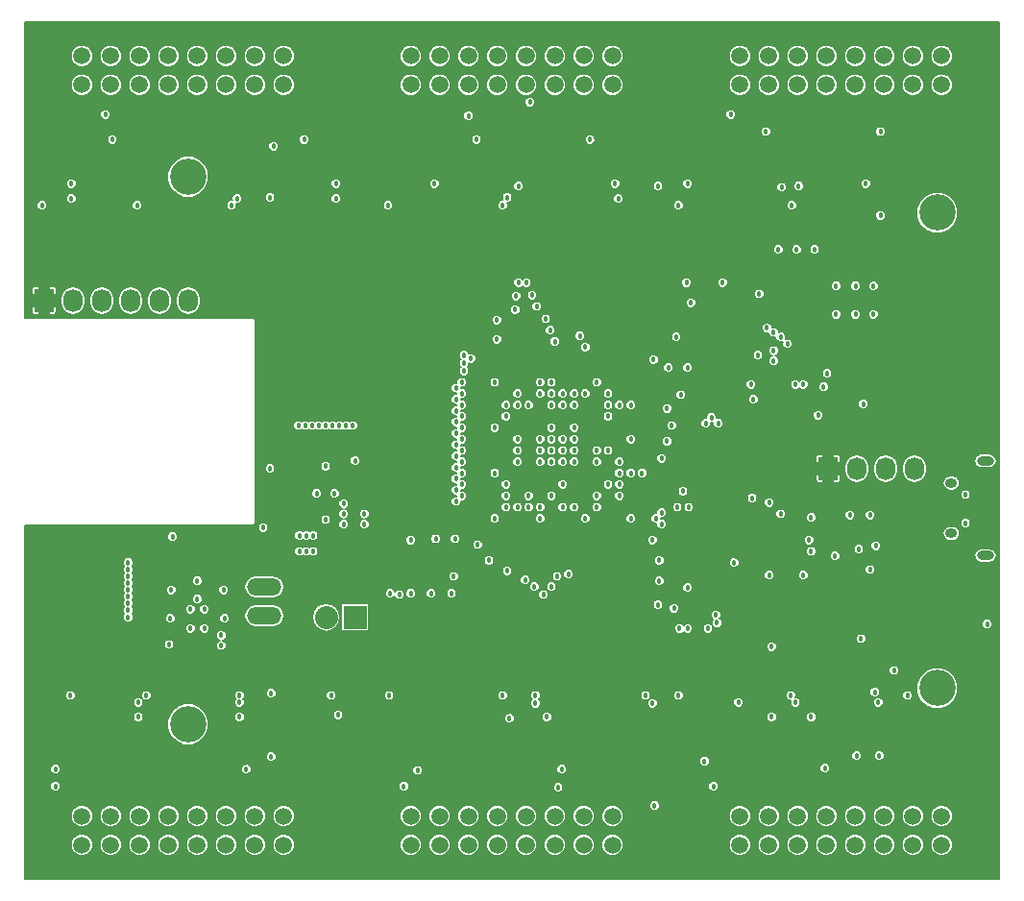
<source format=gbr>
G04 #@! TF.FileFunction,Copper,L3,Inr,Plane*
%FSLAX46Y46*%
G04 Gerber Fmt 4.6, Leading zero omitted, Abs format (unit mm)*
G04 Created by KiCad (PCBNEW (2014-11-27 BZR 5304)-product) date 2015 March 23, Monday 21:33:43*
%MOMM*%
G01*
G04 APERTURE LIST*
%ADD10C,0.100000*%
%ADD11C,1.506220*%
%ADD12C,3.200000*%
%ADD13R,1.727200X2.032000*%
%ADD14O,1.727200X2.032000*%
%ADD15O,1.050000X0.850000*%
%ADD16O,1.500000X0.800000*%
%ADD17R,2.032000X2.032000*%
%ADD18O,2.032000X2.032000*%
%ADD19O,3.014980X1.506220*%
%ADD20C,0.457200*%
%ADD21C,0.152400*%
G04 APERTURE END LIST*
D10*
D11*
X182615000Y-64925000D03*
X182615000Y-67465000D03*
X180075000Y-64925000D03*
X180075000Y-67465000D03*
X177535000Y-64925000D03*
X177535000Y-67465000D03*
X174995000Y-64925000D03*
X174995000Y-67465000D03*
X172455000Y-64925000D03*
X172455000Y-67465000D03*
X169915000Y-64925000D03*
X169915000Y-67465000D03*
X167375000Y-64925000D03*
X167375000Y-67465000D03*
X164835000Y-64925000D03*
X164835000Y-67465000D03*
X124615000Y-131925000D03*
X124615000Y-134465000D03*
X122075000Y-131925000D03*
X122075000Y-134465000D03*
X119535000Y-131925000D03*
X119535000Y-134465000D03*
X116995000Y-131925000D03*
X116995000Y-134465000D03*
X114455000Y-131925000D03*
X114455000Y-134465000D03*
X111915000Y-131925000D03*
X111915000Y-134465000D03*
X109375000Y-131925000D03*
X109375000Y-134465000D03*
X106835000Y-131925000D03*
X106835000Y-134465000D03*
X153615000Y-131925000D03*
X153615000Y-134465000D03*
X151075000Y-131925000D03*
X151075000Y-134465000D03*
X148535000Y-131925000D03*
X148535000Y-134465000D03*
X145995000Y-131925000D03*
X145995000Y-134465000D03*
X143455000Y-131925000D03*
X143455000Y-134465000D03*
X140915000Y-131925000D03*
X140915000Y-134465000D03*
X138375000Y-131925000D03*
X138375000Y-134465000D03*
X135835000Y-131925000D03*
X135835000Y-134465000D03*
X182615000Y-131925000D03*
X182615000Y-134465000D03*
X180075000Y-131925000D03*
X180075000Y-134465000D03*
X177535000Y-131925000D03*
X177535000Y-134465000D03*
X174995000Y-131925000D03*
X174995000Y-134465000D03*
X172455000Y-131925000D03*
X172455000Y-134465000D03*
X169915000Y-131925000D03*
X169915000Y-134465000D03*
X167375000Y-131925000D03*
X167375000Y-134465000D03*
X164835000Y-131925000D03*
X164835000Y-134465000D03*
D12*
X116205000Y-123825000D03*
X116205000Y-75565000D03*
X182245000Y-78740000D03*
X182245000Y-120650000D03*
D11*
X124615000Y-64925000D03*
X124615000Y-67465000D03*
X122075000Y-64925000D03*
X122075000Y-67465000D03*
X119535000Y-64925000D03*
X119535000Y-67465000D03*
X116995000Y-64925000D03*
X116995000Y-67465000D03*
X114455000Y-64925000D03*
X114455000Y-67465000D03*
X111915000Y-64925000D03*
X111915000Y-67465000D03*
X109375000Y-64925000D03*
X109375000Y-67465000D03*
X106835000Y-64925000D03*
X106835000Y-67465000D03*
X153615000Y-64925000D03*
X153615000Y-67465000D03*
X151075000Y-64925000D03*
X151075000Y-67465000D03*
X148535000Y-64925000D03*
X148535000Y-67465000D03*
X145995000Y-64925000D03*
X145995000Y-67465000D03*
X143455000Y-64925000D03*
X143455000Y-67465000D03*
X140915000Y-64925000D03*
X140915000Y-67465000D03*
X138375000Y-64925000D03*
X138375000Y-67465000D03*
X135835000Y-64925000D03*
X135835000Y-67465000D03*
D13*
X103505000Y-86487000D03*
D14*
X106045000Y-86487000D03*
X108585000Y-86487000D03*
X111125000Y-86487000D03*
X113665000Y-86487000D03*
X116205000Y-86487000D03*
D15*
X183475000Y-102570000D03*
X183475000Y-107020000D03*
D16*
X186475000Y-108970000D03*
X186475000Y-100620000D03*
D17*
X130925000Y-114395000D03*
D18*
X128385000Y-114395000D03*
D13*
X172625000Y-101295000D03*
D14*
X175165000Y-101295000D03*
X177705000Y-101295000D03*
X180245000Y-101295000D03*
D19*
X122925000Y-114265000D03*
X122925000Y-111725000D03*
D20*
X105825000Y-121295000D03*
X148825000Y-129395000D03*
X157325000Y-130995000D03*
X171425000Y-81995000D03*
X168225000Y-81995000D03*
X146325000Y-68995000D03*
X111725000Y-78095000D03*
X161725000Y-127095000D03*
X119325000Y-111995000D03*
X129425000Y-122995000D03*
X117025000Y-112795000D03*
X117025000Y-111195000D03*
X128325000Y-105795000D03*
X127525000Y-103495000D03*
X129125000Y-103495000D03*
X126525000Y-97495000D03*
X127125000Y-97495000D03*
X125925000Y-97495000D03*
X127725000Y-97495000D03*
X128325000Y-97495000D03*
X128925000Y-97495000D03*
X130725000Y-97495000D03*
X130125000Y-97495000D03*
X129525000Y-97495000D03*
X110925000Y-114395000D03*
X110925000Y-113795000D03*
X110925000Y-113195000D03*
X110925000Y-109595000D03*
X110925000Y-110195000D03*
X110925000Y-110795000D03*
X110925000Y-112595000D03*
X110925000Y-111395000D03*
X110925000Y-111995000D03*
X114725000Y-111995000D03*
X128325000Y-101095000D03*
X146825000Y-121995000D03*
X144525000Y-123295000D03*
X160525000Y-86695000D03*
X175725000Y-95595000D03*
X139625000Y-110795000D03*
X172325000Y-127695000D03*
X177125000Y-126595000D03*
X175125000Y-126595000D03*
X178425000Y-119095000D03*
X176725000Y-120995000D03*
X164325000Y-109595000D03*
X171125000Y-108595000D03*
X170425000Y-110695000D03*
X168525000Y-76495000D03*
X167125000Y-71595000D03*
X126425000Y-72295000D03*
X123425000Y-77395000D03*
X123725000Y-72895000D03*
X170025000Y-76395000D03*
X157625000Y-76395000D03*
X145325000Y-76395000D03*
X129225000Y-76195000D03*
X129225000Y-77495000D03*
X120525000Y-77495000D03*
X109525000Y-72295000D03*
X105925000Y-76195000D03*
X105925000Y-77495000D03*
X137925000Y-76195000D03*
X141625000Y-72295000D03*
X143925000Y-78095000D03*
X151625000Y-72295000D03*
X153825000Y-76195000D03*
X154125000Y-77495000D03*
X177225000Y-78995000D03*
X175925000Y-76195000D03*
X177225000Y-71595000D03*
X160225000Y-76195000D03*
X155225000Y-101695000D03*
X149225000Y-102695000D03*
X152225000Y-99695000D03*
X150225000Y-98695000D03*
X150225000Y-100695000D03*
X148225000Y-100695000D03*
X149225000Y-99695000D03*
X147225000Y-99695000D03*
X148225000Y-98695000D03*
X155225000Y-105695000D03*
X151225000Y-105695000D03*
X147225000Y-105695000D03*
X141725000Y-107995000D03*
X153225000Y-95695000D03*
X148225000Y-95695000D03*
X144225000Y-95695000D03*
X148225000Y-93695000D03*
X152225000Y-93695000D03*
X157225000Y-91695000D03*
X141125000Y-91595000D03*
X143225000Y-97695000D03*
X143225000Y-101695000D03*
X104525000Y-127795000D03*
X111825000Y-123195000D03*
X111825000Y-121895000D03*
X121325000Y-127795000D03*
X120725000Y-121895000D03*
X120725000Y-121295000D03*
X149125000Y-127795000D03*
X167625000Y-123195000D03*
X171125000Y-123195000D03*
X136425000Y-127895000D03*
X123525000Y-121095000D03*
X123525000Y-126695000D03*
X133925000Y-121295000D03*
X147825000Y-123195000D03*
X157125000Y-121995000D03*
X159425000Y-121295000D03*
X164725000Y-121895000D03*
X169725000Y-121895000D03*
X177025000Y-121895000D03*
X146825000Y-121295000D03*
X120725000Y-123195000D03*
X144225000Y-104695000D03*
X157125000Y-107595000D03*
X155225000Y-98695000D03*
X122825000Y-106495000D03*
X166025000Y-95195000D03*
X171125000Y-105595000D03*
X165925000Y-103895000D03*
X167425000Y-110695000D03*
X184725000Y-103595000D03*
X134825000Y-112395000D03*
X172225000Y-94095000D03*
X171725000Y-96595000D03*
X114525000Y-116795000D03*
X114825000Y-107295000D03*
X123425000Y-101295000D03*
X130925000Y-100595000D03*
X155225000Y-95695000D03*
X145225000Y-98695000D03*
X145225000Y-100695000D03*
X145125000Y-86095000D03*
X143425000Y-88195000D03*
X143425000Y-89895000D03*
X159225000Y-89695000D03*
X158525000Y-92395000D03*
X160225000Y-92395000D03*
X157625000Y-113295000D03*
X157725000Y-111195000D03*
X157725000Y-109395000D03*
X135825000Y-107595000D03*
X138025000Y-107495000D03*
X139725000Y-107495000D03*
X176325000Y-105395000D03*
X174525000Y-105395000D03*
X176325000Y-110195000D03*
X162725000Y-114195000D03*
X159025000Y-113595000D03*
X186625000Y-114995000D03*
X175525000Y-116295000D03*
X160225000Y-111795000D03*
X135825000Y-112295000D03*
X137625000Y-112295000D03*
X139425000Y-112295000D03*
X134025000Y-112295000D03*
X169825000Y-81995000D03*
X176625000Y-85195000D03*
X173325000Y-85195000D03*
X175025000Y-85195000D03*
X160125000Y-84895000D03*
X175325000Y-108395000D03*
X145225000Y-99695000D03*
X166525000Y-85895000D03*
X167625000Y-116995000D03*
X168425000Y-105295000D03*
X167425000Y-104295000D03*
X152225000Y-104695000D03*
X169725000Y-93895000D03*
X162025000Y-115395000D03*
X160225000Y-115395000D03*
X152225000Y-103695000D03*
X170425000Y-93895000D03*
X162825000Y-114895000D03*
X159525000Y-115395000D03*
X154225000Y-95695000D03*
X167825000Y-89295000D03*
X167825000Y-90895000D03*
X172525000Y-92895000D03*
X144225000Y-103695000D03*
X169025000Y-90295000D03*
X176625000Y-87695000D03*
X157925000Y-106195000D03*
X165825000Y-93895000D03*
X157425000Y-105695000D03*
X167825000Y-91795000D03*
X167225000Y-88895000D03*
X153225000Y-96695000D03*
X173325000Y-87695000D03*
X168425000Y-89695000D03*
X158425000Y-95995000D03*
X175025000Y-87695000D03*
X162325000Y-96795000D03*
X159625000Y-94795000D03*
X163325000Y-84895000D03*
X157925000Y-105195000D03*
X166425000Y-91295000D03*
X150225000Y-97695000D03*
X150225000Y-99695000D03*
X149225000Y-100695000D03*
X147225000Y-100695000D03*
X148225000Y-97695000D03*
X149225000Y-98695000D03*
X148225000Y-99695000D03*
X147225000Y-98695000D03*
X129925000Y-104395000D03*
X129925000Y-106195000D03*
X129925000Y-105295000D03*
X131725000Y-105295000D03*
X131725000Y-106195000D03*
X162925000Y-97295000D03*
X161825000Y-97295000D03*
X139825000Y-104195000D03*
X140325000Y-103695000D03*
X139825000Y-103195000D03*
X140325000Y-102695000D03*
X139825000Y-102195000D03*
X140325000Y-101695000D03*
X140325000Y-100695000D03*
X139825000Y-101195000D03*
X140325000Y-99695000D03*
X139825000Y-100195000D03*
X140325000Y-98695000D03*
X139825000Y-99195000D03*
X139825000Y-97195000D03*
X139825000Y-98195000D03*
X140325000Y-96695000D03*
X140325000Y-97695000D03*
X139825000Y-96195000D03*
X140325000Y-95695000D03*
X139825000Y-95195000D03*
X140325000Y-94695000D03*
X139825000Y-94195000D03*
X140325000Y-93695000D03*
X144225000Y-102695000D03*
X128825000Y-121295000D03*
X169425000Y-78095000D03*
X159425000Y-78095000D03*
X144325000Y-77395000D03*
X103325000Y-78095000D03*
X133825000Y-78095000D03*
X120025000Y-78095000D03*
X112525000Y-121295000D03*
X156525000Y-121295000D03*
X179625000Y-121295000D03*
X143925000Y-121295000D03*
X169325000Y-121295000D03*
X127225000Y-108595000D03*
X126025000Y-108595000D03*
X126625000Y-108595000D03*
X127225000Y-107195000D03*
X126025000Y-107195000D03*
X126625000Y-107195000D03*
X116425000Y-113695000D03*
X117625000Y-113695000D03*
X117625000Y-115395000D03*
X116425000Y-115395000D03*
X119425000Y-114495000D03*
X114625000Y-114495000D03*
X119125000Y-115995000D03*
X119125000Y-116895000D03*
X184725000Y-106095000D03*
X108925000Y-70095000D03*
X145225000Y-95695000D03*
X145025000Y-87295000D03*
X146225000Y-95695000D03*
X145325000Y-84895000D03*
X158425000Y-98895000D03*
X153225000Y-99695000D03*
X157925000Y-100395000D03*
X154225000Y-100695000D03*
X153225000Y-102695000D03*
X156225000Y-101695000D03*
X154225000Y-102695000D03*
X159825000Y-103295000D03*
X160325000Y-104695000D03*
X154225000Y-101695000D03*
X170925000Y-107595000D03*
X176825000Y-108095000D03*
X159325000Y-104695000D03*
X154225000Y-103695000D03*
X146025000Y-84895000D03*
X147225000Y-94695000D03*
X149225000Y-95695000D03*
X147725000Y-88095000D03*
X140925000Y-70195000D03*
X146925000Y-86995000D03*
X148225000Y-94695000D03*
X146525000Y-85995000D03*
X147225000Y-93695000D03*
X150225000Y-94695000D03*
X150725000Y-89595000D03*
X150225000Y-95695000D03*
X148525000Y-90095000D03*
X149225000Y-94695000D03*
X148125000Y-89095000D03*
X164025000Y-70095000D03*
X151225000Y-90595000D03*
X151225000Y-94695000D03*
X104525000Y-129295000D03*
X143225000Y-105695000D03*
X142725000Y-109395000D03*
X144325000Y-110295000D03*
X145225000Y-104695000D03*
X145925000Y-111095000D03*
X146225000Y-104695000D03*
X146725000Y-111695000D03*
X146225000Y-103695000D03*
X135225000Y-129295000D03*
X147525000Y-112395000D03*
X147225000Y-104695000D03*
X148225000Y-111695000D03*
X148225000Y-103695000D03*
X148725000Y-110795000D03*
X149225000Y-104695000D03*
X150225000Y-104695000D03*
X149725000Y-110595000D03*
X162525000Y-129295000D03*
X158825000Y-97495000D03*
X152225000Y-100695000D03*
X140525000Y-91295000D03*
X143225000Y-93695000D03*
X140525000Y-91995000D03*
X145225000Y-94695000D03*
X140525000Y-92695000D03*
X144225000Y-96695000D03*
X164925000Y-95295000D03*
X171325000Y-93695000D03*
X140625000Y-86095000D03*
X140625000Y-88195000D03*
X140625000Y-89895000D03*
X158025000Y-89695000D03*
X158525000Y-93895000D03*
X159625000Y-93195000D03*
X154925000Y-113295000D03*
X154925000Y-111195000D03*
X154925000Y-109395000D03*
X135825000Y-106195000D03*
X138025000Y-105995000D03*
X139725000Y-105995000D03*
X171125000Y-104595000D03*
X165025000Y-103895000D03*
X166425000Y-110695000D03*
X117025000Y-108695000D03*
X114625000Y-109395000D03*
X119325000Y-109395000D03*
X117025000Y-110295000D03*
X178225000Y-109995000D03*
X178225000Y-105295000D03*
X169425000Y-110695000D03*
X155225000Y-103695000D03*
X153225000Y-100695000D03*
X153225000Y-97695000D03*
X151225000Y-98695000D03*
X151225000Y-101695000D03*
X148225000Y-101695000D03*
X146225000Y-99695000D03*
X149225000Y-97695000D03*
X147225000Y-97695000D03*
X146225000Y-96695000D03*
X144225000Y-97695000D03*
X144225000Y-101695000D03*
X147225000Y-103695000D03*
X149225000Y-105695000D03*
X153225000Y-105695000D03*
X145225000Y-105695000D03*
X151225000Y-95695000D03*
X147225000Y-95695000D03*
X150225000Y-93695000D03*
X154225000Y-93695000D03*
X145225000Y-93695000D03*
X143225000Y-95695000D03*
X143225000Y-99695000D03*
X143225000Y-104695000D03*
X150225000Y-103695000D03*
X155225000Y-100695000D03*
X155225000Y-94695000D03*
X168525000Y-97395000D03*
X168225000Y-84795000D03*
X169825000Y-84795000D03*
X171425000Y-84795000D03*
X174225000Y-94295000D03*
X176625000Y-89195000D03*
X173225000Y-90195000D03*
X173225000Y-91795000D03*
X173325000Y-89195000D03*
X175025000Y-89195000D03*
X164925000Y-84895000D03*
X161725000Y-84895000D03*
X164625000Y-97095000D03*
X173025000Y-96895000D03*
X124225000Y-107895000D03*
X104525000Y-68695000D03*
X131825000Y-68595000D03*
X161625000Y-67895000D03*
X104425000Y-130895000D03*
X132625000Y-131495000D03*
X161525000Y-131395000D03*
X165525000Y-114195000D03*
X160225000Y-109895000D03*
X173225000Y-116095000D03*
X173225000Y-117995000D03*
X173025000Y-114195000D03*
X145225000Y-102695000D03*
X171425000Y-115995000D03*
X153225000Y-94695000D03*
X173225000Y-108995000D03*
D21*
G36*
X187706400Y-137441400D02*
X187472772Y-137441400D01*
X187472772Y-108970000D01*
X187472772Y-100620000D01*
X187424923Y-100379445D01*
X187288659Y-100175513D01*
X187084727Y-100039249D01*
X186844172Y-99991400D01*
X186105828Y-99991400D01*
X185865273Y-100039249D01*
X185661341Y-100175513D01*
X185525077Y-100379445D01*
X185477228Y-100620000D01*
X185525077Y-100860555D01*
X185661341Y-101064487D01*
X185865273Y-101200751D01*
X186105828Y-101248600D01*
X186844172Y-101248600D01*
X187084727Y-101200751D01*
X187288659Y-101064487D01*
X187424923Y-100860555D01*
X187472772Y-100620000D01*
X187472772Y-108970000D01*
X187424923Y-108729445D01*
X187288659Y-108525513D01*
X187084727Y-108389249D01*
X186844172Y-108341400D01*
X186105828Y-108341400D01*
X185865273Y-108389249D01*
X185661341Y-108525513D01*
X185525077Y-108729445D01*
X185477228Y-108970000D01*
X185525077Y-109210555D01*
X185661341Y-109414487D01*
X185865273Y-109550751D01*
X186105828Y-109598600D01*
X186844172Y-109598600D01*
X187084727Y-109550751D01*
X187288659Y-109414487D01*
X187424923Y-109210555D01*
X187472772Y-108970000D01*
X187472772Y-137441400D01*
X187082279Y-137441400D01*
X187082279Y-114904456D01*
X187012821Y-114736355D01*
X186884321Y-114607631D01*
X186716342Y-114537880D01*
X186534456Y-114537721D01*
X186366355Y-114607179D01*
X186237631Y-114735679D01*
X186167880Y-114903658D01*
X186167721Y-115085544D01*
X186237179Y-115253645D01*
X186365679Y-115382369D01*
X186533658Y-115452120D01*
X186715544Y-115452279D01*
X186883645Y-115382821D01*
X187012369Y-115254321D01*
X187082120Y-115086342D01*
X187082279Y-114904456D01*
X187082279Y-137441400D01*
X185182279Y-137441400D01*
X185182279Y-106004456D01*
X185182279Y-103504456D01*
X185112821Y-103336355D01*
X184984321Y-103207631D01*
X184816342Y-103137880D01*
X184634456Y-103137721D01*
X184466355Y-103207179D01*
X184337631Y-103335679D01*
X184267880Y-103503658D01*
X184267721Y-103685544D01*
X184337179Y-103853645D01*
X184465679Y-103982369D01*
X184633658Y-104052120D01*
X184815544Y-104052279D01*
X184983645Y-103982821D01*
X185112369Y-103854321D01*
X185182120Y-103686342D01*
X185182279Y-103504456D01*
X185182279Y-106004456D01*
X185112821Y-105836355D01*
X184984321Y-105707631D01*
X184816342Y-105637880D01*
X184634456Y-105637721D01*
X184466355Y-105707179D01*
X184337631Y-105835679D01*
X184267880Y-106003658D01*
X184267721Y-106185544D01*
X184337179Y-106353645D01*
X184465679Y-106482369D01*
X184633658Y-106552120D01*
X184815544Y-106552279D01*
X184983645Y-106482821D01*
X185112369Y-106354321D01*
X185182120Y-106186342D01*
X185182279Y-106004456D01*
X185182279Y-137441400D01*
X184243364Y-137441400D01*
X184243364Y-107020000D01*
X184243364Y-102570000D01*
X184193612Y-102319878D01*
X184073916Y-102140740D01*
X184073916Y-78377865D01*
X183796115Y-77705535D01*
X183596880Y-77505951D01*
X183596880Y-67270582D01*
X183596880Y-64730582D01*
X183447739Y-64369632D01*
X183171820Y-64093232D01*
X182811131Y-63943461D01*
X182420582Y-63943120D01*
X182059632Y-64092261D01*
X181783232Y-64368180D01*
X181633461Y-64728869D01*
X181633120Y-65119418D01*
X181782261Y-65480368D01*
X182058180Y-65756768D01*
X182418869Y-65906539D01*
X182809418Y-65906880D01*
X183170368Y-65757739D01*
X183446768Y-65481820D01*
X183596539Y-65121131D01*
X183596880Y-64730582D01*
X183596880Y-67270582D01*
X183447739Y-66909632D01*
X183171820Y-66633232D01*
X182811131Y-66483461D01*
X182420582Y-66483120D01*
X182059632Y-66632261D01*
X181783232Y-66908180D01*
X181633461Y-67268869D01*
X181633120Y-67659418D01*
X181782261Y-68020368D01*
X182058180Y-68296768D01*
X182418869Y-68446539D01*
X182809418Y-68446880D01*
X183170368Y-68297739D01*
X183446768Y-68021820D01*
X183596539Y-67661131D01*
X183596880Y-67270582D01*
X183596880Y-77505951D01*
X183282171Y-77190693D01*
X182610327Y-76911718D01*
X181882865Y-76911084D01*
X181210535Y-77188885D01*
X181056880Y-77342271D01*
X181056880Y-67270582D01*
X181056880Y-64730582D01*
X180907739Y-64369632D01*
X180631820Y-64093232D01*
X180271131Y-63943461D01*
X179880582Y-63943120D01*
X179519632Y-64092261D01*
X179243232Y-64368180D01*
X179093461Y-64728869D01*
X179093120Y-65119418D01*
X179242261Y-65480368D01*
X179518180Y-65756768D01*
X179878869Y-65906539D01*
X180269418Y-65906880D01*
X180630368Y-65757739D01*
X180906768Y-65481820D01*
X181056539Y-65121131D01*
X181056880Y-64730582D01*
X181056880Y-67270582D01*
X180907739Y-66909632D01*
X180631820Y-66633232D01*
X180271131Y-66483461D01*
X179880582Y-66483120D01*
X179519632Y-66632261D01*
X179243232Y-66908180D01*
X179093461Y-67268869D01*
X179093120Y-67659418D01*
X179242261Y-68020368D01*
X179518180Y-68296768D01*
X179878869Y-68446539D01*
X180269418Y-68446880D01*
X180630368Y-68297739D01*
X180906768Y-68021820D01*
X181056539Y-67661131D01*
X181056880Y-67270582D01*
X181056880Y-77342271D01*
X180695693Y-77702829D01*
X180416718Y-78374673D01*
X180416084Y-79102135D01*
X180693885Y-79774465D01*
X181207829Y-80289307D01*
X181879673Y-80568282D01*
X182607135Y-80568916D01*
X183279465Y-80291115D01*
X183794307Y-79777171D01*
X184073282Y-79105327D01*
X184073916Y-78377865D01*
X184073916Y-102140740D01*
X184051929Y-102107835D01*
X183839886Y-101966152D01*
X183589764Y-101916400D01*
X183360236Y-101916400D01*
X183110114Y-101966152D01*
X182898071Y-102107835D01*
X182756388Y-102319878D01*
X182706636Y-102570000D01*
X182756388Y-102820122D01*
X182898071Y-103032165D01*
X183110114Y-103173848D01*
X183360236Y-103223600D01*
X183589764Y-103223600D01*
X183839886Y-103173848D01*
X184051929Y-103032165D01*
X184193612Y-102820122D01*
X184243364Y-102570000D01*
X184243364Y-107020000D01*
X184193612Y-106769878D01*
X184051929Y-106557835D01*
X183839886Y-106416152D01*
X183589764Y-106366400D01*
X183360236Y-106366400D01*
X183110114Y-106416152D01*
X182898071Y-106557835D01*
X182756388Y-106769878D01*
X182706636Y-107020000D01*
X182756388Y-107270122D01*
X182898071Y-107482165D01*
X183110114Y-107623848D01*
X183360236Y-107673600D01*
X183589764Y-107673600D01*
X183839886Y-107623848D01*
X184051929Y-107482165D01*
X184193612Y-107270122D01*
X184243364Y-107020000D01*
X184243364Y-137441400D01*
X184073916Y-137441400D01*
X184073916Y-120287865D01*
X183796115Y-119615535D01*
X183282171Y-119100693D01*
X182610327Y-118821718D01*
X181882865Y-118821084D01*
X181337200Y-119046548D01*
X181337200Y-101471783D01*
X181337200Y-101118217D01*
X181254061Y-100700250D01*
X181017302Y-100345915D01*
X180662967Y-100109156D01*
X180245000Y-100026017D01*
X179827033Y-100109156D01*
X179472698Y-100345915D01*
X179235939Y-100700250D01*
X179152800Y-101118217D01*
X179152800Y-101471783D01*
X179235939Y-101889750D01*
X179472698Y-102244085D01*
X179827033Y-102480844D01*
X180245000Y-102563983D01*
X180662967Y-102480844D01*
X181017302Y-102244085D01*
X181254061Y-101889750D01*
X181337200Y-101471783D01*
X181337200Y-119046548D01*
X181210535Y-119098885D01*
X180695693Y-119612829D01*
X180416718Y-120284673D01*
X180416084Y-121012135D01*
X180693885Y-121684465D01*
X181207829Y-122199307D01*
X181879673Y-122478282D01*
X182607135Y-122478916D01*
X183279465Y-122201115D01*
X183794307Y-121687171D01*
X184073282Y-121015327D01*
X184073916Y-120287865D01*
X184073916Y-137441400D01*
X183596880Y-137441400D01*
X183596880Y-134270582D01*
X183596880Y-131730582D01*
X183447739Y-131369632D01*
X183171820Y-131093232D01*
X182811131Y-130943461D01*
X182420582Y-130943120D01*
X182059632Y-131092261D01*
X181783232Y-131368180D01*
X181633461Y-131728869D01*
X181633120Y-132119418D01*
X181782261Y-132480368D01*
X182058180Y-132756768D01*
X182418869Y-132906539D01*
X182809418Y-132906880D01*
X183170368Y-132757739D01*
X183446768Y-132481820D01*
X183596539Y-132121131D01*
X183596880Y-131730582D01*
X183596880Y-134270582D01*
X183447739Y-133909632D01*
X183171820Y-133633232D01*
X182811131Y-133483461D01*
X182420582Y-133483120D01*
X182059632Y-133632261D01*
X181783232Y-133908180D01*
X181633461Y-134268869D01*
X181633120Y-134659418D01*
X181782261Y-135020368D01*
X182058180Y-135296768D01*
X182418869Y-135446539D01*
X182809418Y-135446880D01*
X183170368Y-135297739D01*
X183446768Y-135021820D01*
X183596539Y-134661131D01*
X183596880Y-134270582D01*
X183596880Y-137441400D01*
X181056880Y-137441400D01*
X181056880Y-134270582D01*
X181056880Y-131730582D01*
X180907739Y-131369632D01*
X180631820Y-131093232D01*
X180271131Y-130943461D01*
X180082279Y-130943296D01*
X180082279Y-121204456D01*
X180012821Y-121036355D01*
X179884321Y-120907631D01*
X179716342Y-120837880D01*
X179534456Y-120837721D01*
X179366355Y-120907179D01*
X179237631Y-121035679D01*
X179167880Y-121203658D01*
X179167721Y-121385544D01*
X179237179Y-121553645D01*
X179365679Y-121682369D01*
X179533658Y-121752120D01*
X179715544Y-121752279D01*
X179883645Y-121682821D01*
X180012369Y-121554321D01*
X180082120Y-121386342D01*
X180082279Y-121204456D01*
X180082279Y-130943296D01*
X179880582Y-130943120D01*
X179519632Y-131092261D01*
X179243232Y-131368180D01*
X179093461Y-131728869D01*
X179093120Y-132119418D01*
X179242261Y-132480368D01*
X179518180Y-132756768D01*
X179878869Y-132906539D01*
X180269418Y-132906880D01*
X180630368Y-132757739D01*
X180906768Y-132481820D01*
X181056539Y-132121131D01*
X181056880Y-131730582D01*
X181056880Y-134270582D01*
X180907739Y-133909632D01*
X180631820Y-133633232D01*
X180271131Y-133483461D01*
X179880582Y-133483120D01*
X179519632Y-133632261D01*
X179243232Y-133908180D01*
X179093461Y-134268869D01*
X179093120Y-134659418D01*
X179242261Y-135020368D01*
X179518180Y-135296768D01*
X179878869Y-135446539D01*
X180269418Y-135446880D01*
X180630368Y-135297739D01*
X180906768Y-135021820D01*
X181056539Y-134661131D01*
X181056880Y-134270582D01*
X181056880Y-137441400D01*
X178882279Y-137441400D01*
X178882279Y-119004456D01*
X178812821Y-118836355D01*
X178797200Y-118820706D01*
X178797200Y-101471783D01*
X178797200Y-101118217D01*
X178714061Y-100700250D01*
X178516880Y-100405147D01*
X178516880Y-67270582D01*
X178516880Y-64730582D01*
X178367739Y-64369632D01*
X178091820Y-64093232D01*
X177731131Y-63943461D01*
X177340582Y-63943120D01*
X176979632Y-64092261D01*
X176703232Y-64368180D01*
X176553461Y-64728869D01*
X176553120Y-65119418D01*
X176702261Y-65480368D01*
X176978180Y-65756768D01*
X177338869Y-65906539D01*
X177729418Y-65906880D01*
X178090368Y-65757739D01*
X178366768Y-65481820D01*
X178516539Y-65121131D01*
X178516880Y-64730582D01*
X178516880Y-67270582D01*
X178367739Y-66909632D01*
X178091820Y-66633232D01*
X177731131Y-66483461D01*
X177340582Y-66483120D01*
X176979632Y-66632261D01*
X176703232Y-66908180D01*
X176553461Y-67268869D01*
X176553120Y-67659418D01*
X176702261Y-68020368D01*
X176978180Y-68296768D01*
X177338869Y-68446539D01*
X177729418Y-68446880D01*
X178090368Y-68297739D01*
X178366768Y-68021820D01*
X178516539Y-67661131D01*
X178516880Y-67270582D01*
X178516880Y-100405147D01*
X178477302Y-100345915D01*
X178122967Y-100109156D01*
X177705000Y-100026017D01*
X177682279Y-100030536D01*
X177682279Y-78904456D01*
X177682279Y-71504456D01*
X177612821Y-71336355D01*
X177484321Y-71207631D01*
X177316342Y-71137880D01*
X177134456Y-71137721D01*
X176966355Y-71207179D01*
X176837631Y-71335679D01*
X176767880Y-71503658D01*
X176767721Y-71685544D01*
X176837179Y-71853645D01*
X176965679Y-71982369D01*
X177133658Y-72052120D01*
X177315544Y-72052279D01*
X177483645Y-71982821D01*
X177612369Y-71854321D01*
X177682120Y-71686342D01*
X177682279Y-71504456D01*
X177682279Y-78904456D01*
X177612821Y-78736355D01*
X177484321Y-78607631D01*
X177316342Y-78537880D01*
X177134456Y-78537721D01*
X176966355Y-78607179D01*
X176837631Y-78735679D01*
X176767880Y-78903658D01*
X176767721Y-79085544D01*
X176837179Y-79253645D01*
X176965679Y-79382369D01*
X177133658Y-79452120D01*
X177315544Y-79452279D01*
X177483645Y-79382821D01*
X177612369Y-79254321D01*
X177682120Y-79086342D01*
X177682279Y-78904456D01*
X177682279Y-100030536D01*
X177287033Y-100109156D01*
X177082279Y-100245968D01*
X177082279Y-87604456D01*
X177082279Y-85104456D01*
X177012821Y-84936355D01*
X176884321Y-84807631D01*
X176716342Y-84737880D01*
X176534456Y-84737721D01*
X176382279Y-84800599D01*
X176382279Y-76104456D01*
X176312821Y-75936355D01*
X176184321Y-75807631D01*
X176016342Y-75737880D01*
X175976880Y-75737845D01*
X175976880Y-67270582D01*
X175976880Y-64730582D01*
X175827739Y-64369632D01*
X175551820Y-64093232D01*
X175191131Y-63943461D01*
X174800582Y-63943120D01*
X174439632Y-64092261D01*
X174163232Y-64368180D01*
X174013461Y-64728869D01*
X174013120Y-65119418D01*
X174162261Y-65480368D01*
X174438180Y-65756768D01*
X174798869Y-65906539D01*
X175189418Y-65906880D01*
X175550368Y-65757739D01*
X175826768Y-65481820D01*
X175976539Y-65121131D01*
X175976880Y-64730582D01*
X175976880Y-67270582D01*
X175827739Y-66909632D01*
X175551820Y-66633232D01*
X175191131Y-66483461D01*
X174800582Y-66483120D01*
X174439632Y-66632261D01*
X174163232Y-66908180D01*
X174013461Y-67268869D01*
X174013120Y-67659418D01*
X174162261Y-68020368D01*
X174438180Y-68296768D01*
X174798869Y-68446539D01*
X175189418Y-68446880D01*
X175550368Y-68297739D01*
X175826768Y-68021820D01*
X175976539Y-67661131D01*
X175976880Y-67270582D01*
X175976880Y-75737845D01*
X175834456Y-75737721D01*
X175666355Y-75807179D01*
X175537631Y-75935679D01*
X175467880Y-76103658D01*
X175467721Y-76285544D01*
X175537179Y-76453645D01*
X175665679Y-76582369D01*
X175833658Y-76652120D01*
X176015544Y-76652279D01*
X176183645Y-76582821D01*
X176312369Y-76454321D01*
X176382120Y-76286342D01*
X176382279Y-76104456D01*
X176382279Y-84800599D01*
X176366355Y-84807179D01*
X176237631Y-84935679D01*
X176167880Y-85103658D01*
X176167721Y-85285544D01*
X176237179Y-85453645D01*
X176365679Y-85582369D01*
X176533658Y-85652120D01*
X176715544Y-85652279D01*
X176883645Y-85582821D01*
X177012369Y-85454321D01*
X177082120Y-85286342D01*
X177082279Y-85104456D01*
X177082279Y-87604456D01*
X177012821Y-87436355D01*
X176884321Y-87307631D01*
X176716342Y-87237880D01*
X176534456Y-87237721D01*
X176366355Y-87307179D01*
X176237631Y-87435679D01*
X176167880Y-87603658D01*
X176167721Y-87785544D01*
X176237179Y-87953645D01*
X176365679Y-88082369D01*
X176533658Y-88152120D01*
X176715544Y-88152279D01*
X176883645Y-88082821D01*
X177012369Y-87954321D01*
X177082120Y-87786342D01*
X177082279Y-87604456D01*
X177082279Y-100245968D01*
X176932698Y-100345915D01*
X176695939Y-100700250D01*
X176612800Y-101118217D01*
X176612800Y-101471783D01*
X176695939Y-101889750D01*
X176932698Y-102244085D01*
X177287033Y-102480844D01*
X177705000Y-102563983D01*
X178122967Y-102480844D01*
X178477302Y-102244085D01*
X178714061Y-101889750D01*
X178797200Y-101471783D01*
X178797200Y-118820706D01*
X178684321Y-118707631D01*
X178516342Y-118637880D01*
X178334456Y-118637721D01*
X178166355Y-118707179D01*
X178037631Y-118835679D01*
X177967880Y-119003658D01*
X177967721Y-119185544D01*
X178037179Y-119353645D01*
X178165679Y-119482369D01*
X178333658Y-119552120D01*
X178515544Y-119552279D01*
X178683645Y-119482821D01*
X178812369Y-119354321D01*
X178882120Y-119186342D01*
X178882279Y-119004456D01*
X178882279Y-137441400D01*
X178516880Y-137441400D01*
X178516880Y-134270582D01*
X178516880Y-131730582D01*
X178367739Y-131369632D01*
X178091820Y-131093232D01*
X177731131Y-130943461D01*
X177582279Y-130943331D01*
X177582279Y-126504456D01*
X177512821Y-126336355D01*
X177482279Y-126305759D01*
X177482279Y-121804456D01*
X177412821Y-121636355D01*
X177284321Y-121507631D01*
X177282279Y-121506783D01*
X177282279Y-108004456D01*
X177212821Y-107836355D01*
X177084321Y-107707631D01*
X176916342Y-107637880D01*
X176782279Y-107637762D01*
X176782279Y-105304456D01*
X176712821Y-105136355D01*
X176584321Y-105007631D01*
X176416342Y-104937880D01*
X176257200Y-104937740D01*
X176257200Y-101471783D01*
X176257200Y-101118217D01*
X176182279Y-100741564D01*
X176182279Y-95504456D01*
X176112821Y-95336355D01*
X175984321Y-95207631D01*
X175816342Y-95137880D01*
X175634456Y-95137721D01*
X175482279Y-95200599D01*
X175482279Y-87604456D01*
X175482279Y-85104456D01*
X175412821Y-84936355D01*
X175284321Y-84807631D01*
X175116342Y-84737880D01*
X174934456Y-84737721D01*
X174766355Y-84807179D01*
X174637631Y-84935679D01*
X174567880Y-85103658D01*
X174567721Y-85285544D01*
X174637179Y-85453645D01*
X174765679Y-85582369D01*
X174933658Y-85652120D01*
X175115544Y-85652279D01*
X175283645Y-85582821D01*
X175412369Y-85454321D01*
X175482120Y-85286342D01*
X175482279Y-85104456D01*
X175482279Y-87604456D01*
X175412821Y-87436355D01*
X175284321Y-87307631D01*
X175116342Y-87237880D01*
X174934456Y-87237721D01*
X174766355Y-87307179D01*
X174637631Y-87435679D01*
X174567880Y-87603658D01*
X174567721Y-87785544D01*
X174637179Y-87953645D01*
X174765679Y-88082369D01*
X174933658Y-88152120D01*
X175115544Y-88152279D01*
X175283645Y-88082821D01*
X175412369Y-87954321D01*
X175482120Y-87786342D01*
X175482279Y-87604456D01*
X175482279Y-95200599D01*
X175466355Y-95207179D01*
X175337631Y-95335679D01*
X175267880Y-95503658D01*
X175267721Y-95685544D01*
X175337179Y-95853645D01*
X175465679Y-95982369D01*
X175633658Y-96052120D01*
X175815544Y-96052279D01*
X175983645Y-95982821D01*
X176112369Y-95854321D01*
X176182120Y-95686342D01*
X176182279Y-95504456D01*
X176182279Y-100741564D01*
X176174061Y-100700250D01*
X175937302Y-100345915D01*
X175582967Y-100109156D01*
X175165000Y-100026017D01*
X174747033Y-100109156D01*
X174392698Y-100345915D01*
X174155939Y-100700250D01*
X174072800Y-101118217D01*
X174072800Y-101471783D01*
X174155939Y-101889750D01*
X174392698Y-102244085D01*
X174747033Y-102480844D01*
X175165000Y-102563983D01*
X175582967Y-102480844D01*
X175937302Y-102244085D01*
X176174061Y-101889750D01*
X176257200Y-101471783D01*
X176257200Y-104937740D01*
X176234456Y-104937721D01*
X176066355Y-105007179D01*
X175937631Y-105135679D01*
X175867880Y-105303658D01*
X175867721Y-105485544D01*
X175937179Y-105653645D01*
X176065679Y-105782369D01*
X176233658Y-105852120D01*
X176415544Y-105852279D01*
X176583645Y-105782821D01*
X176712369Y-105654321D01*
X176782120Y-105486342D01*
X176782279Y-105304456D01*
X176782279Y-107637762D01*
X176734456Y-107637721D01*
X176566355Y-107707179D01*
X176437631Y-107835679D01*
X176367880Y-108003658D01*
X176367721Y-108185544D01*
X176437179Y-108353645D01*
X176565679Y-108482369D01*
X176733658Y-108552120D01*
X176915544Y-108552279D01*
X177083645Y-108482821D01*
X177212369Y-108354321D01*
X177282120Y-108186342D01*
X177282279Y-108004456D01*
X177282279Y-121506783D01*
X177182279Y-121465259D01*
X177182279Y-120904456D01*
X177112821Y-120736355D01*
X176984321Y-120607631D01*
X176816342Y-120537880D01*
X176782279Y-120537850D01*
X176782279Y-110104456D01*
X176712821Y-109936355D01*
X176584321Y-109807631D01*
X176416342Y-109737880D01*
X176234456Y-109737721D01*
X176066355Y-109807179D01*
X175937631Y-109935679D01*
X175867880Y-110103658D01*
X175867721Y-110285544D01*
X175937179Y-110453645D01*
X176065679Y-110582369D01*
X176233658Y-110652120D01*
X176415544Y-110652279D01*
X176583645Y-110582821D01*
X176712369Y-110454321D01*
X176782120Y-110286342D01*
X176782279Y-110104456D01*
X176782279Y-120537850D01*
X176634456Y-120537721D01*
X176466355Y-120607179D01*
X176337631Y-120735679D01*
X176267880Y-120903658D01*
X176267721Y-121085544D01*
X176337179Y-121253645D01*
X176465679Y-121382369D01*
X176633658Y-121452120D01*
X176815544Y-121452279D01*
X176983645Y-121382821D01*
X177112369Y-121254321D01*
X177182120Y-121086342D01*
X177182279Y-120904456D01*
X177182279Y-121465259D01*
X177116342Y-121437880D01*
X176934456Y-121437721D01*
X176766355Y-121507179D01*
X176637631Y-121635679D01*
X176567880Y-121803658D01*
X176567721Y-121985544D01*
X176637179Y-122153645D01*
X176765679Y-122282369D01*
X176933658Y-122352120D01*
X177115544Y-122352279D01*
X177283645Y-122282821D01*
X177412369Y-122154321D01*
X177482120Y-121986342D01*
X177482279Y-121804456D01*
X177482279Y-126305759D01*
X177384321Y-126207631D01*
X177216342Y-126137880D01*
X177034456Y-126137721D01*
X176866355Y-126207179D01*
X176737631Y-126335679D01*
X176667880Y-126503658D01*
X176667721Y-126685544D01*
X176737179Y-126853645D01*
X176865679Y-126982369D01*
X177033658Y-127052120D01*
X177215544Y-127052279D01*
X177383645Y-126982821D01*
X177512369Y-126854321D01*
X177582120Y-126686342D01*
X177582279Y-126504456D01*
X177582279Y-130943331D01*
X177340582Y-130943120D01*
X176979632Y-131092261D01*
X176703232Y-131368180D01*
X176553461Y-131728869D01*
X176553120Y-132119418D01*
X176702261Y-132480368D01*
X176978180Y-132756768D01*
X177338869Y-132906539D01*
X177729418Y-132906880D01*
X178090368Y-132757739D01*
X178366768Y-132481820D01*
X178516539Y-132121131D01*
X178516880Y-131730582D01*
X178516880Y-134270582D01*
X178367739Y-133909632D01*
X178091820Y-133633232D01*
X177731131Y-133483461D01*
X177340582Y-133483120D01*
X176979632Y-133632261D01*
X176703232Y-133908180D01*
X176553461Y-134268869D01*
X176553120Y-134659418D01*
X176702261Y-135020368D01*
X176978180Y-135296768D01*
X177338869Y-135446539D01*
X177729418Y-135446880D01*
X178090368Y-135297739D01*
X178366768Y-135021820D01*
X178516539Y-134661131D01*
X178516880Y-134270582D01*
X178516880Y-137441400D01*
X175982279Y-137441400D01*
X175982279Y-116204456D01*
X175912821Y-116036355D01*
X175784321Y-115907631D01*
X175782279Y-115906783D01*
X175782279Y-108304456D01*
X175712821Y-108136355D01*
X175584321Y-108007631D01*
X175416342Y-107937880D01*
X175234456Y-107937721D01*
X175066355Y-108007179D01*
X174982279Y-108091108D01*
X174982279Y-105304456D01*
X174912821Y-105136355D01*
X174784321Y-105007631D01*
X174616342Y-104937880D01*
X174434456Y-104937721D01*
X174266355Y-105007179D01*
X174137631Y-105135679D01*
X174067880Y-105303658D01*
X174067721Y-105485544D01*
X174137179Y-105653645D01*
X174265679Y-105782369D01*
X174433658Y-105852120D01*
X174615544Y-105852279D01*
X174783645Y-105782821D01*
X174912369Y-105654321D01*
X174982120Y-105486342D01*
X174982279Y-105304456D01*
X174982279Y-108091108D01*
X174937631Y-108135679D01*
X174867880Y-108303658D01*
X174867721Y-108485544D01*
X174937179Y-108653645D01*
X175065679Y-108782369D01*
X175233658Y-108852120D01*
X175415544Y-108852279D01*
X175583645Y-108782821D01*
X175712369Y-108654321D01*
X175782120Y-108486342D01*
X175782279Y-108304456D01*
X175782279Y-115906783D01*
X175616342Y-115837880D01*
X175434456Y-115837721D01*
X175266355Y-115907179D01*
X175137631Y-116035679D01*
X175067880Y-116203658D01*
X175067721Y-116385544D01*
X175137179Y-116553645D01*
X175265679Y-116682369D01*
X175433658Y-116752120D01*
X175615544Y-116752279D01*
X175783645Y-116682821D01*
X175912369Y-116554321D01*
X175982120Y-116386342D01*
X175982279Y-116204456D01*
X175982279Y-137441400D01*
X175976880Y-137441400D01*
X175976880Y-134270582D01*
X175976880Y-131730582D01*
X175827739Y-131369632D01*
X175582279Y-131123744D01*
X175582279Y-126504456D01*
X175512821Y-126336355D01*
X175384321Y-126207631D01*
X175216342Y-126137880D01*
X175034456Y-126137721D01*
X174866355Y-126207179D01*
X174737631Y-126335679D01*
X174667880Y-126503658D01*
X174667721Y-126685544D01*
X174737179Y-126853645D01*
X174865679Y-126982369D01*
X175033658Y-127052120D01*
X175215544Y-127052279D01*
X175383645Y-126982821D01*
X175512369Y-126854321D01*
X175582120Y-126686342D01*
X175582279Y-126504456D01*
X175582279Y-131123744D01*
X175551820Y-131093232D01*
X175191131Y-130943461D01*
X174800582Y-130943120D01*
X174439632Y-131092261D01*
X174163232Y-131368180D01*
X174013461Y-131728869D01*
X174013120Y-132119418D01*
X174162261Y-132480368D01*
X174438180Y-132756768D01*
X174798869Y-132906539D01*
X175189418Y-132906880D01*
X175550368Y-132757739D01*
X175826768Y-132481820D01*
X175976539Y-132121131D01*
X175976880Y-131730582D01*
X175976880Y-134270582D01*
X175827739Y-133909632D01*
X175551820Y-133633232D01*
X175191131Y-133483461D01*
X174800582Y-133483120D01*
X174439632Y-133632261D01*
X174163232Y-133908180D01*
X174013461Y-134268869D01*
X174013120Y-134659418D01*
X174162261Y-135020368D01*
X174438180Y-135296768D01*
X174798869Y-135446539D01*
X175189418Y-135446880D01*
X175550368Y-135297739D01*
X175826768Y-135021820D01*
X175976539Y-134661131D01*
X175976880Y-134270582D01*
X175976880Y-137441400D01*
X173782279Y-137441400D01*
X173782279Y-87604456D01*
X173782279Y-85104456D01*
X173712821Y-84936355D01*
X173584321Y-84807631D01*
X173436880Y-84746408D01*
X173436880Y-67270582D01*
X173436880Y-64730582D01*
X173287739Y-64369632D01*
X173011820Y-64093232D01*
X172651131Y-63943461D01*
X172260582Y-63943120D01*
X171899632Y-64092261D01*
X171623232Y-64368180D01*
X171473461Y-64728869D01*
X171473120Y-65119418D01*
X171622261Y-65480368D01*
X171898180Y-65756768D01*
X172258869Y-65906539D01*
X172649418Y-65906880D01*
X173010368Y-65757739D01*
X173286768Y-65481820D01*
X173436539Y-65121131D01*
X173436880Y-64730582D01*
X173436880Y-67270582D01*
X173287739Y-66909632D01*
X173011820Y-66633232D01*
X172651131Y-66483461D01*
X172260582Y-66483120D01*
X171899632Y-66632261D01*
X171623232Y-66908180D01*
X171473461Y-67268869D01*
X171473120Y-67659418D01*
X171622261Y-68020368D01*
X171898180Y-68296768D01*
X172258869Y-68446539D01*
X172649418Y-68446880D01*
X173010368Y-68297739D01*
X173286768Y-68021820D01*
X173436539Y-67661131D01*
X173436880Y-67270582D01*
X173436880Y-84746408D01*
X173416342Y-84737880D01*
X173234456Y-84737721D01*
X173066355Y-84807179D01*
X172937631Y-84935679D01*
X172867880Y-85103658D01*
X172867721Y-85285544D01*
X172937179Y-85453645D01*
X173065679Y-85582369D01*
X173233658Y-85652120D01*
X173415544Y-85652279D01*
X173583645Y-85582821D01*
X173712369Y-85454321D01*
X173782120Y-85286342D01*
X173782279Y-85104456D01*
X173782279Y-87604456D01*
X173712821Y-87436355D01*
X173584321Y-87307631D01*
X173416342Y-87237880D01*
X173234456Y-87237721D01*
X173066355Y-87307179D01*
X172937631Y-87435679D01*
X172867880Y-87603658D01*
X172867721Y-87785544D01*
X172937179Y-87953645D01*
X173065679Y-88082369D01*
X173233658Y-88152120D01*
X173415544Y-88152279D01*
X173583645Y-88082821D01*
X173712369Y-87954321D01*
X173782120Y-87786342D01*
X173782279Y-87604456D01*
X173782279Y-137441400D01*
X173717200Y-137441400D01*
X173717200Y-102356471D01*
X173717200Y-101860150D01*
X173717200Y-100729850D01*
X173717200Y-100233529D01*
X173682398Y-100149509D01*
X173618092Y-100085203D01*
X173534072Y-100050400D01*
X173443129Y-100050400D01*
X173113950Y-100050400D01*
X173056800Y-100107550D01*
X173056800Y-100787000D01*
X173660050Y-100787000D01*
X173717200Y-100729850D01*
X173717200Y-101860150D01*
X173660050Y-101803000D01*
X173056800Y-101803000D01*
X173056800Y-102482450D01*
X173113950Y-102539600D01*
X173443129Y-102539600D01*
X173534072Y-102539600D01*
X173618092Y-102504797D01*
X173682398Y-102440491D01*
X173717200Y-102356471D01*
X173717200Y-137441400D01*
X173682279Y-137441400D01*
X173682279Y-108904456D01*
X173612821Y-108736355D01*
X173484321Y-108607631D01*
X173316342Y-108537880D01*
X173134456Y-108537721D01*
X172982279Y-108600599D01*
X172982279Y-92804456D01*
X172912821Y-92636355D01*
X172784321Y-92507631D01*
X172616342Y-92437880D01*
X172434456Y-92437721D01*
X172266355Y-92507179D01*
X172137631Y-92635679D01*
X172067880Y-92803658D01*
X172067721Y-92985544D01*
X172137179Y-93153645D01*
X172265679Y-93282369D01*
X172433658Y-93352120D01*
X172615544Y-93352279D01*
X172783645Y-93282821D01*
X172912369Y-93154321D01*
X172982120Y-92986342D01*
X172982279Y-92804456D01*
X172982279Y-108600599D01*
X172966355Y-108607179D01*
X172837631Y-108735679D01*
X172767880Y-108903658D01*
X172767721Y-109085544D01*
X172837179Y-109253645D01*
X172965679Y-109382369D01*
X173133658Y-109452120D01*
X173315544Y-109452279D01*
X173483645Y-109382821D01*
X173612369Y-109254321D01*
X173682120Y-109086342D01*
X173682279Y-108904456D01*
X173682279Y-137441400D01*
X173436880Y-137441400D01*
X173436880Y-134270582D01*
X173436880Y-131730582D01*
X173287739Y-131369632D01*
X173011820Y-131093232D01*
X172782279Y-130997918D01*
X172782279Y-127604456D01*
X172712821Y-127436355D01*
X172682279Y-127405759D01*
X172682279Y-94004456D01*
X172612821Y-93836355D01*
X172484321Y-93707631D01*
X172316342Y-93637880D01*
X172134456Y-93637721D01*
X171966355Y-93707179D01*
X171882279Y-93791108D01*
X171882279Y-81904456D01*
X171812821Y-81736355D01*
X171684321Y-81607631D01*
X171516342Y-81537880D01*
X171334456Y-81537721D01*
X171166355Y-81607179D01*
X171037631Y-81735679D01*
X170967880Y-81903658D01*
X170967721Y-82085544D01*
X171037179Y-82253645D01*
X171165679Y-82382369D01*
X171333658Y-82452120D01*
X171515544Y-82452279D01*
X171683645Y-82382821D01*
X171812369Y-82254321D01*
X171882120Y-82086342D01*
X171882279Y-81904456D01*
X171882279Y-93791108D01*
X171837631Y-93835679D01*
X171767880Y-94003658D01*
X171767721Y-94185544D01*
X171837179Y-94353645D01*
X171965679Y-94482369D01*
X172133658Y-94552120D01*
X172315544Y-94552279D01*
X172483645Y-94482821D01*
X172612369Y-94354321D01*
X172682120Y-94186342D01*
X172682279Y-94004456D01*
X172682279Y-127405759D01*
X172584321Y-127307631D01*
X172416342Y-127237880D01*
X172234456Y-127237721D01*
X172193200Y-127254767D01*
X172193200Y-102482450D01*
X172193200Y-101803000D01*
X172193200Y-100787000D01*
X172193200Y-100107550D01*
X172182279Y-100096629D01*
X172182279Y-96504456D01*
X172112821Y-96336355D01*
X171984321Y-96207631D01*
X171816342Y-96137880D01*
X171634456Y-96137721D01*
X171466355Y-96207179D01*
X171337631Y-96335679D01*
X171267880Y-96503658D01*
X171267721Y-96685544D01*
X171337179Y-96853645D01*
X171465679Y-96982369D01*
X171633658Y-97052120D01*
X171815544Y-97052279D01*
X171983645Y-96982821D01*
X172112369Y-96854321D01*
X172182120Y-96686342D01*
X172182279Y-96504456D01*
X172182279Y-100096629D01*
X172136050Y-100050400D01*
X171806871Y-100050400D01*
X171715928Y-100050400D01*
X171631908Y-100085203D01*
X171567602Y-100149509D01*
X171532800Y-100233529D01*
X171532800Y-100729850D01*
X171589950Y-100787000D01*
X172193200Y-100787000D01*
X172193200Y-101803000D01*
X171589950Y-101803000D01*
X171532800Y-101860150D01*
X171532800Y-102356471D01*
X171567602Y-102440491D01*
X171631908Y-102504797D01*
X171715928Y-102539600D01*
X171806871Y-102539600D01*
X172136050Y-102539600D01*
X172193200Y-102482450D01*
X172193200Y-127254767D01*
X172066355Y-127307179D01*
X171937631Y-127435679D01*
X171867880Y-127603658D01*
X171867721Y-127785544D01*
X171937179Y-127953645D01*
X172065679Y-128082369D01*
X172233658Y-128152120D01*
X172415544Y-128152279D01*
X172583645Y-128082821D01*
X172712369Y-127954321D01*
X172782120Y-127786342D01*
X172782279Y-127604456D01*
X172782279Y-130997918D01*
X172651131Y-130943461D01*
X172260582Y-130943120D01*
X171899632Y-131092261D01*
X171623232Y-131368180D01*
X171582279Y-131466805D01*
X171582279Y-123104456D01*
X171582279Y-108504456D01*
X171582279Y-105504456D01*
X171512821Y-105336355D01*
X171384321Y-105207631D01*
X171216342Y-105137880D01*
X171034456Y-105137721D01*
X170896880Y-105194566D01*
X170896880Y-67270582D01*
X170896880Y-64730582D01*
X170747739Y-64369632D01*
X170471820Y-64093232D01*
X170111131Y-63943461D01*
X169720582Y-63943120D01*
X169359632Y-64092261D01*
X169083232Y-64368180D01*
X168933461Y-64728869D01*
X168933120Y-65119418D01*
X169082261Y-65480368D01*
X169358180Y-65756768D01*
X169718869Y-65906539D01*
X170109418Y-65906880D01*
X170470368Y-65757739D01*
X170746768Y-65481820D01*
X170896539Y-65121131D01*
X170896880Y-64730582D01*
X170896880Y-67270582D01*
X170747739Y-66909632D01*
X170471820Y-66633232D01*
X170111131Y-66483461D01*
X169720582Y-66483120D01*
X169359632Y-66632261D01*
X169083232Y-66908180D01*
X168933461Y-67268869D01*
X168933120Y-67659418D01*
X169082261Y-68020368D01*
X169358180Y-68296768D01*
X169718869Y-68446539D01*
X170109418Y-68446880D01*
X170470368Y-68297739D01*
X170746768Y-68021820D01*
X170896539Y-67661131D01*
X170896880Y-67270582D01*
X170896880Y-105194566D01*
X170882279Y-105200599D01*
X170882279Y-93804456D01*
X170812821Y-93636355D01*
X170684321Y-93507631D01*
X170516342Y-93437880D01*
X170482279Y-93437850D01*
X170482279Y-76304456D01*
X170412821Y-76136355D01*
X170284321Y-76007631D01*
X170116342Y-75937880D01*
X169934456Y-75937721D01*
X169766355Y-76007179D01*
X169637631Y-76135679D01*
X169567880Y-76303658D01*
X169567721Y-76485544D01*
X169637179Y-76653645D01*
X169765679Y-76782369D01*
X169933658Y-76852120D01*
X170115544Y-76852279D01*
X170283645Y-76782821D01*
X170412369Y-76654321D01*
X170482120Y-76486342D01*
X170482279Y-76304456D01*
X170482279Y-93437850D01*
X170334456Y-93437721D01*
X170282279Y-93459280D01*
X170282279Y-81904456D01*
X170212821Y-81736355D01*
X170084321Y-81607631D01*
X169916342Y-81537880D01*
X169882279Y-81537850D01*
X169882279Y-78004456D01*
X169812821Y-77836355D01*
X169684321Y-77707631D01*
X169516342Y-77637880D01*
X169334456Y-77637721D01*
X169166355Y-77707179D01*
X169037631Y-77835679D01*
X168982279Y-77968981D01*
X168982279Y-76404456D01*
X168912821Y-76236355D01*
X168784321Y-76107631D01*
X168616342Y-76037880D01*
X168434456Y-76037721D01*
X168356880Y-76069774D01*
X168356880Y-67270582D01*
X168356880Y-64730582D01*
X168207739Y-64369632D01*
X167931820Y-64093232D01*
X167571131Y-63943461D01*
X167180582Y-63943120D01*
X166819632Y-64092261D01*
X166543232Y-64368180D01*
X166393461Y-64728869D01*
X166393120Y-65119418D01*
X166542261Y-65480368D01*
X166818180Y-65756768D01*
X167178869Y-65906539D01*
X167569418Y-65906880D01*
X167930368Y-65757739D01*
X168206768Y-65481820D01*
X168356539Y-65121131D01*
X168356880Y-64730582D01*
X168356880Y-67270582D01*
X168207739Y-66909632D01*
X167931820Y-66633232D01*
X167571131Y-66483461D01*
X167180582Y-66483120D01*
X166819632Y-66632261D01*
X166543232Y-66908180D01*
X166393461Y-67268869D01*
X166393120Y-67659418D01*
X166542261Y-68020368D01*
X166818180Y-68296768D01*
X167178869Y-68446539D01*
X167569418Y-68446880D01*
X167930368Y-68297739D01*
X168206768Y-68021820D01*
X168356539Y-67661131D01*
X168356880Y-67270582D01*
X168356880Y-76069774D01*
X168266355Y-76107179D01*
X168137631Y-76235679D01*
X168067880Y-76403658D01*
X168067721Y-76585544D01*
X168137179Y-76753645D01*
X168265679Y-76882369D01*
X168433658Y-76952120D01*
X168615544Y-76952279D01*
X168783645Y-76882821D01*
X168912369Y-76754321D01*
X168982120Y-76586342D01*
X168982279Y-76404456D01*
X168982279Y-77968981D01*
X168967880Y-78003658D01*
X168967721Y-78185544D01*
X169037179Y-78353645D01*
X169165679Y-78482369D01*
X169333658Y-78552120D01*
X169515544Y-78552279D01*
X169683645Y-78482821D01*
X169812369Y-78354321D01*
X169882120Y-78186342D01*
X169882279Y-78004456D01*
X169882279Y-81537850D01*
X169734456Y-81537721D01*
X169566355Y-81607179D01*
X169437631Y-81735679D01*
X169367880Y-81903658D01*
X169367721Y-82085544D01*
X169437179Y-82253645D01*
X169565679Y-82382369D01*
X169733658Y-82452120D01*
X169915544Y-82452279D01*
X170083645Y-82382821D01*
X170212369Y-82254321D01*
X170282120Y-82086342D01*
X170282279Y-81904456D01*
X170282279Y-93459280D01*
X170166355Y-93507179D01*
X170074953Y-93598421D01*
X169984321Y-93507631D01*
X169816342Y-93437880D01*
X169634456Y-93437721D01*
X169482279Y-93500599D01*
X169482279Y-90204456D01*
X169412821Y-90036355D01*
X169284321Y-89907631D01*
X169116342Y-89837880D01*
X168934456Y-89837721D01*
X168845527Y-89874465D01*
X168882120Y-89786342D01*
X168882279Y-89604456D01*
X168812821Y-89436355D01*
X168684321Y-89307631D01*
X168682279Y-89306783D01*
X168682279Y-81904456D01*
X168612821Y-81736355D01*
X168484321Y-81607631D01*
X168316342Y-81537880D01*
X168134456Y-81537721D01*
X167966355Y-81607179D01*
X167837631Y-81735679D01*
X167767880Y-81903658D01*
X167767721Y-82085544D01*
X167837179Y-82253645D01*
X167965679Y-82382369D01*
X168133658Y-82452120D01*
X168315544Y-82452279D01*
X168483645Y-82382821D01*
X168612369Y-82254321D01*
X168682120Y-82086342D01*
X168682279Y-81904456D01*
X168682279Y-89306783D01*
X168516342Y-89237880D01*
X168334456Y-89237721D01*
X168282231Y-89259299D01*
X168282279Y-89204456D01*
X168212821Y-89036355D01*
X168084321Y-88907631D01*
X167916342Y-88837880D01*
X167734456Y-88837721D01*
X167682231Y-88859299D01*
X167682279Y-88804456D01*
X167612821Y-88636355D01*
X167582279Y-88605759D01*
X167582279Y-71504456D01*
X167512821Y-71336355D01*
X167384321Y-71207631D01*
X167216342Y-71137880D01*
X167034456Y-71137721D01*
X166866355Y-71207179D01*
X166737631Y-71335679D01*
X166667880Y-71503658D01*
X166667721Y-71685544D01*
X166737179Y-71853645D01*
X166865679Y-71982369D01*
X167033658Y-72052120D01*
X167215544Y-72052279D01*
X167383645Y-71982821D01*
X167512369Y-71854321D01*
X167582120Y-71686342D01*
X167582279Y-71504456D01*
X167582279Y-88605759D01*
X167484321Y-88507631D01*
X167316342Y-88437880D01*
X167134456Y-88437721D01*
X166982279Y-88500599D01*
X166982279Y-85804456D01*
X166912821Y-85636355D01*
X166784321Y-85507631D01*
X166616342Y-85437880D01*
X166434456Y-85437721D01*
X166266355Y-85507179D01*
X166137631Y-85635679D01*
X166067880Y-85803658D01*
X166067721Y-85985544D01*
X166137179Y-86153645D01*
X166265679Y-86282369D01*
X166433658Y-86352120D01*
X166615544Y-86352279D01*
X166783645Y-86282821D01*
X166912369Y-86154321D01*
X166982120Y-85986342D01*
X166982279Y-85804456D01*
X166982279Y-88500599D01*
X166966355Y-88507179D01*
X166837631Y-88635679D01*
X166767880Y-88803658D01*
X166767721Y-88985544D01*
X166837179Y-89153645D01*
X166965679Y-89282369D01*
X167133658Y-89352120D01*
X167315544Y-89352279D01*
X167367768Y-89330700D01*
X167367721Y-89385544D01*
X167437179Y-89553645D01*
X167565679Y-89682369D01*
X167733658Y-89752120D01*
X167915544Y-89752279D01*
X167967768Y-89730700D01*
X167967721Y-89785544D01*
X168037179Y-89953645D01*
X168165679Y-90082369D01*
X168333658Y-90152120D01*
X168515544Y-90152279D01*
X168604472Y-90115534D01*
X168567880Y-90203658D01*
X168567721Y-90385544D01*
X168637179Y-90553645D01*
X168765679Y-90682369D01*
X168933658Y-90752120D01*
X169115544Y-90752279D01*
X169283645Y-90682821D01*
X169412369Y-90554321D01*
X169482120Y-90386342D01*
X169482279Y-90204456D01*
X169482279Y-93500599D01*
X169466355Y-93507179D01*
X169337631Y-93635679D01*
X169267880Y-93803658D01*
X169267721Y-93985544D01*
X169337179Y-94153645D01*
X169465679Y-94282369D01*
X169633658Y-94352120D01*
X169815544Y-94352279D01*
X169983645Y-94282821D01*
X170075046Y-94191578D01*
X170165679Y-94282369D01*
X170333658Y-94352120D01*
X170515544Y-94352279D01*
X170683645Y-94282821D01*
X170812369Y-94154321D01*
X170882120Y-93986342D01*
X170882279Y-93804456D01*
X170882279Y-105200599D01*
X170866355Y-105207179D01*
X170737631Y-105335679D01*
X170667880Y-105503658D01*
X170667721Y-105685544D01*
X170737179Y-105853645D01*
X170865679Y-105982369D01*
X171033658Y-106052120D01*
X171215544Y-106052279D01*
X171383645Y-105982821D01*
X171512369Y-105854321D01*
X171582120Y-105686342D01*
X171582279Y-105504456D01*
X171582279Y-108504456D01*
X171512821Y-108336355D01*
X171384321Y-108207631D01*
X171382279Y-108206783D01*
X171382279Y-107504456D01*
X171312821Y-107336355D01*
X171184321Y-107207631D01*
X171016342Y-107137880D01*
X170834456Y-107137721D01*
X170666355Y-107207179D01*
X170537631Y-107335679D01*
X170467880Y-107503658D01*
X170467721Y-107685544D01*
X170537179Y-107853645D01*
X170665679Y-107982369D01*
X170833658Y-108052120D01*
X171015544Y-108052279D01*
X171183645Y-107982821D01*
X171312369Y-107854321D01*
X171382120Y-107686342D01*
X171382279Y-107504456D01*
X171382279Y-108206783D01*
X171216342Y-108137880D01*
X171034456Y-108137721D01*
X170866355Y-108207179D01*
X170737631Y-108335679D01*
X170667880Y-108503658D01*
X170667721Y-108685544D01*
X170737179Y-108853645D01*
X170865679Y-108982369D01*
X171033658Y-109052120D01*
X171215544Y-109052279D01*
X171383645Y-108982821D01*
X171512369Y-108854321D01*
X171582120Y-108686342D01*
X171582279Y-108504456D01*
X171582279Y-123104456D01*
X171512821Y-122936355D01*
X171384321Y-122807631D01*
X171216342Y-122737880D01*
X171034456Y-122737721D01*
X170882279Y-122800599D01*
X170882279Y-110604456D01*
X170812821Y-110436355D01*
X170684321Y-110307631D01*
X170516342Y-110237880D01*
X170334456Y-110237721D01*
X170166355Y-110307179D01*
X170037631Y-110435679D01*
X169967880Y-110603658D01*
X169967721Y-110785544D01*
X170037179Y-110953645D01*
X170165679Y-111082369D01*
X170333658Y-111152120D01*
X170515544Y-111152279D01*
X170683645Y-111082821D01*
X170812369Y-110954321D01*
X170882120Y-110786342D01*
X170882279Y-110604456D01*
X170882279Y-122800599D01*
X170866355Y-122807179D01*
X170737631Y-122935679D01*
X170667880Y-123103658D01*
X170667721Y-123285544D01*
X170737179Y-123453645D01*
X170865679Y-123582369D01*
X171033658Y-123652120D01*
X171215544Y-123652279D01*
X171383645Y-123582821D01*
X171512369Y-123454321D01*
X171582120Y-123286342D01*
X171582279Y-123104456D01*
X171582279Y-131466805D01*
X171473461Y-131728869D01*
X171473120Y-132119418D01*
X171622261Y-132480368D01*
X171898180Y-132756768D01*
X172258869Y-132906539D01*
X172649418Y-132906880D01*
X173010368Y-132757739D01*
X173286768Y-132481820D01*
X173436539Y-132121131D01*
X173436880Y-131730582D01*
X173436880Y-134270582D01*
X173287739Y-133909632D01*
X173011820Y-133633232D01*
X172651131Y-133483461D01*
X172260582Y-133483120D01*
X171899632Y-133632261D01*
X171623232Y-133908180D01*
X171473461Y-134268869D01*
X171473120Y-134659418D01*
X171622261Y-135020368D01*
X171898180Y-135296768D01*
X172258869Y-135446539D01*
X172649418Y-135446880D01*
X173010368Y-135297739D01*
X173286768Y-135021820D01*
X173436539Y-134661131D01*
X173436880Y-134270582D01*
X173436880Y-137441400D01*
X170896880Y-137441400D01*
X170896880Y-134270582D01*
X170896880Y-131730582D01*
X170747739Y-131369632D01*
X170471820Y-131093232D01*
X170182279Y-130973004D01*
X170182279Y-121804456D01*
X170112821Y-121636355D01*
X169984321Y-121507631D01*
X169816342Y-121437880D01*
X169760739Y-121437831D01*
X169782120Y-121386342D01*
X169782279Y-121204456D01*
X169712821Y-121036355D01*
X169584321Y-120907631D01*
X169416342Y-120837880D01*
X169234456Y-120837721D01*
X169066355Y-120907179D01*
X168937631Y-121035679D01*
X168882279Y-121168981D01*
X168882279Y-105204456D01*
X168812821Y-105036355D01*
X168684321Y-104907631D01*
X168516342Y-104837880D01*
X168334456Y-104837721D01*
X168282279Y-104859280D01*
X168282279Y-91704456D01*
X168212821Y-91536355D01*
X168084321Y-91407631D01*
X167933325Y-91344931D01*
X168083645Y-91282821D01*
X168212369Y-91154321D01*
X168282120Y-90986342D01*
X168282279Y-90804456D01*
X168212821Y-90636355D01*
X168084321Y-90507631D01*
X167916342Y-90437880D01*
X167734456Y-90437721D01*
X167566355Y-90507179D01*
X167437631Y-90635679D01*
X167367880Y-90803658D01*
X167367721Y-90985544D01*
X167437179Y-91153645D01*
X167565679Y-91282369D01*
X167716674Y-91345068D01*
X167566355Y-91407179D01*
X167437631Y-91535679D01*
X167367880Y-91703658D01*
X167367721Y-91885544D01*
X167437179Y-92053645D01*
X167565679Y-92182369D01*
X167733658Y-92252120D01*
X167915544Y-92252279D01*
X168083645Y-92182821D01*
X168212369Y-92054321D01*
X168282120Y-91886342D01*
X168282279Y-91704456D01*
X168282279Y-104859280D01*
X168166355Y-104907179D01*
X168037631Y-105035679D01*
X167967880Y-105203658D01*
X167967721Y-105385544D01*
X168037179Y-105553645D01*
X168165679Y-105682369D01*
X168333658Y-105752120D01*
X168515544Y-105752279D01*
X168683645Y-105682821D01*
X168812369Y-105554321D01*
X168882120Y-105386342D01*
X168882279Y-105204456D01*
X168882279Y-121168981D01*
X168867880Y-121203658D01*
X168867721Y-121385544D01*
X168937179Y-121553645D01*
X169065679Y-121682369D01*
X169233658Y-121752120D01*
X169289260Y-121752168D01*
X169267880Y-121803658D01*
X169267721Y-121985544D01*
X169337179Y-122153645D01*
X169465679Y-122282369D01*
X169633658Y-122352120D01*
X169815544Y-122352279D01*
X169983645Y-122282821D01*
X170112369Y-122154321D01*
X170182120Y-121986342D01*
X170182279Y-121804456D01*
X170182279Y-130973004D01*
X170111131Y-130943461D01*
X169720582Y-130943120D01*
X169359632Y-131092261D01*
X169083232Y-131368180D01*
X168933461Y-131728869D01*
X168933120Y-132119418D01*
X169082261Y-132480368D01*
X169358180Y-132756768D01*
X169718869Y-132906539D01*
X170109418Y-132906880D01*
X170470368Y-132757739D01*
X170746768Y-132481820D01*
X170896539Y-132121131D01*
X170896880Y-131730582D01*
X170896880Y-134270582D01*
X170747739Y-133909632D01*
X170471820Y-133633232D01*
X170111131Y-133483461D01*
X169720582Y-133483120D01*
X169359632Y-133632261D01*
X169083232Y-133908180D01*
X168933461Y-134268869D01*
X168933120Y-134659418D01*
X169082261Y-135020368D01*
X169358180Y-135296768D01*
X169718869Y-135446539D01*
X170109418Y-135446880D01*
X170470368Y-135297739D01*
X170746768Y-135021820D01*
X170896539Y-134661131D01*
X170896880Y-134270582D01*
X170896880Y-137441400D01*
X168356880Y-137441400D01*
X168356880Y-134270582D01*
X168356880Y-131730582D01*
X168207739Y-131369632D01*
X168082279Y-131243953D01*
X168082279Y-123104456D01*
X168082279Y-116904456D01*
X168012821Y-116736355D01*
X167884321Y-116607631D01*
X167882279Y-116606783D01*
X167882279Y-110604456D01*
X167882279Y-104204456D01*
X167812821Y-104036355D01*
X167684321Y-103907631D01*
X167516342Y-103837880D01*
X167334456Y-103837721D01*
X167166355Y-103907179D01*
X167037631Y-104035679D01*
X166967880Y-104203658D01*
X166967721Y-104385544D01*
X167037179Y-104553645D01*
X167165679Y-104682369D01*
X167333658Y-104752120D01*
X167515544Y-104752279D01*
X167683645Y-104682821D01*
X167812369Y-104554321D01*
X167882120Y-104386342D01*
X167882279Y-104204456D01*
X167882279Y-110604456D01*
X167812821Y-110436355D01*
X167684321Y-110307631D01*
X167516342Y-110237880D01*
X167334456Y-110237721D01*
X167166355Y-110307179D01*
X167037631Y-110435679D01*
X166967880Y-110603658D01*
X166967721Y-110785544D01*
X167037179Y-110953645D01*
X167165679Y-111082369D01*
X167333658Y-111152120D01*
X167515544Y-111152279D01*
X167683645Y-111082821D01*
X167812369Y-110954321D01*
X167882120Y-110786342D01*
X167882279Y-110604456D01*
X167882279Y-116606783D01*
X167716342Y-116537880D01*
X167534456Y-116537721D01*
X167366355Y-116607179D01*
X167237631Y-116735679D01*
X167167880Y-116903658D01*
X167167721Y-117085544D01*
X167237179Y-117253645D01*
X167365679Y-117382369D01*
X167533658Y-117452120D01*
X167715544Y-117452279D01*
X167883645Y-117382821D01*
X168012369Y-117254321D01*
X168082120Y-117086342D01*
X168082279Y-116904456D01*
X168082279Y-123104456D01*
X168012821Y-122936355D01*
X167884321Y-122807631D01*
X167716342Y-122737880D01*
X167534456Y-122737721D01*
X167366355Y-122807179D01*
X167237631Y-122935679D01*
X167167880Y-123103658D01*
X167167721Y-123285544D01*
X167237179Y-123453645D01*
X167365679Y-123582369D01*
X167533658Y-123652120D01*
X167715544Y-123652279D01*
X167883645Y-123582821D01*
X168012369Y-123454321D01*
X168082120Y-123286342D01*
X168082279Y-123104456D01*
X168082279Y-131243953D01*
X167931820Y-131093232D01*
X167571131Y-130943461D01*
X167180582Y-130943120D01*
X166882279Y-131066375D01*
X166882279Y-91204456D01*
X166812821Y-91036355D01*
X166684321Y-90907631D01*
X166516342Y-90837880D01*
X166334456Y-90837721D01*
X166166355Y-90907179D01*
X166037631Y-91035679D01*
X165967880Y-91203658D01*
X165967721Y-91385544D01*
X166037179Y-91553645D01*
X166165679Y-91682369D01*
X166333658Y-91752120D01*
X166515544Y-91752279D01*
X166683645Y-91682821D01*
X166812369Y-91554321D01*
X166882120Y-91386342D01*
X166882279Y-91204456D01*
X166882279Y-131066375D01*
X166819632Y-131092261D01*
X166543232Y-131368180D01*
X166482279Y-131514971D01*
X166482279Y-95104456D01*
X166412821Y-94936355D01*
X166284321Y-94807631D01*
X166282279Y-94806783D01*
X166282279Y-93804456D01*
X166212821Y-93636355D01*
X166084321Y-93507631D01*
X165916342Y-93437880D01*
X165816880Y-93437793D01*
X165816880Y-67270582D01*
X165816880Y-64730582D01*
X165667739Y-64369632D01*
X165391820Y-64093232D01*
X165031131Y-63943461D01*
X164640582Y-63943120D01*
X164279632Y-64092261D01*
X164003232Y-64368180D01*
X163853461Y-64728869D01*
X163853120Y-65119418D01*
X164002261Y-65480368D01*
X164278180Y-65756768D01*
X164638869Y-65906539D01*
X165029418Y-65906880D01*
X165390368Y-65757739D01*
X165666768Y-65481820D01*
X165816539Y-65121131D01*
X165816880Y-64730582D01*
X165816880Y-67270582D01*
X165667739Y-66909632D01*
X165391820Y-66633232D01*
X165031131Y-66483461D01*
X164640582Y-66483120D01*
X164279632Y-66632261D01*
X164003232Y-66908180D01*
X163853461Y-67268869D01*
X163853120Y-67659418D01*
X164002261Y-68020368D01*
X164278180Y-68296768D01*
X164638869Y-68446539D01*
X165029418Y-68446880D01*
X165390368Y-68297739D01*
X165666768Y-68021820D01*
X165816539Y-67661131D01*
X165816880Y-67270582D01*
X165816880Y-93437793D01*
X165734456Y-93437721D01*
X165566355Y-93507179D01*
X165437631Y-93635679D01*
X165367880Y-93803658D01*
X165367721Y-93985544D01*
X165437179Y-94153645D01*
X165565679Y-94282369D01*
X165733658Y-94352120D01*
X165915544Y-94352279D01*
X166083645Y-94282821D01*
X166212369Y-94154321D01*
X166282120Y-93986342D01*
X166282279Y-93804456D01*
X166282279Y-94806783D01*
X166116342Y-94737880D01*
X165934456Y-94737721D01*
X165766355Y-94807179D01*
X165637631Y-94935679D01*
X165567880Y-95103658D01*
X165567721Y-95285544D01*
X165637179Y-95453645D01*
X165765679Y-95582369D01*
X165933658Y-95652120D01*
X166115544Y-95652279D01*
X166283645Y-95582821D01*
X166412369Y-95454321D01*
X166482120Y-95286342D01*
X166482279Y-95104456D01*
X166482279Y-131514971D01*
X166393461Y-131728869D01*
X166393120Y-132119418D01*
X166542261Y-132480368D01*
X166818180Y-132756768D01*
X167178869Y-132906539D01*
X167569418Y-132906880D01*
X167930368Y-132757739D01*
X168206768Y-132481820D01*
X168356539Y-132121131D01*
X168356880Y-131730582D01*
X168356880Y-134270582D01*
X168207739Y-133909632D01*
X167931820Y-133633232D01*
X167571131Y-133483461D01*
X167180582Y-133483120D01*
X166819632Y-133632261D01*
X166543232Y-133908180D01*
X166393461Y-134268869D01*
X166393120Y-134659418D01*
X166542261Y-135020368D01*
X166818180Y-135296768D01*
X167178869Y-135446539D01*
X167569418Y-135446880D01*
X167930368Y-135297739D01*
X168206768Y-135021820D01*
X168356539Y-134661131D01*
X168356880Y-134270582D01*
X168356880Y-137441400D01*
X166382279Y-137441400D01*
X166382279Y-103804456D01*
X166312821Y-103636355D01*
X166184321Y-103507631D01*
X166016342Y-103437880D01*
X165834456Y-103437721D01*
X165666355Y-103507179D01*
X165537631Y-103635679D01*
X165467880Y-103803658D01*
X165467721Y-103985544D01*
X165537179Y-104153645D01*
X165665679Y-104282369D01*
X165833658Y-104352120D01*
X166015544Y-104352279D01*
X166183645Y-104282821D01*
X166312369Y-104154321D01*
X166382120Y-103986342D01*
X166382279Y-103804456D01*
X166382279Y-137441400D01*
X165816880Y-137441400D01*
X165816880Y-134270582D01*
X165816880Y-131730582D01*
X165667739Y-131369632D01*
X165391820Y-131093232D01*
X165182279Y-131006223D01*
X165182279Y-121804456D01*
X165112821Y-121636355D01*
X164984321Y-121507631D01*
X164816342Y-121437880D01*
X164782279Y-121437850D01*
X164782279Y-109504456D01*
X164712821Y-109336355D01*
X164584321Y-109207631D01*
X164482279Y-109165259D01*
X164482279Y-70004456D01*
X164412821Y-69836355D01*
X164284321Y-69707631D01*
X164116342Y-69637880D01*
X163934456Y-69637721D01*
X163766355Y-69707179D01*
X163637631Y-69835679D01*
X163567880Y-70003658D01*
X163567721Y-70185544D01*
X163637179Y-70353645D01*
X163765679Y-70482369D01*
X163933658Y-70552120D01*
X164115544Y-70552279D01*
X164283645Y-70482821D01*
X164412369Y-70354321D01*
X164482120Y-70186342D01*
X164482279Y-70004456D01*
X164482279Y-109165259D01*
X164416342Y-109137880D01*
X164234456Y-109137721D01*
X164066355Y-109207179D01*
X163937631Y-109335679D01*
X163867880Y-109503658D01*
X163867721Y-109685544D01*
X163937179Y-109853645D01*
X164065679Y-109982369D01*
X164233658Y-110052120D01*
X164415544Y-110052279D01*
X164583645Y-109982821D01*
X164712369Y-109854321D01*
X164782120Y-109686342D01*
X164782279Y-109504456D01*
X164782279Y-121437850D01*
X164634456Y-121437721D01*
X164466355Y-121507179D01*
X164337631Y-121635679D01*
X164267880Y-121803658D01*
X164267721Y-121985544D01*
X164337179Y-122153645D01*
X164465679Y-122282369D01*
X164633658Y-122352120D01*
X164815544Y-122352279D01*
X164983645Y-122282821D01*
X165112369Y-122154321D01*
X165182120Y-121986342D01*
X165182279Y-121804456D01*
X165182279Y-131006223D01*
X165031131Y-130943461D01*
X164640582Y-130943120D01*
X164279632Y-131092261D01*
X164003232Y-131368180D01*
X163853461Y-131728869D01*
X163853120Y-132119418D01*
X164002261Y-132480368D01*
X164278180Y-132756768D01*
X164638869Y-132906539D01*
X165029418Y-132906880D01*
X165390368Y-132757739D01*
X165666768Y-132481820D01*
X165816539Y-132121131D01*
X165816880Y-131730582D01*
X165816880Y-134270582D01*
X165667739Y-133909632D01*
X165391820Y-133633232D01*
X165031131Y-133483461D01*
X164640582Y-133483120D01*
X164279632Y-133632261D01*
X164003232Y-133908180D01*
X163853461Y-134268869D01*
X163853120Y-134659418D01*
X164002261Y-135020368D01*
X164278180Y-135296768D01*
X164638869Y-135446539D01*
X165029418Y-135446880D01*
X165390368Y-135297739D01*
X165666768Y-135021820D01*
X165816539Y-134661131D01*
X165816880Y-134270582D01*
X165816880Y-137441400D01*
X163782279Y-137441400D01*
X163782279Y-84804456D01*
X163712821Y-84636355D01*
X163584321Y-84507631D01*
X163416342Y-84437880D01*
X163234456Y-84437721D01*
X163066355Y-84507179D01*
X162937631Y-84635679D01*
X162867880Y-84803658D01*
X162867721Y-84985544D01*
X162937179Y-85153645D01*
X163065679Y-85282369D01*
X163233658Y-85352120D01*
X163415544Y-85352279D01*
X163583645Y-85282821D01*
X163712369Y-85154321D01*
X163782120Y-84986342D01*
X163782279Y-84804456D01*
X163782279Y-137441400D01*
X163382279Y-137441400D01*
X163382279Y-97204456D01*
X163312821Y-97036355D01*
X163184321Y-96907631D01*
X163016342Y-96837880D01*
X162834456Y-96837721D01*
X162782143Y-96859336D01*
X162782279Y-96704456D01*
X162712821Y-96536355D01*
X162584321Y-96407631D01*
X162416342Y-96337880D01*
X162234456Y-96337721D01*
X162066355Y-96407179D01*
X161937631Y-96535679D01*
X161867880Y-96703658D01*
X161867762Y-96837837D01*
X161734456Y-96837721D01*
X161566355Y-96907179D01*
X161437631Y-97035679D01*
X161367880Y-97203658D01*
X161367721Y-97385544D01*
X161437179Y-97553645D01*
X161565679Y-97682369D01*
X161733658Y-97752120D01*
X161915544Y-97752279D01*
X162083645Y-97682821D01*
X162212369Y-97554321D01*
X162282120Y-97386342D01*
X162282237Y-97252162D01*
X162415544Y-97252279D01*
X162467856Y-97230663D01*
X162467721Y-97385544D01*
X162537179Y-97553645D01*
X162665679Y-97682369D01*
X162833658Y-97752120D01*
X163015544Y-97752279D01*
X163183645Y-97682821D01*
X163312369Y-97554321D01*
X163382120Y-97386342D01*
X163382279Y-97204456D01*
X163382279Y-137441400D01*
X163282279Y-137441400D01*
X163282279Y-114804456D01*
X163212821Y-114636355D01*
X163084321Y-114507631D01*
X163066414Y-114500195D01*
X163112369Y-114454321D01*
X163182120Y-114286342D01*
X163182279Y-114104456D01*
X163112821Y-113936355D01*
X162984321Y-113807631D01*
X162816342Y-113737880D01*
X162634456Y-113737721D01*
X162466355Y-113807179D01*
X162337631Y-113935679D01*
X162267880Y-114103658D01*
X162267721Y-114285544D01*
X162337179Y-114453645D01*
X162465679Y-114582369D01*
X162483585Y-114589804D01*
X162437631Y-114635679D01*
X162367880Y-114803658D01*
X162367721Y-114985544D01*
X162437179Y-115153645D01*
X162565679Y-115282369D01*
X162733658Y-115352120D01*
X162915544Y-115352279D01*
X163083645Y-115282821D01*
X163212369Y-115154321D01*
X163282120Y-114986342D01*
X163282279Y-114804456D01*
X163282279Y-137441400D01*
X162982279Y-137441400D01*
X162982279Y-129204456D01*
X162912821Y-129036355D01*
X162784321Y-128907631D01*
X162616342Y-128837880D01*
X162482279Y-128837762D01*
X162482279Y-115304456D01*
X162412821Y-115136355D01*
X162284321Y-115007631D01*
X162116342Y-114937880D01*
X161934456Y-114937721D01*
X161766355Y-115007179D01*
X161637631Y-115135679D01*
X161567880Y-115303658D01*
X161567721Y-115485544D01*
X161637179Y-115653645D01*
X161765679Y-115782369D01*
X161933658Y-115852120D01*
X162115544Y-115852279D01*
X162283645Y-115782821D01*
X162412369Y-115654321D01*
X162482120Y-115486342D01*
X162482279Y-115304456D01*
X162482279Y-128837762D01*
X162434456Y-128837721D01*
X162266355Y-128907179D01*
X162182279Y-128991108D01*
X162182279Y-127004456D01*
X162112821Y-126836355D01*
X161984321Y-126707631D01*
X161816342Y-126637880D01*
X161634456Y-126637721D01*
X161466355Y-126707179D01*
X161337631Y-126835679D01*
X161267880Y-127003658D01*
X161267721Y-127185544D01*
X161337179Y-127353645D01*
X161465679Y-127482369D01*
X161633658Y-127552120D01*
X161815544Y-127552279D01*
X161983645Y-127482821D01*
X162112369Y-127354321D01*
X162182120Y-127186342D01*
X162182279Y-127004456D01*
X162182279Y-128991108D01*
X162137631Y-129035679D01*
X162067880Y-129203658D01*
X162067721Y-129385544D01*
X162137179Y-129553645D01*
X162265679Y-129682369D01*
X162433658Y-129752120D01*
X162615544Y-129752279D01*
X162783645Y-129682821D01*
X162912369Y-129554321D01*
X162982120Y-129386342D01*
X162982279Y-129204456D01*
X162982279Y-137441400D01*
X160982279Y-137441400D01*
X160982279Y-86604456D01*
X160912821Y-86436355D01*
X160784321Y-86307631D01*
X160682279Y-86265259D01*
X160682279Y-76104456D01*
X160612821Y-75936355D01*
X160484321Y-75807631D01*
X160316342Y-75737880D01*
X160134456Y-75737721D01*
X159966355Y-75807179D01*
X159837631Y-75935679D01*
X159767880Y-76103658D01*
X159767721Y-76285544D01*
X159837179Y-76453645D01*
X159965679Y-76582369D01*
X160133658Y-76652120D01*
X160315544Y-76652279D01*
X160483645Y-76582821D01*
X160612369Y-76454321D01*
X160682120Y-76286342D01*
X160682279Y-76104456D01*
X160682279Y-86265259D01*
X160616342Y-86237880D01*
X160582279Y-86237850D01*
X160582279Y-84804456D01*
X160512821Y-84636355D01*
X160384321Y-84507631D01*
X160216342Y-84437880D01*
X160034456Y-84437721D01*
X159882279Y-84500599D01*
X159882279Y-78004456D01*
X159812821Y-77836355D01*
X159684321Y-77707631D01*
X159516342Y-77637880D01*
X159334456Y-77637721D01*
X159166355Y-77707179D01*
X159037631Y-77835679D01*
X158967880Y-78003658D01*
X158967721Y-78185544D01*
X159037179Y-78353645D01*
X159165679Y-78482369D01*
X159333658Y-78552120D01*
X159515544Y-78552279D01*
X159683645Y-78482821D01*
X159812369Y-78354321D01*
X159882120Y-78186342D01*
X159882279Y-78004456D01*
X159882279Y-84500599D01*
X159866355Y-84507179D01*
X159737631Y-84635679D01*
X159667880Y-84803658D01*
X159667721Y-84985544D01*
X159737179Y-85153645D01*
X159865679Y-85282369D01*
X160033658Y-85352120D01*
X160215544Y-85352279D01*
X160383645Y-85282821D01*
X160512369Y-85154321D01*
X160582120Y-84986342D01*
X160582279Y-84804456D01*
X160582279Y-86237850D01*
X160434456Y-86237721D01*
X160266355Y-86307179D01*
X160137631Y-86435679D01*
X160067880Y-86603658D01*
X160067721Y-86785544D01*
X160137179Y-86953645D01*
X160265679Y-87082369D01*
X160433658Y-87152120D01*
X160615544Y-87152279D01*
X160783645Y-87082821D01*
X160912369Y-86954321D01*
X160982120Y-86786342D01*
X160982279Y-86604456D01*
X160982279Y-137441400D01*
X160782279Y-137441400D01*
X160782279Y-104604456D01*
X160712821Y-104436355D01*
X160682279Y-104405759D01*
X160682279Y-92304456D01*
X160612821Y-92136355D01*
X160484321Y-92007631D01*
X160316342Y-91937880D01*
X160134456Y-91937721D01*
X159966355Y-92007179D01*
X159837631Y-92135679D01*
X159767880Y-92303658D01*
X159767721Y-92485544D01*
X159837179Y-92653645D01*
X159965679Y-92782369D01*
X160133658Y-92852120D01*
X160315544Y-92852279D01*
X160483645Y-92782821D01*
X160612369Y-92654321D01*
X160682120Y-92486342D01*
X160682279Y-92304456D01*
X160682279Y-104405759D01*
X160584321Y-104307631D01*
X160416342Y-104237880D01*
X160282279Y-104237762D01*
X160282279Y-103204456D01*
X160212821Y-103036355D01*
X160084321Y-102907631D01*
X160082279Y-102906783D01*
X160082279Y-94704456D01*
X160012821Y-94536355D01*
X159884321Y-94407631D01*
X159716342Y-94337880D01*
X159682279Y-94337850D01*
X159682279Y-89604456D01*
X159612821Y-89436355D01*
X159484321Y-89307631D01*
X159316342Y-89237880D01*
X159134456Y-89237721D01*
X158966355Y-89307179D01*
X158837631Y-89435679D01*
X158767880Y-89603658D01*
X158767721Y-89785544D01*
X158837179Y-89953645D01*
X158965679Y-90082369D01*
X159133658Y-90152120D01*
X159315544Y-90152279D01*
X159483645Y-90082821D01*
X159612369Y-89954321D01*
X159682120Y-89786342D01*
X159682279Y-89604456D01*
X159682279Y-94337850D01*
X159534456Y-94337721D01*
X159366355Y-94407179D01*
X159237631Y-94535679D01*
X159167880Y-94703658D01*
X159167721Y-94885544D01*
X159237179Y-95053645D01*
X159365679Y-95182369D01*
X159533658Y-95252120D01*
X159715544Y-95252279D01*
X159883645Y-95182821D01*
X160012369Y-95054321D01*
X160082120Y-94886342D01*
X160082279Y-94704456D01*
X160082279Y-102906783D01*
X159916342Y-102837880D01*
X159734456Y-102837721D01*
X159566355Y-102907179D01*
X159437631Y-103035679D01*
X159367880Y-103203658D01*
X159367721Y-103385544D01*
X159437179Y-103553645D01*
X159565679Y-103682369D01*
X159733658Y-103752120D01*
X159915544Y-103752279D01*
X160083645Y-103682821D01*
X160212369Y-103554321D01*
X160282120Y-103386342D01*
X160282279Y-103204456D01*
X160282279Y-104237762D01*
X160234456Y-104237721D01*
X160066355Y-104307179D01*
X159937631Y-104435679D01*
X159867880Y-104603658D01*
X159867721Y-104785544D01*
X159937179Y-104953645D01*
X160065679Y-105082369D01*
X160233658Y-105152120D01*
X160415544Y-105152279D01*
X160583645Y-105082821D01*
X160712369Y-104954321D01*
X160782120Y-104786342D01*
X160782279Y-104604456D01*
X160782279Y-137441400D01*
X160682279Y-137441400D01*
X160682279Y-115304456D01*
X160682279Y-111704456D01*
X160612821Y-111536355D01*
X160484321Y-111407631D01*
X160316342Y-111337880D01*
X160134456Y-111337721D01*
X159966355Y-111407179D01*
X159837631Y-111535679D01*
X159782279Y-111668981D01*
X159782279Y-104604456D01*
X159712821Y-104436355D01*
X159584321Y-104307631D01*
X159416342Y-104237880D01*
X159282279Y-104237762D01*
X159282279Y-97404456D01*
X159212821Y-97236355D01*
X159084321Y-97107631D01*
X158982279Y-97065259D01*
X158982279Y-92304456D01*
X158912821Y-92136355D01*
X158784321Y-92007631D01*
X158616342Y-91937880D01*
X158434456Y-91937721D01*
X158266355Y-92007179D01*
X158137631Y-92135679D01*
X158082279Y-92268981D01*
X158082279Y-76304456D01*
X158012821Y-76136355D01*
X157884321Y-76007631D01*
X157716342Y-75937880D01*
X157534456Y-75937721D01*
X157366355Y-76007179D01*
X157237631Y-76135679D01*
X157167880Y-76303658D01*
X157167721Y-76485544D01*
X157237179Y-76653645D01*
X157365679Y-76782369D01*
X157533658Y-76852120D01*
X157715544Y-76852279D01*
X157883645Y-76782821D01*
X158012369Y-76654321D01*
X158082120Y-76486342D01*
X158082279Y-76304456D01*
X158082279Y-92268981D01*
X158067880Y-92303658D01*
X158067721Y-92485544D01*
X158137179Y-92653645D01*
X158265679Y-92782369D01*
X158433658Y-92852120D01*
X158615544Y-92852279D01*
X158783645Y-92782821D01*
X158912369Y-92654321D01*
X158982120Y-92486342D01*
X158982279Y-92304456D01*
X158982279Y-97065259D01*
X158916342Y-97037880D01*
X158882279Y-97037850D01*
X158882279Y-95904456D01*
X158812821Y-95736355D01*
X158684321Y-95607631D01*
X158516342Y-95537880D01*
X158334456Y-95537721D01*
X158166355Y-95607179D01*
X158037631Y-95735679D01*
X157967880Y-95903658D01*
X157967721Y-96085544D01*
X158037179Y-96253645D01*
X158165679Y-96382369D01*
X158333658Y-96452120D01*
X158515544Y-96452279D01*
X158683645Y-96382821D01*
X158812369Y-96254321D01*
X158882120Y-96086342D01*
X158882279Y-95904456D01*
X158882279Y-97037850D01*
X158734456Y-97037721D01*
X158566355Y-97107179D01*
X158437631Y-97235679D01*
X158367880Y-97403658D01*
X158367721Y-97585544D01*
X158437179Y-97753645D01*
X158565679Y-97882369D01*
X158733658Y-97952120D01*
X158915544Y-97952279D01*
X159083645Y-97882821D01*
X159212369Y-97754321D01*
X159282120Y-97586342D01*
X159282279Y-97404456D01*
X159282279Y-104237762D01*
X159234456Y-104237721D01*
X159066355Y-104307179D01*
X158937631Y-104435679D01*
X158882279Y-104568981D01*
X158882279Y-98804456D01*
X158812821Y-98636355D01*
X158684321Y-98507631D01*
X158516342Y-98437880D01*
X158334456Y-98437721D01*
X158166355Y-98507179D01*
X158037631Y-98635679D01*
X157967880Y-98803658D01*
X157967721Y-98985544D01*
X158037179Y-99153645D01*
X158165679Y-99282369D01*
X158333658Y-99352120D01*
X158515544Y-99352279D01*
X158683645Y-99282821D01*
X158812369Y-99154321D01*
X158882120Y-98986342D01*
X158882279Y-98804456D01*
X158882279Y-104568981D01*
X158867880Y-104603658D01*
X158867721Y-104785544D01*
X158937179Y-104953645D01*
X159065679Y-105082369D01*
X159233658Y-105152120D01*
X159415544Y-105152279D01*
X159583645Y-105082821D01*
X159712369Y-104954321D01*
X159782120Y-104786342D01*
X159782279Y-104604456D01*
X159782279Y-111668981D01*
X159767880Y-111703658D01*
X159767721Y-111885544D01*
X159837179Y-112053645D01*
X159965679Y-112182369D01*
X160133658Y-112252120D01*
X160315544Y-112252279D01*
X160483645Y-112182821D01*
X160612369Y-112054321D01*
X160682120Y-111886342D01*
X160682279Y-111704456D01*
X160682279Y-115304456D01*
X160612821Y-115136355D01*
X160484321Y-115007631D01*
X160316342Y-114937880D01*
X160134456Y-114937721D01*
X159966355Y-115007179D01*
X159874953Y-115098421D01*
X159784321Y-115007631D01*
X159616342Y-114937880D01*
X159482279Y-114937762D01*
X159482279Y-113504456D01*
X159412821Y-113336355D01*
X159284321Y-113207631D01*
X159116342Y-113137880D01*
X158934456Y-113137721D01*
X158766355Y-113207179D01*
X158637631Y-113335679D01*
X158567880Y-113503658D01*
X158567721Y-113685544D01*
X158637179Y-113853645D01*
X158765679Y-113982369D01*
X158933658Y-114052120D01*
X159115544Y-114052279D01*
X159283645Y-113982821D01*
X159412369Y-113854321D01*
X159482120Y-113686342D01*
X159482279Y-113504456D01*
X159482279Y-114937762D01*
X159434456Y-114937721D01*
X159266355Y-115007179D01*
X159137631Y-115135679D01*
X159067880Y-115303658D01*
X159067721Y-115485544D01*
X159137179Y-115653645D01*
X159265679Y-115782369D01*
X159433658Y-115852120D01*
X159615544Y-115852279D01*
X159783645Y-115782821D01*
X159875046Y-115691578D01*
X159965679Y-115782369D01*
X160133658Y-115852120D01*
X160315544Y-115852279D01*
X160483645Y-115782821D01*
X160612369Y-115654321D01*
X160682120Y-115486342D01*
X160682279Y-115304456D01*
X160682279Y-137441400D01*
X159882279Y-137441400D01*
X159882279Y-121204456D01*
X159812821Y-121036355D01*
X159684321Y-120907631D01*
X159516342Y-120837880D01*
X159334456Y-120837721D01*
X159166355Y-120907179D01*
X159037631Y-121035679D01*
X158967880Y-121203658D01*
X158967721Y-121385544D01*
X159037179Y-121553645D01*
X159165679Y-121682369D01*
X159333658Y-121752120D01*
X159515544Y-121752279D01*
X159683645Y-121682821D01*
X159812369Y-121554321D01*
X159882120Y-121386342D01*
X159882279Y-121204456D01*
X159882279Y-137441400D01*
X158382279Y-137441400D01*
X158382279Y-106104456D01*
X158312821Y-105936355D01*
X158184321Y-105807631D01*
X158016342Y-105737880D01*
X157882162Y-105737762D01*
X157882237Y-105652162D01*
X158015544Y-105652279D01*
X158183645Y-105582821D01*
X158312369Y-105454321D01*
X158382120Y-105286342D01*
X158382279Y-105104456D01*
X158382279Y-100304456D01*
X158312821Y-100136355D01*
X158184321Y-100007631D01*
X158016342Y-99937880D01*
X157834456Y-99937721D01*
X157682279Y-100000599D01*
X157682279Y-91604456D01*
X157612821Y-91436355D01*
X157484321Y-91307631D01*
X157316342Y-91237880D01*
X157134456Y-91237721D01*
X156966355Y-91307179D01*
X156837631Y-91435679D01*
X156767880Y-91603658D01*
X156767721Y-91785544D01*
X156837179Y-91953645D01*
X156965679Y-92082369D01*
X157133658Y-92152120D01*
X157315544Y-92152279D01*
X157483645Y-92082821D01*
X157612369Y-91954321D01*
X157682120Y-91786342D01*
X157682279Y-91604456D01*
X157682279Y-100000599D01*
X157666355Y-100007179D01*
X157537631Y-100135679D01*
X157467880Y-100303658D01*
X157467721Y-100485544D01*
X157537179Y-100653645D01*
X157665679Y-100782369D01*
X157833658Y-100852120D01*
X158015544Y-100852279D01*
X158183645Y-100782821D01*
X158312369Y-100654321D01*
X158382120Y-100486342D01*
X158382279Y-100304456D01*
X158382279Y-105104456D01*
X158312821Y-104936355D01*
X158184321Y-104807631D01*
X158016342Y-104737880D01*
X157834456Y-104737721D01*
X157666355Y-104807179D01*
X157537631Y-104935679D01*
X157467880Y-105103658D01*
X157467762Y-105237837D01*
X157334456Y-105237721D01*
X157166355Y-105307179D01*
X157037631Y-105435679D01*
X156967880Y-105603658D01*
X156967721Y-105785544D01*
X157037179Y-105953645D01*
X157165679Y-106082369D01*
X157333658Y-106152120D01*
X157467837Y-106152237D01*
X157467721Y-106285544D01*
X157537179Y-106453645D01*
X157665679Y-106582369D01*
X157833658Y-106652120D01*
X158015544Y-106652279D01*
X158183645Y-106582821D01*
X158312369Y-106454321D01*
X158382120Y-106286342D01*
X158382279Y-106104456D01*
X158382279Y-137441400D01*
X158182279Y-137441400D01*
X158182279Y-111104456D01*
X158182279Y-109304456D01*
X158112821Y-109136355D01*
X157984321Y-109007631D01*
X157816342Y-108937880D01*
X157634456Y-108937721D01*
X157582279Y-108959280D01*
X157582279Y-107504456D01*
X157512821Y-107336355D01*
X157384321Y-107207631D01*
X157216342Y-107137880D01*
X157034456Y-107137721D01*
X156866355Y-107207179D01*
X156737631Y-107335679D01*
X156682279Y-107468981D01*
X156682279Y-101604456D01*
X156612821Y-101436355D01*
X156484321Y-101307631D01*
X156316342Y-101237880D01*
X156134456Y-101237721D01*
X155966355Y-101307179D01*
X155837631Y-101435679D01*
X155767880Y-101603658D01*
X155767721Y-101785544D01*
X155837179Y-101953645D01*
X155965679Y-102082369D01*
X156133658Y-102152120D01*
X156315544Y-102152279D01*
X156483645Y-102082821D01*
X156612369Y-101954321D01*
X156682120Y-101786342D01*
X156682279Y-101604456D01*
X156682279Y-107468981D01*
X156667880Y-107503658D01*
X156667721Y-107685544D01*
X156737179Y-107853645D01*
X156865679Y-107982369D01*
X157033658Y-108052120D01*
X157215544Y-108052279D01*
X157383645Y-107982821D01*
X157512369Y-107854321D01*
X157582120Y-107686342D01*
X157582279Y-107504456D01*
X157582279Y-108959280D01*
X157466355Y-109007179D01*
X157337631Y-109135679D01*
X157267880Y-109303658D01*
X157267721Y-109485544D01*
X157337179Y-109653645D01*
X157465679Y-109782369D01*
X157633658Y-109852120D01*
X157815544Y-109852279D01*
X157983645Y-109782821D01*
X158112369Y-109654321D01*
X158182120Y-109486342D01*
X158182279Y-109304456D01*
X158182279Y-111104456D01*
X158112821Y-110936355D01*
X157984321Y-110807631D01*
X157816342Y-110737880D01*
X157634456Y-110737721D01*
X157466355Y-110807179D01*
X157337631Y-110935679D01*
X157267880Y-111103658D01*
X157267721Y-111285544D01*
X157337179Y-111453645D01*
X157465679Y-111582369D01*
X157633658Y-111652120D01*
X157815544Y-111652279D01*
X157983645Y-111582821D01*
X158112369Y-111454321D01*
X158182120Y-111286342D01*
X158182279Y-111104456D01*
X158182279Y-137441400D01*
X158082279Y-137441400D01*
X158082279Y-113204456D01*
X158012821Y-113036355D01*
X157884321Y-112907631D01*
X157716342Y-112837880D01*
X157534456Y-112837721D01*
X157366355Y-112907179D01*
X157237631Y-113035679D01*
X157167880Y-113203658D01*
X157167721Y-113385544D01*
X157237179Y-113553645D01*
X157365679Y-113682369D01*
X157533658Y-113752120D01*
X157715544Y-113752279D01*
X157883645Y-113682821D01*
X158012369Y-113554321D01*
X158082120Y-113386342D01*
X158082279Y-113204456D01*
X158082279Y-137441400D01*
X157782279Y-137441400D01*
X157782279Y-130904456D01*
X157712821Y-130736355D01*
X157584321Y-130607631D01*
X157582279Y-130606783D01*
X157582279Y-121904456D01*
X157512821Y-121736355D01*
X157384321Y-121607631D01*
X157216342Y-121537880D01*
X157034456Y-121537721D01*
X156982279Y-121559280D01*
X156982279Y-121204456D01*
X156912821Y-121036355D01*
X156784321Y-120907631D01*
X156616342Y-120837880D01*
X156434456Y-120837721D01*
X156266355Y-120907179D01*
X156137631Y-121035679D01*
X156067880Y-121203658D01*
X156067721Y-121385544D01*
X156137179Y-121553645D01*
X156265679Y-121682369D01*
X156433658Y-121752120D01*
X156615544Y-121752279D01*
X156783645Y-121682821D01*
X156912369Y-121554321D01*
X156982120Y-121386342D01*
X156982279Y-121204456D01*
X156982279Y-121559280D01*
X156866355Y-121607179D01*
X156737631Y-121735679D01*
X156667880Y-121903658D01*
X156667721Y-122085544D01*
X156737179Y-122253645D01*
X156865679Y-122382369D01*
X157033658Y-122452120D01*
X157215544Y-122452279D01*
X157383645Y-122382821D01*
X157512369Y-122254321D01*
X157582120Y-122086342D01*
X157582279Y-121904456D01*
X157582279Y-130606783D01*
X157416342Y-130537880D01*
X157234456Y-130537721D01*
X157066355Y-130607179D01*
X156937631Y-130735679D01*
X156867880Y-130903658D01*
X156867721Y-131085544D01*
X156937179Y-131253645D01*
X157065679Y-131382369D01*
X157233658Y-131452120D01*
X157415544Y-131452279D01*
X157583645Y-131382821D01*
X157712369Y-131254321D01*
X157782120Y-131086342D01*
X157782279Y-130904456D01*
X157782279Y-137441400D01*
X155682279Y-137441400D01*
X155682279Y-105604456D01*
X155682279Y-101604456D01*
X155682279Y-98604456D01*
X155682279Y-95604456D01*
X155612821Y-95436355D01*
X155484321Y-95307631D01*
X155316342Y-95237880D01*
X155134456Y-95237721D01*
X154966355Y-95307179D01*
X154837631Y-95435679D01*
X154767880Y-95603658D01*
X154767721Y-95785544D01*
X154837179Y-95953645D01*
X154965679Y-96082369D01*
X155133658Y-96152120D01*
X155315544Y-96152279D01*
X155483645Y-96082821D01*
X155612369Y-95954321D01*
X155682120Y-95786342D01*
X155682279Y-95604456D01*
X155682279Y-98604456D01*
X155612821Y-98436355D01*
X155484321Y-98307631D01*
X155316342Y-98237880D01*
X155134456Y-98237721D01*
X154966355Y-98307179D01*
X154837631Y-98435679D01*
X154767880Y-98603658D01*
X154767721Y-98785544D01*
X154837179Y-98953645D01*
X154965679Y-99082369D01*
X155133658Y-99152120D01*
X155315544Y-99152279D01*
X155483645Y-99082821D01*
X155612369Y-98954321D01*
X155682120Y-98786342D01*
X155682279Y-98604456D01*
X155682279Y-101604456D01*
X155612821Y-101436355D01*
X155484321Y-101307631D01*
X155316342Y-101237880D01*
X155134456Y-101237721D01*
X154966355Y-101307179D01*
X154837631Y-101435679D01*
X154767880Y-101603658D01*
X154767721Y-101785544D01*
X154837179Y-101953645D01*
X154965679Y-102082369D01*
X155133658Y-102152120D01*
X155315544Y-102152279D01*
X155483645Y-102082821D01*
X155612369Y-101954321D01*
X155682120Y-101786342D01*
X155682279Y-101604456D01*
X155682279Y-105604456D01*
X155612821Y-105436355D01*
X155484321Y-105307631D01*
X155316342Y-105237880D01*
X155134456Y-105237721D01*
X154966355Y-105307179D01*
X154837631Y-105435679D01*
X154767880Y-105603658D01*
X154767721Y-105785544D01*
X154837179Y-105953645D01*
X154965679Y-106082369D01*
X155133658Y-106152120D01*
X155315544Y-106152279D01*
X155483645Y-106082821D01*
X155612369Y-105954321D01*
X155682120Y-105786342D01*
X155682279Y-105604456D01*
X155682279Y-137441400D01*
X154682279Y-137441400D01*
X154682279Y-103604456D01*
X154682279Y-102604456D01*
X154682279Y-101604456D01*
X154682279Y-100604456D01*
X154682279Y-95604456D01*
X154612821Y-95436355D01*
X154596880Y-95420386D01*
X154596880Y-67270582D01*
X154596880Y-64730582D01*
X154447739Y-64369632D01*
X154171820Y-64093232D01*
X153811131Y-63943461D01*
X153420582Y-63943120D01*
X153059632Y-64092261D01*
X152783232Y-64368180D01*
X152633461Y-64728869D01*
X152633120Y-65119418D01*
X152782261Y-65480368D01*
X153058180Y-65756768D01*
X153418869Y-65906539D01*
X153809418Y-65906880D01*
X154170368Y-65757739D01*
X154446768Y-65481820D01*
X154596539Y-65121131D01*
X154596880Y-64730582D01*
X154596880Y-67270582D01*
X154447739Y-66909632D01*
X154171820Y-66633232D01*
X153811131Y-66483461D01*
X153420582Y-66483120D01*
X153059632Y-66632261D01*
X152783232Y-66908180D01*
X152633461Y-67268869D01*
X152633120Y-67659418D01*
X152782261Y-68020368D01*
X153058180Y-68296768D01*
X153418869Y-68446539D01*
X153809418Y-68446880D01*
X154170368Y-68297739D01*
X154446768Y-68021820D01*
X154596539Y-67661131D01*
X154596880Y-67270582D01*
X154596880Y-95420386D01*
X154582279Y-95405759D01*
X154582279Y-77404456D01*
X154512821Y-77236355D01*
X154384321Y-77107631D01*
X154282279Y-77065259D01*
X154282279Y-76104456D01*
X154212821Y-75936355D01*
X154084321Y-75807631D01*
X153916342Y-75737880D01*
X153734456Y-75737721D01*
X153566355Y-75807179D01*
X153437631Y-75935679D01*
X153367880Y-76103658D01*
X153367721Y-76285544D01*
X153437179Y-76453645D01*
X153565679Y-76582369D01*
X153733658Y-76652120D01*
X153915544Y-76652279D01*
X154083645Y-76582821D01*
X154212369Y-76454321D01*
X154282120Y-76286342D01*
X154282279Y-76104456D01*
X154282279Y-77065259D01*
X154216342Y-77037880D01*
X154034456Y-77037721D01*
X153866355Y-77107179D01*
X153737631Y-77235679D01*
X153667880Y-77403658D01*
X153667721Y-77585544D01*
X153737179Y-77753645D01*
X153865679Y-77882369D01*
X154033658Y-77952120D01*
X154215544Y-77952279D01*
X154383645Y-77882821D01*
X154512369Y-77754321D01*
X154582120Y-77586342D01*
X154582279Y-77404456D01*
X154582279Y-95405759D01*
X154484321Y-95307631D01*
X154316342Y-95237880D01*
X154134456Y-95237721D01*
X153966355Y-95307179D01*
X153837631Y-95435679D01*
X153767880Y-95603658D01*
X153767721Y-95785544D01*
X153837179Y-95953645D01*
X153965679Y-96082369D01*
X154133658Y-96152120D01*
X154315544Y-96152279D01*
X154483645Y-96082821D01*
X154612369Y-95954321D01*
X154682120Y-95786342D01*
X154682279Y-95604456D01*
X154682279Y-100604456D01*
X154612821Y-100436355D01*
X154484321Y-100307631D01*
X154316342Y-100237880D01*
X154134456Y-100237721D01*
X153966355Y-100307179D01*
X153837631Y-100435679D01*
X153767880Y-100603658D01*
X153767721Y-100785544D01*
X153837179Y-100953645D01*
X153965679Y-101082369D01*
X154133658Y-101152120D01*
X154315544Y-101152279D01*
X154483645Y-101082821D01*
X154612369Y-100954321D01*
X154682120Y-100786342D01*
X154682279Y-100604456D01*
X154682279Y-101604456D01*
X154612821Y-101436355D01*
X154484321Y-101307631D01*
X154316342Y-101237880D01*
X154134456Y-101237721D01*
X153966355Y-101307179D01*
X153837631Y-101435679D01*
X153767880Y-101603658D01*
X153767721Y-101785544D01*
X153837179Y-101953645D01*
X153965679Y-102082369D01*
X154133658Y-102152120D01*
X154315544Y-102152279D01*
X154483645Y-102082821D01*
X154612369Y-101954321D01*
X154682120Y-101786342D01*
X154682279Y-101604456D01*
X154682279Y-102604456D01*
X154612821Y-102436355D01*
X154484321Y-102307631D01*
X154316342Y-102237880D01*
X154134456Y-102237721D01*
X153966355Y-102307179D01*
X153837631Y-102435679D01*
X153767880Y-102603658D01*
X153767721Y-102785544D01*
X153837179Y-102953645D01*
X153965679Y-103082369D01*
X154133658Y-103152120D01*
X154315544Y-103152279D01*
X154483645Y-103082821D01*
X154612369Y-102954321D01*
X154682120Y-102786342D01*
X154682279Y-102604456D01*
X154682279Y-103604456D01*
X154612821Y-103436355D01*
X154484321Y-103307631D01*
X154316342Y-103237880D01*
X154134456Y-103237721D01*
X153966355Y-103307179D01*
X153837631Y-103435679D01*
X153767880Y-103603658D01*
X153767721Y-103785544D01*
X153837179Y-103953645D01*
X153965679Y-104082369D01*
X154133658Y-104152120D01*
X154315544Y-104152279D01*
X154483645Y-104082821D01*
X154612369Y-103954321D01*
X154682120Y-103786342D01*
X154682279Y-103604456D01*
X154682279Y-137441400D01*
X154596880Y-137441400D01*
X154596880Y-134270582D01*
X154596880Y-131730582D01*
X154447739Y-131369632D01*
X154171820Y-131093232D01*
X153811131Y-130943461D01*
X153682279Y-130943348D01*
X153682279Y-102604456D01*
X153682279Y-99604456D01*
X153682279Y-96604456D01*
X153682279Y-95604456D01*
X153682279Y-94604456D01*
X153612821Y-94436355D01*
X153484321Y-94307631D01*
X153316342Y-94237880D01*
X153134456Y-94237721D01*
X152966355Y-94307179D01*
X152837631Y-94435679D01*
X152767880Y-94603658D01*
X152767721Y-94785544D01*
X152837179Y-94953645D01*
X152965679Y-95082369D01*
X153133658Y-95152120D01*
X153315544Y-95152279D01*
X153483645Y-95082821D01*
X153612369Y-94954321D01*
X153682120Y-94786342D01*
X153682279Y-94604456D01*
X153682279Y-95604456D01*
X153612821Y-95436355D01*
X153484321Y-95307631D01*
X153316342Y-95237880D01*
X153134456Y-95237721D01*
X152966355Y-95307179D01*
X152837631Y-95435679D01*
X152767880Y-95603658D01*
X152767721Y-95785544D01*
X152837179Y-95953645D01*
X152965679Y-96082369D01*
X153133658Y-96152120D01*
X153315544Y-96152279D01*
X153483645Y-96082821D01*
X153612369Y-95954321D01*
X153682120Y-95786342D01*
X153682279Y-95604456D01*
X153682279Y-96604456D01*
X153612821Y-96436355D01*
X153484321Y-96307631D01*
X153316342Y-96237880D01*
X153134456Y-96237721D01*
X152966355Y-96307179D01*
X152837631Y-96435679D01*
X152767880Y-96603658D01*
X152767721Y-96785544D01*
X152837179Y-96953645D01*
X152965679Y-97082369D01*
X153133658Y-97152120D01*
X153315544Y-97152279D01*
X153483645Y-97082821D01*
X153612369Y-96954321D01*
X153682120Y-96786342D01*
X153682279Y-96604456D01*
X153682279Y-99604456D01*
X153612821Y-99436355D01*
X153484321Y-99307631D01*
X153316342Y-99237880D01*
X153134456Y-99237721D01*
X152966355Y-99307179D01*
X152837631Y-99435679D01*
X152767880Y-99603658D01*
X152767721Y-99785544D01*
X152837179Y-99953645D01*
X152965679Y-100082369D01*
X153133658Y-100152120D01*
X153315544Y-100152279D01*
X153483645Y-100082821D01*
X153612369Y-99954321D01*
X153682120Y-99786342D01*
X153682279Y-99604456D01*
X153682279Y-102604456D01*
X153612821Y-102436355D01*
X153484321Y-102307631D01*
X153316342Y-102237880D01*
X153134456Y-102237721D01*
X152966355Y-102307179D01*
X152837631Y-102435679D01*
X152767880Y-102603658D01*
X152767721Y-102785544D01*
X152837179Y-102953645D01*
X152965679Y-103082369D01*
X153133658Y-103152120D01*
X153315544Y-103152279D01*
X153483645Y-103082821D01*
X153612369Y-102954321D01*
X153682120Y-102786342D01*
X153682279Y-102604456D01*
X153682279Y-130943348D01*
X153420582Y-130943120D01*
X153059632Y-131092261D01*
X152783232Y-131368180D01*
X152682279Y-131611302D01*
X152682279Y-104604456D01*
X152682279Y-103604456D01*
X152682279Y-100604456D01*
X152682279Y-99604456D01*
X152682279Y-93604456D01*
X152612821Y-93436355D01*
X152484321Y-93307631D01*
X152316342Y-93237880D01*
X152134456Y-93237721D01*
X152082279Y-93259280D01*
X152082279Y-72204456D01*
X152056880Y-72142985D01*
X152056880Y-67270582D01*
X152056880Y-64730582D01*
X151907739Y-64369632D01*
X151631820Y-64093232D01*
X151271131Y-63943461D01*
X150880582Y-63943120D01*
X150519632Y-64092261D01*
X150243232Y-64368180D01*
X150093461Y-64728869D01*
X150093120Y-65119418D01*
X150242261Y-65480368D01*
X150518180Y-65756768D01*
X150878869Y-65906539D01*
X151269418Y-65906880D01*
X151630368Y-65757739D01*
X151906768Y-65481820D01*
X152056539Y-65121131D01*
X152056880Y-64730582D01*
X152056880Y-67270582D01*
X151907739Y-66909632D01*
X151631820Y-66633232D01*
X151271131Y-66483461D01*
X150880582Y-66483120D01*
X150519632Y-66632261D01*
X150243232Y-66908180D01*
X150093461Y-67268869D01*
X150093120Y-67659418D01*
X150242261Y-68020368D01*
X150518180Y-68296768D01*
X150878869Y-68446539D01*
X151269418Y-68446880D01*
X151630368Y-68297739D01*
X151906768Y-68021820D01*
X152056539Y-67661131D01*
X152056880Y-67270582D01*
X152056880Y-72142985D01*
X152012821Y-72036355D01*
X151884321Y-71907631D01*
X151716342Y-71837880D01*
X151534456Y-71837721D01*
X151366355Y-71907179D01*
X151237631Y-72035679D01*
X151167880Y-72203658D01*
X151167721Y-72385544D01*
X151237179Y-72553645D01*
X151365679Y-72682369D01*
X151533658Y-72752120D01*
X151715544Y-72752279D01*
X151883645Y-72682821D01*
X152012369Y-72554321D01*
X152082120Y-72386342D01*
X152082279Y-72204456D01*
X152082279Y-93259280D01*
X151966355Y-93307179D01*
X151837631Y-93435679D01*
X151767880Y-93603658D01*
X151767721Y-93785544D01*
X151837179Y-93953645D01*
X151965679Y-94082369D01*
X152133658Y-94152120D01*
X152315544Y-94152279D01*
X152483645Y-94082821D01*
X152612369Y-93954321D01*
X152682120Y-93786342D01*
X152682279Y-93604456D01*
X152682279Y-99604456D01*
X152612821Y-99436355D01*
X152484321Y-99307631D01*
X152316342Y-99237880D01*
X152134456Y-99237721D01*
X151966355Y-99307179D01*
X151837631Y-99435679D01*
X151767880Y-99603658D01*
X151767721Y-99785544D01*
X151837179Y-99953645D01*
X151965679Y-100082369D01*
X152133658Y-100152120D01*
X152315544Y-100152279D01*
X152483645Y-100082821D01*
X152612369Y-99954321D01*
X152682120Y-99786342D01*
X152682279Y-99604456D01*
X152682279Y-100604456D01*
X152612821Y-100436355D01*
X152484321Y-100307631D01*
X152316342Y-100237880D01*
X152134456Y-100237721D01*
X151966355Y-100307179D01*
X151837631Y-100435679D01*
X151767880Y-100603658D01*
X151767721Y-100785544D01*
X151837179Y-100953645D01*
X151965679Y-101082369D01*
X152133658Y-101152120D01*
X152315544Y-101152279D01*
X152483645Y-101082821D01*
X152612369Y-100954321D01*
X152682120Y-100786342D01*
X152682279Y-100604456D01*
X152682279Y-103604456D01*
X152612821Y-103436355D01*
X152484321Y-103307631D01*
X152316342Y-103237880D01*
X152134456Y-103237721D01*
X151966355Y-103307179D01*
X151837631Y-103435679D01*
X151767880Y-103603658D01*
X151767721Y-103785544D01*
X151837179Y-103953645D01*
X151965679Y-104082369D01*
X152133658Y-104152120D01*
X152315544Y-104152279D01*
X152483645Y-104082821D01*
X152612369Y-103954321D01*
X152682120Y-103786342D01*
X152682279Y-103604456D01*
X152682279Y-104604456D01*
X152612821Y-104436355D01*
X152484321Y-104307631D01*
X152316342Y-104237880D01*
X152134456Y-104237721D01*
X151966355Y-104307179D01*
X151837631Y-104435679D01*
X151767880Y-104603658D01*
X151767721Y-104785544D01*
X151837179Y-104953645D01*
X151965679Y-105082369D01*
X152133658Y-105152120D01*
X152315544Y-105152279D01*
X152483645Y-105082821D01*
X152612369Y-104954321D01*
X152682120Y-104786342D01*
X152682279Y-104604456D01*
X152682279Y-131611302D01*
X152633461Y-131728869D01*
X152633120Y-132119418D01*
X152782261Y-132480368D01*
X153058180Y-132756768D01*
X153418869Y-132906539D01*
X153809418Y-132906880D01*
X154170368Y-132757739D01*
X154446768Y-132481820D01*
X154596539Y-132121131D01*
X154596880Y-131730582D01*
X154596880Y-134270582D01*
X154447739Y-133909632D01*
X154171820Y-133633232D01*
X153811131Y-133483461D01*
X153420582Y-133483120D01*
X153059632Y-133632261D01*
X152783232Y-133908180D01*
X152633461Y-134268869D01*
X152633120Y-134659418D01*
X152782261Y-135020368D01*
X153058180Y-135296768D01*
X153418869Y-135446539D01*
X153809418Y-135446880D01*
X154170368Y-135297739D01*
X154446768Y-135021820D01*
X154596539Y-134661131D01*
X154596880Y-134270582D01*
X154596880Y-137441400D01*
X152056880Y-137441400D01*
X152056880Y-134270582D01*
X152056880Y-131730582D01*
X151907739Y-131369632D01*
X151682279Y-131143778D01*
X151682279Y-105604456D01*
X151682279Y-94604456D01*
X151682279Y-90504456D01*
X151612821Y-90336355D01*
X151484321Y-90207631D01*
X151316342Y-90137880D01*
X151182279Y-90137762D01*
X151182279Y-89504456D01*
X151112821Y-89336355D01*
X150984321Y-89207631D01*
X150816342Y-89137880D01*
X150634456Y-89137721D01*
X150466355Y-89207179D01*
X150337631Y-89335679D01*
X150267880Y-89503658D01*
X150267721Y-89685544D01*
X150337179Y-89853645D01*
X150465679Y-89982369D01*
X150633658Y-90052120D01*
X150815544Y-90052279D01*
X150983645Y-89982821D01*
X151112369Y-89854321D01*
X151182120Y-89686342D01*
X151182279Y-89504456D01*
X151182279Y-90137762D01*
X151134456Y-90137721D01*
X150966355Y-90207179D01*
X150837631Y-90335679D01*
X150767880Y-90503658D01*
X150767721Y-90685544D01*
X150837179Y-90853645D01*
X150965679Y-90982369D01*
X151133658Y-91052120D01*
X151315544Y-91052279D01*
X151483645Y-90982821D01*
X151612369Y-90854321D01*
X151682120Y-90686342D01*
X151682279Y-90504456D01*
X151682279Y-94604456D01*
X151612821Y-94436355D01*
X151484321Y-94307631D01*
X151316342Y-94237880D01*
X151134456Y-94237721D01*
X150966355Y-94307179D01*
X150837631Y-94435679D01*
X150767880Y-94603658D01*
X150767721Y-94785544D01*
X150837179Y-94953645D01*
X150965679Y-95082369D01*
X151133658Y-95152120D01*
X151315544Y-95152279D01*
X151483645Y-95082821D01*
X151612369Y-94954321D01*
X151682120Y-94786342D01*
X151682279Y-94604456D01*
X151682279Y-105604456D01*
X151612821Y-105436355D01*
X151484321Y-105307631D01*
X151316342Y-105237880D01*
X151134456Y-105237721D01*
X150966355Y-105307179D01*
X150837631Y-105435679D01*
X150767880Y-105603658D01*
X150767721Y-105785544D01*
X150837179Y-105953645D01*
X150965679Y-106082369D01*
X151133658Y-106152120D01*
X151315544Y-106152279D01*
X151483645Y-106082821D01*
X151612369Y-105954321D01*
X151682120Y-105786342D01*
X151682279Y-105604456D01*
X151682279Y-131143778D01*
X151631820Y-131093232D01*
X151271131Y-130943461D01*
X150880582Y-130943120D01*
X150682279Y-131025056D01*
X150682279Y-104604456D01*
X150682279Y-100604456D01*
X150682279Y-99604456D01*
X150682279Y-98604456D01*
X150682279Y-97604456D01*
X150682279Y-95604456D01*
X150682279Y-94604456D01*
X150612821Y-94436355D01*
X150484321Y-94307631D01*
X150316342Y-94237880D01*
X150134456Y-94237721D01*
X149966355Y-94307179D01*
X149837631Y-94435679D01*
X149767880Y-94603658D01*
X149767721Y-94785544D01*
X149837179Y-94953645D01*
X149965679Y-95082369D01*
X150133658Y-95152120D01*
X150315544Y-95152279D01*
X150483645Y-95082821D01*
X150612369Y-94954321D01*
X150682120Y-94786342D01*
X150682279Y-94604456D01*
X150682279Y-95604456D01*
X150612821Y-95436355D01*
X150484321Y-95307631D01*
X150316342Y-95237880D01*
X150134456Y-95237721D01*
X149966355Y-95307179D01*
X149837631Y-95435679D01*
X149767880Y-95603658D01*
X149767721Y-95785544D01*
X149837179Y-95953645D01*
X149965679Y-96082369D01*
X150133658Y-96152120D01*
X150315544Y-96152279D01*
X150483645Y-96082821D01*
X150612369Y-95954321D01*
X150682120Y-95786342D01*
X150682279Y-95604456D01*
X150682279Y-97604456D01*
X150612821Y-97436355D01*
X150484321Y-97307631D01*
X150316342Y-97237880D01*
X150134456Y-97237721D01*
X149966355Y-97307179D01*
X149837631Y-97435679D01*
X149767880Y-97603658D01*
X149767721Y-97785544D01*
X149837179Y-97953645D01*
X149965679Y-98082369D01*
X150133658Y-98152120D01*
X150315544Y-98152279D01*
X150483645Y-98082821D01*
X150612369Y-97954321D01*
X150682120Y-97786342D01*
X150682279Y-97604456D01*
X150682279Y-98604456D01*
X150612821Y-98436355D01*
X150484321Y-98307631D01*
X150316342Y-98237880D01*
X150134456Y-98237721D01*
X149966355Y-98307179D01*
X149837631Y-98435679D01*
X149767880Y-98603658D01*
X149767721Y-98785544D01*
X149837179Y-98953645D01*
X149965679Y-99082369D01*
X150133658Y-99152120D01*
X150315544Y-99152279D01*
X150483645Y-99082821D01*
X150612369Y-98954321D01*
X150682120Y-98786342D01*
X150682279Y-98604456D01*
X150682279Y-99604456D01*
X150612821Y-99436355D01*
X150484321Y-99307631D01*
X150316342Y-99237880D01*
X150134456Y-99237721D01*
X149966355Y-99307179D01*
X149837631Y-99435679D01*
X149767880Y-99603658D01*
X149767721Y-99785544D01*
X149837179Y-99953645D01*
X149965679Y-100082369D01*
X150133658Y-100152120D01*
X150315544Y-100152279D01*
X150483645Y-100082821D01*
X150612369Y-99954321D01*
X150682120Y-99786342D01*
X150682279Y-99604456D01*
X150682279Y-100604456D01*
X150612821Y-100436355D01*
X150484321Y-100307631D01*
X150316342Y-100237880D01*
X150134456Y-100237721D01*
X149966355Y-100307179D01*
X149837631Y-100435679D01*
X149767880Y-100603658D01*
X149767721Y-100785544D01*
X149837179Y-100953645D01*
X149965679Y-101082369D01*
X150133658Y-101152120D01*
X150315544Y-101152279D01*
X150483645Y-101082821D01*
X150612369Y-100954321D01*
X150682120Y-100786342D01*
X150682279Y-100604456D01*
X150682279Y-104604456D01*
X150612821Y-104436355D01*
X150484321Y-104307631D01*
X150316342Y-104237880D01*
X150134456Y-104237721D01*
X149966355Y-104307179D01*
X149837631Y-104435679D01*
X149767880Y-104603658D01*
X149767721Y-104785544D01*
X149837179Y-104953645D01*
X149965679Y-105082369D01*
X150133658Y-105152120D01*
X150315544Y-105152279D01*
X150483645Y-105082821D01*
X150612369Y-104954321D01*
X150682120Y-104786342D01*
X150682279Y-104604456D01*
X150682279Y-131025056D01*
X150519632Y-131092261D01*
X150243232Y-131368180D01*
X150182279Y-131514971D01*
X150182279Y-110504456D01*
X150112821Y-110336355D01*
X149984321Y-110207631D01*
X149816342Y-110137880D01*
X149682279Y-110137762D01*
X149682279Y-104604456D01*
X149682279Y-102604456D01*
X149682279Y-100604456D01*
X149682279Y-99604456D01*
X149682279Y-98604456D01*
X149682279Y-95604456D01*
X149682279Y-94604456D01*
X149612821Y-94436355D01*
X149516880Y-94340246D01*
X149516880Y-67270582D01*
X149516880Y-64730582D01*
X149367739Y-64369632D01*
X149091820Y-64093232D01*
X148731131Y-63943461D01*
X148340582Y-63943120D01*
X147979632Y-64092261D01*
X147703232Y-64368180D01*
X147553461Y-64728869D01*
X147553120Y-65119418D01*
X147702261Y-65480368D01*
X147978180Y-65756768D01*
X148338869Y-65906539D01*
X148729418Y-65906880D01*
X149090368Y-65757739D01*
X149366768Y-65481820D01*
X149516539Y-65121131D01*
X149516880Y-64730582D01*
X149516880Y-67270582D01*
X149367739Y-66909632D01*
X149091820Y-66633232D01*
X148731131Y-66483461D01*
X148340582Y-66483120D01*
X147979632Y-66632261D01*
X147703232Y-66908180D01*
X147553461Y-67268869D01*
X147553120Y-67659418D01*
X147702261Y-68020368D01*
X147978180Y-68296768D01*
X148338869Y-68446539D01*
X148729418Y-68446880D01*
X149090368Y-68297739D01*
X149366768Y-68021820D01*
X149516539Y-67661131D01*
X149516880Y-67270582D01*
X149516880Y-94340246D01*
X149484321Y-94307631D01*
X149316342Y-94237880D01*
X149134456Y-94237721D01*
X148982279Y-94300599D01*
X148982279Y-90004456D01*
X148912821Y-89836355D01*
X148784321Y-89707631D01*
X148616342Y-89637880D01*
X148582279Y-89637850D01*
X148582279Y-89004456D01*
X148512821Y-88836355D01*
X148384321Y-88707631D01*
X148216342Y-88637880D01*
X148182279Y-88637850D01*
X148182279Y-88004456D01*
X148112821Y-87836355D01*
X147984321Y-87707631D01*
X147816342Y-87637880D01*
X147634456Y-87637721D01*
X147466355Y-87707179D01*
X147382279Y-87791108D01*
X147382279Y-86904456D01*
X147312821Y-86736355D01*
X147184321Y-86607631D01*
X147016342Y-86537880D01*
X146982279Y-86537850D01*
X146982279Y-85904456D01*
X146976880Y-85891389D01*
X146976880Y-67270582D01*
X146976880Y-64730582D01*
X146827739Y-64369632D01*
X146551820Y-64093232D01*
X146191131Y-63943461D01*
X145800582Y-63943120D01*
X145439632Y-64092261D01*
X145163232Y-64368180D01*
X145013461Y-64728869D01*
X145013120Y-65119418D01*
X145162261Y-65480368D01*
X145438180Y-65756768D01*
X145798869Y-65906539D01*
X146189418Y-65906880D01*
X146550368Y-65757739D01*
X146826768Y-65481820D01*
X146976539Y-65121131D01*
X146976880Y-64730582D01*
X146976880Y-67270582D01*
X146827739Y-66909632D01*
X146551820Y-66633232D01*
X146191131Y-66483461D01*
X145800582Y-66483120D01*
X145439632Y-66632261D01*
X145163232Y-66908180D01*
X145013461Y-67268869D01*
X145013120Y-67659418D01*
X145162261Y-68020368D01*
X145438180Y-68296768D01*
X145798869Y-68446539D01*
X146189418Y-68446880D01*
X146550368Y-68297739D01*
X146826768Y-68021820D01*
X146976539Y-67661131D01*
X146976880Y-67270582D01*
X146976880Y-85891389D01*
X146912821Y-85736355D01*
X146784321Y-85607631D01*
X146782279Y-85606783D01*
X146782279Y-68904456D01*
X146712821Y-68736355D01*
X146584321Y-68607631D01*
X146416342Y-68537880D01*
X146234456Y-68537721D01*
X146066355Y-68607179D01*
X145937631Y-68735679D01*
X145867880Y-68903658D01*
X145867721Y-69085544D01*
X145937179Y-69253645D01*
X146065679Y-69382369D01*
X146233658Y-69452120D01*
X146415544Y-69452279D01*
X146583645Y-69382821D01*
X146712369Y-69254321D01*
X146782120Y-69086342D01*
X146782279Y-68904456D01*
X146782279Y-85606783D01*
X146616342Y-85537880D01*
X146482279Y-85537762D01*
X146482279Y-84804456D01*
X146412821Y-84636355D01*
X146284321Y-84507631D01*
X146116342Y-84437880D01*
X145934456Y-84437721D01*
X145782279Y-84500599D01*
X145782279Y-76304456D01*
X145712821Y-76136355D01*
X145584321Y-76007631D01*
X145416342Y-75937880D01*
X145234456Y-75937721D01*
X145066355Y-76007179D01*
X144937631Y-76135679D01*
X144867880Y-76303658D01*
X144867721Y-76485544D01*
X144937179Y-76653645D01*
X145065679Y-76782369D01*
X145233658Y-76852120D01*
X145415544Y-76852279D01*
X145583645Y-76782821D01*
X145712369Y-76654321D01*
X145782120Y-76486342D01*
X145782279Y-76304456D01*
X145782279Y-84500599D01*
X145766355Y-84507179D01*
X145674953Y-84598421D01*
X145584321Y-84507631D01*
X145416342Y-84437880D01*
X145234456Y-84437721D01*
X145066355Y-84507179D01*
X144937631Y-84635679D01*
X144867880Y-84803658D01*
X144867721Y-84985544D01*
X144937179Y-85153645D01*
X145065679Y-85282369D01*
X145233658Y-85352120D01*
X145415544Y-85352279D01*
X145583645Y-85282821D01*
X145675046Y-85191578D01*
X145765679Y-85282369D01*
X145933658Y-85352120D01*
X146115544Y-85352279D01*
X146283645Y-85282821D01*
X146412369Y-85154321D01*
X146482120Y-84986342D01*
X146482279Y-84804456D01*
X146482279Y-85537762D01*
X146434456Y-85537721D01*
X146266355Y-85607179D01*
X146137631Y-85735679D01*
X146067880Y-85903658D01*
X146067721Y-86085544D01*
X146137179Y-86253645D01*
X146265679Y-86382369D01*
X146433658Y-86452120D01*
X146615544Y-86452279D01*
X146783645Y-86382821D01*
X146912369Y-86254321D01*
X146982120Y-86086342D01*
X146982279Y-85904456D01*
X146982279Y-86537850D01*
X146834456Y-86537721D01*
X146666355Y-86607179D01*
X146537631Y-86735679D01*
X146467880Y-86903658D01*
X146467721Y-87085544D01*
X146537179Y-87253645D01*
X146665679Y-87382369D01*
X146833658Y-87452120D01*
X147015544Y-87452279D01*
X147183645Y-87382821D01*
X147312369Y-87254321D01*
X147382120Y-87086342D01*
X147382279Y-86904456D01*
X147382279Y-87791108D01*
X147337631Y-87835679D01*
X147267880Y-88003658D01*
X147267721Y-88185544D01*
X147337179Y-88353645D01*
X147465679Y-88482369D01*
X147633658Y-88552120D01*
X147815544Y-88552279D01*
X147983645Y-88482821D01*
X148112369Y-88354321D01*
X148182120Y-88186342D01*
X148182279Y-88004456D01*
X148182279Y-88637850D01*
X148034456Y-88637721D01*
X147866355Y-88707179D01*
X147737631Y-88835679D01*
X147667880Y-89003658D01*
X147667721Y-89185544D01*
X147737179Y-89353645D01*
X147865679Y-89482369D01*
X148033658Y-89552120D01*
X148215544Y-89552279D01*
X148383645Y-89482821D01*
X148512369Y-89354321D01*
X148582120Y-89186342D01*
X148582279Y-89004456D01*
X148582279Y-89637850D01*
X148434456Y-89637721D01*
X148266355Y-89707179D01*
X148137631Y-89835679D01*
X148067880Y-90003658D01*
X148067721Y-90185544D01*
X148137179Y-90353645D01*
X148265679Y-90482369D01*
X148433658Y-90552120D01*
X148615544Y-90552279D01*
X148783645Y-90482821D01*
X148912369Y-90354321D01*
X148982120Y-90186342D01*
X148982279Y-90004456D01*
X148982279Y-94300599D01*
X148966355Y-94307179D01*
X148837631Y-94435679D01*
X148767880Y-94603658D01*
X148767721Y-94785544D01*
X148837179Y-94953645D01*
X148965679Y-95082369D01*
X149133658Y-95152120D01*
X149315544Y-95152279D01*
X149483645Y-95082821D01*
X149612369Y-94954321D01*
X149682120Y-94786342D01*
X149682279Y-94604456D01*
X149682279Y-95604456D01*
X149612821Y-95436355D01*
X149484321Y-95307631D01*
X149316342Y-95237880D01*
X149134456Y-95237721D01*
X148966355Y-95307179D01*
X148837631Y-95435679D01*
X148767880Y-95603658D01*
X148767721Y-95785544D01*
X148837179Y-95953645D01*
X148965679Y-96082369D01*
X149133658Y-96152120D01*
X149315544Y-96152279D01*
X149483645Y-96082821D01*
X149612369Y-95954321D01*
X149682120Y-95786342D01*
X149682279Y-95604456D01*
X149682279Y-98604456D01*
X149612821Y-98436355D01*
X149484321Y-98307631D01*
X149316342Y-98237880D01*
X149134456Y-98237721D01*
X148966355Y-98307179D01*
X148837631Y-98435679D01*
X148767880Y-98603658D01*
X148767721Y-98785544D01*
X148837179Y-98953645D01*
X148965679Y-99082369D01*
X149133658Y-99152120D01*
X149315544Y-99152279D01*
X149483645Y-99082821D01*
X149612369Y-98954321D01*
X149682120Y-98786342D01*
X149682279Y-98604456D01*
X149682279Y-99604456D01*
X149612821Y-99436355D01*
X149484321Y-99307631D01*
X149316342Y-99237880D01*
X149134456Y-99237721D01*
X148966355Y-99307179D01*
X148837631Y-99435679D01*
X148767880Y-99603658D01*
X148767721Y-99785544D01*
X148837179Y-99953645D01*
X148965679Y-100082369D01*
X149133658Y-100152120D01*
X149315544Y-100152279D01*
X149483645Y-100082821D01*
X149612369Y-99954321D01*
X149682120Y-99786342D01*
X149682279Y-99604456D01*
X149682279Y-100604456D01*
X149612821Y-100436355D01*
X149484321Y-100307631D01*
X149316342Y-100237880D01*
X149134456Y-100237721D01*
X148966355Y-100307179D01*
X148837631Y-100435679D01*
X148767880Y-100603658D01*
X148767721Y-100785544D01*
X148837179Y-100953645D01*
X148965679Y-101082369D01*
X149133658Y-101152120D01*
X149315544Y-101152279D01*
X149483645Y-101082821D01*
X149612369Y-100954321D01*
X149682120Y-100786342D01*
X149682279Y-100604456D01*
X149682279Y-102604456D01*
X149612821Y-102436355D01*
X149484321Y-102307631D01*
X149316342Y-102237880D01*
X149134456Y-102237721D01*
X148966355Y-102307179D01*
X148837631Y-102435679D01*
X148767880Y-102603658D01*
X148767721Y-102785544D01*
X148837179Y-102953645D01*
X148965679Y-103082369D01*
X149133658Y-103152120D01*
X149315544Y-103152279D01*
X149483645Y-103082821D01*
X149612369Y-102954321D01*
X149682120Y-102786342D01*
X149682279Y-102604456D01*
X149682279Y-104604456D01*
X149612821Y-104436355D01*
X149484321Y-104307631D01*
X149316342Y-104237880D01*
X149134456Y-104237721D01*
X148966355Y-104307179D01*
X148837631Y-104435679D01*
X148767880Y-104603658D01*
X148767721Y-104785544D01*
X148837179Y-104953645D01*
X148965679Y-105082369D01*
X149133658Y-105152120D01*
X149315544Y-105152279D01*
X149483645Y-105082821D01*
X149612369Y-104954321D01*
X149682120Y-104786342D01*
X149682279Y-104604456D01*
X149682279Y-110137762D01*
X149634456Y-110137721D01*
X149466355Y-110207179D01*
X149337631Y-110335679D01*
X149267880Y-110503658D01*
X149267721Y-110685544D01*
X149337179Y-110853645D01*
X149465679Y-110982369D01*
X149633658Y-111052120D01*
X149815544Y-111052279D01*
X149983645Y-110982821D01*
X150112369Y-110854321D01*
X150182120Y-110686342D01*
X150182279Y-110504456D01*
X150182279Y-131514971D01*
X150093461Y-131728869D01*
X150093120Y-132119418D01*
X150242261Y-132480368D01*
X150518180Y-132756768D01*
X150878869Y-132906539D01*
X151269418Y-132906880D01*
X151630368Y-132757739D01*
X151906768Y-132481820D01*
X152056539Y-132121131D01*
X152056880Y-131730582D01*
X152056880Y-134270582D01*
X151907739Y-133909632D01*
X151631820Y-133633232D01*
X151271131Y-133483461D01*
X150880582Y-133483120D01*
X150519632Y-133632261D01*
X150243232Y-133908180D01*
X150093461Y-134268869D01*
X150093120Y-134659418D01*
X150242261Y-135020368D01*
X150518180Y-135296768D01*
X150878869Y-135446539D01*
X151269418Y-135446880D01*
X151630368Y-135297739D01*
X151906768Y-135021820D01*
X152056539Y-134661131D01*
X152056880Y-134270582D01*
X152056880Y-137441400D01*
X149582279Y-137441400D01*
X149582279Y-127704456D01*
X149512821Y-127536355D01*
X149384321Y-127407631D01*
X149216342Y-127337880D01*
X149182279Y-127337850D01*
X149182279Y-110704456D01*
X149112821Y-110536355D01*
X148984321Y-110407631D01*
X148816342Y-110337880D01*
X148682279Y-110337762D01*
X148682279Y-103604456D01*
X148682279Y-100604456D01*
X148682279Y-99604456D01*
X148682279Y-98604456D01*
X148682279Y-97604456D01*
X148682279Y-95604456D01*
X148682279Y-94604456D01*
X148682279Y-93604456D01*
X148612821Y-93436355D01*
X148484321Y-93307631D01*
X148316342Y-93237880D01*
X148134456Y-93237721D01*
X147966355Y-93307179D01*
X147837631Y-93435679D01*
X147767880Y-93603658D01*
X147767721Y-93785544D01*
X147837179Y-93953645D01*
X147965679Y-94082369D01*
X148133658Y-94152120D01*
X148315544Y-94152279D01*
X148483645Y-94082821D01*
X148612369Y-93954321D01*
X148682120Y-93786342D01*
X148682279Y-93604456D01*
X148682279Y-94604456D01*
X148612821Y-94436355D01*
X148484321Y-94307631D01*
X148316342Y-94237880D01*
X148134456Y-94237721D01*
X147966355Y-94307179D01*
X147837631Y-94435679D01*
X147767880Y-94603658D01*
X147767721Y-94785544D01*
X147837179Y-94953645D01*
X147965679Y-95082369D01*
X148133658Y-95152120D01*
X148315544Y-95152279D01*
X148483645Y-95082821D01*
X148612369Y-94954321D01*
X148682120Y-94786342D01*
X148682279Y-94604456D01*
X148682279Y-95604456D01*
X148612821Y-95436355D01*
X148484321Y-95307631D01*
X148316342Y-95237880D01*
X148134456Y-95237721D01*
X147966355Y-95307179D01*
X147837631Y-95435679D01*
X147767880Y-95603658D01*
X147767721Y-95785544D01*
X147837179Y-95953645D01*
X147965679Y-96082369D01*
X148133658Y-96152120D01*
X148315544Y-96152279D01*
X148483645Y-96082821D01*
X148612369Y-95954321D01*
X148682120Y-95786342D01*
X148682279Y-95604456D01*
X148682279Y-97604456D01*
X148612821Y-97436355D01*
X148484321Y-97307631D01*
X148316342Y-97237880D01*
X148134456Y-97237721D01*
X147966355Y-97307179D01*
X147837631Y-97435679D01*
X147767880Y-97603658D01*
X147767721Y-97785544D01*
X147837179Y-97953645D01*
X147965679Y-98082369D01*
X148133658Y-98152120D01*
X148315544Y-98152279D01*
X148483645Y-98082821D01*
X148612369Y-97954321D01*
X148682120Y-97786342D01*
X148682279Y-97604456D01*
X148682279Y-98604456D01*
X148612821Y-98436355D01*
X148484321Y-98307631D01*
X148316342Y-98237880D01*
X148134456Y-98237721D01*
X147966355Y-98307179D01*
X147837631Y-98435679D01*
X147767880Y-98603658D01*
X147767721Y-98785544D01*
X147837179Y-98953645D01*
X147965679Y-99082369D01*
X148133658Y-99152120D01*
X148315544Y-99152279D01*
X148483645Y-99082821D01*
X148612369Y-98954321D01*
X148682120Y-98786342D01*
X148682279Y-98604456D01*
X148682279Y-99604456D01*
X148612821Y-99436355D01*
X148484321Y-99307631D01*
X148316342Y-99237880D01*
X148134456Y-99237721D01*
X147966355Y-99307179D01*
X147837631Y-99435679D01*
X147767880Y-99603658D01*
X147767721Y-99785544D01*
X147837179Y-99953645D01*
X147965679Y-100082369D01*
X148133658Y-100152120D01*
X148315544Y-100152279D01*
X148483645Y-100082821D01*
X148612369Y-99954321D01*
X148682120Y-99786342D01*
X148682279Y-99604456D01*
X148682279Y-100604456D01*
X148612821Y-100436355D01*
X148484321Y-100307631D01*
X148316342Y-100237880D01*
X148134456Y-100237721D01*
X147966355Y-100307179D01*
X147837631Y-100435679D01*
X147767880Y-100603658D01*
X147767721Y-100785544D01*
X147837179Y-100953645D01*
X147965679Y-101082369D01*
X148133658Y-101152120D01*
X148315544Y-101152279D01*
X148483645Y-101082821D01*
X148612369Y-100954321D01*
X148682120Y-100786342D01*
X148682279Y-100604456D01*
X148682279Y-103604456D01*
X148612821Y-103436355D01*
X148484321Y-103307631D01*
X148316342Y-103237880D01*
X148134456Y-103237721D01*
X147966355Y-103307179D01*
X147837631Y-103435679D01*
X147767880Y-103603658D01*
X147767721Y-103785544D01*
X147837179Y-103953645D01*
X147965679Y-104082369D01*
X148133658Y-104152120D01*
X148315544Y-104152279D01*
X148483645Y-104082821D01*
X148612369Y-103954321D01*
X148682120Y-103786342D01*
X148682279Y-103604456D01*
X148682279Y-110337762D01*
X148634456Y-110337721D01*
X148466355Y-110407179D01*
X148337631Y-110535679D01*
X148267880Y-110703658D01*
X148267721Y-110885544D01*
X148337179Y-111053645D01*
X148465679Y-111182369D01*
X148633658Y-111252120D01*
X148815544Y-111252279D01*
X148983645Y-111182821D01*
X149112369Y-111054321D01*
X149182120Y-110886342D01*
X149182279Y-110704456D01*
X149182279Y-127337850D01*
X149034456Y-127337721D01*
X148866355Y-127407179D01*
X148737631Y-127535679D01*
X148682279Y-127668981D01*
X148682279Y-111604456D01*
X148612821Y-111436355D01*
X148484321Y-111307631D01*
X148316342Y-111237880D01*
X148134456Y-111237721D01*
X147966355Y-111307179D01*
X147837631Y-111435679D01*
X147767880Y-111603658D01*
X147767721Y-111785544D01*
X147837179Y-111953645D01*
X147965679Y-112082369D01*
X148133658Y-112152120D01*
X148315544Y-112152279D01*
X148483645Y-112082821D01*
X148612369Y-111954321D01*
X148682120Y-111786342D01*
X148682279Y-111604456D01*
X148682279Y-127668981D01*
X148667880Y-127703658D01*
X148667721Y-127885544D01*
X148737179Y-128053645D01*
X148865679Y-128182369D01*
X149033658Y-128252120D01*
X149215544Y-128252279D01*
X149383645Y-128182821D01*
X149512369Y-128054321D01*
X149582120Y-127886342D01*
X149582279Y-127704456D01*
X149582279Y-137441400D01*
X149516880Y-137441400D01*
X149516880Y-134270582D01*
X149516880Y-131730582D01*
X149367739Y-131369632D01*
X149282279Y-131284023D01*
X149282279Y-129304456D01*
X149212821Y-129136355D01*
X149084321Y-129007631D01*
X148916342Y-128937880D01*
X148734456Y-128937721D01*
X148566355Y-129007179D01*
X148437631Y-129135679D01*
X148367880Y-129303658D01*
X148367721Y-129485544D01*
X148437179Y-129653645D01*
X148565679Y-129782369D01*
X148733658Y-129852120D01*
X148915544Y-129852279D01*
X149083645Y-129782821D01*
X149212369Y-129654321D01*
X149282120Y-129486342D01*
X149282279Y-129304456D01*
X149282279Y-131284023D01*
X149091820Y-131093232D01*
X148731131Y-130943461D01*
X148340582Y-130943120D01*
X148282279Y-130967210D01*
X148282279Y-123104456D01*
X148212821Y-122936355D01*
X148084321Y-122807631D01*
X147982279Y-122765259D01*
X147982279Y-112304456D01*
X147912821Y-112136355D01*
X147784321Y-112007631D01*
X147682279Y-111965259D01*
X147682279Y-105604456D01*
X147682279Y-104604456D01*
X147682279Y-100604456D01*
X147682279Y-99604456D01*
X147682279Y-98604456D01*
X147682279Y-94604456D01*
X147682279Y-93604456D01*
X147612821Y-93436355D01*
X147484321Y-93307631D01*
X147316342Y-93237880D01*
X147134456Y-93237721D01*
X146966355Y-93307179D01*
X146837631Y-93435679D01*
X146767880Y-93603658D01*
X146767721Y-93785544D01*
X146837179Y-93953645D01*
X146965679Y-94082369D01*
X147133658Y-94152120D01*
X147315544Y-94152279D01*
X147483645Y-94082821D01*
X147612369Y-93954321D01*
X147682120Y-93786342D01*
X147682279Y-93604456D01*
X147682279Y-94604456D01*
X147612821Y-94436355D01*
X147484321Y-94307631D01*
X147316342Y-94237880D01*
X147134456Y-94237721D01*
X146966355Y-94307179D01*
X146837631Y-94435679D01*
X146767880Y-94603658D01*
X146767721Y-94785544D01*
X146837179Y-94953645D01*
X146965679Y-95082369D01*
X147133658Y-95152120D01*
X147315544Y-95152279D01*
X147483645Y-95082821D01*
X147612369Y-94954321D01*
X147682120Y-94786342D01*
X147682279Y-94604456D01*
X147682279Y-98604456D01*
X147612821Y-98436355D01*
X147484321Y-98307631D01*
X147316342Y-98237880D01*
X147134456Y-98237721D01*
X146966355Y-98307179D01*
X146837631Y-98435679D01*
X146767880Y-98603658D01*
X146767721Y-98785544D01*
X146837179Y-98953645D01*
X146965679Y-99082369D01*
X147133658Y-99152120D01*
X147315544Y-99152279D01*
X147483645Y-99082821D01*
X147612369Y-98954321D01*
X147682120Y-98786342D01*
X147682279Y-98604456D01*
X147682279Y-99604456D01*
X147612821Y-99436355D01*
X147484321Y-99307631D01*
X147316342Y-99237880D01*
X147134456Y-99237721D01*
X146966355Y-99307179D01*
X146837631Y-99435679D01*
X146767880Y-99603658D01*
X146767721Y-99785544D01*
X146837179Y-99953645D01*
X146965679Y-100082369D01*
X147133658Y-100152120D01*
X147315544Y-100152279D01*
X147483645Y-100082821D01*
X147612369Y-99954321D01*
X147682120Y-99786342D01*
X147682279Y-99604456D01*
X147682279Y-100604456D01*
X147612821Y-100436355D01*
X147484321Y-100307631D01*
X147316342Y-100237880D01*
X147134456Y-100237721D01*
X146966355Y-100307179D01*
X146837631Y-100435679D01*
X146767880Y-100603658D01*
X146767721Y-100785544D01*
X146837179Y-100953645D01*
X146965679Y-101082369D01*
X147133658Y-101152120D01*
X147315544Y-101152279D01*
X147483645Y-101082821D01*
X147612369Y-100954321D01*
X147682120Y-100786342D01*
X147682279Y-100604456D01*
X147682279Y-104604456D01*
X147612821Y-104436355D01*
X147484321Y-104307631D01*
X147316342Y-104237880D01*
X147134456Y-104237721D01*
X146966355Y-104307179D01*
X146837631Y-104435679D01*
X146767880Y-104603658D01*
X146767721Y-104785544D01*
X146837179Y-104953645D01*
X146965679Y-105082369D01*
X147133658Y-105152120D01*
X147315544Y-105152279D01*
X147483645Y-105082821D01*
X147612369Y-104954321D01*
X147682120Y-104786342D01*
X147682279Y-104604456D01*
X147682279Y-105604456D01*
X147612821Y-105436355D01*
X147484321Y-105307631D01*
X147316342Y-105237880D01*
X147134456Y-105237721D01*
X146966355Y-105307179D01*
X146837631Y-105435679D01*
X146767880Y-105603658D01*
X146767721Y-105785544D01*
X146837179Y-105953645D01*
X146965679Y-106082369D01*
X147133658Y-106152120D01*
X147315544Y-106152279D01*
X147483645Y-106082821D01*
X147612369Y-105954321D01*
X147682120Y-105786342D01*
X147682279Y-105604456D01*
X147682279Y-111965259D01*
X147616342Y-111937880D01*
X147434456Y-111937721D01*
X147266355Y-112007179D01*
X147182279Y-112091108D01*
X147182279Y-111604456D01*
X147112821Y-111436355D01*
X146984321Y-111307631D01*
X146816342Y-111237880D01*
X146682279Y-111237762D01*
X146682279Y-104604456D01*
X146682279Y-103604456D01*
X146682279Y-95604456D01*
X146612821Y-95436355D01*
X146484321Y-95307631D01*
X146316342Y-95237880D01*
X146134456Y-95237721D01*
X145966355Y-95307179D01*
X145837631Y-95435679D01*
X145767880Y-95603658D01*
X145767721Y-95785544D01*
X145837179Y-95953645D01*
X145965679Y-96082369D01*
X146133658Y-96152120D01*
X146315544Y-96152279D01*
X146483645Y-96082821D01*
X146612369Y-95954321D01*
X146682120Y-95786342D01*
X146682279Y-95604456D01*
X146682279Y-103604456D01*
X146612821Y-103436355D01*
X146484321Y-103307631D01*
X146316342Y-103237880D01*
X146134456Y-103237721D01*
X145966355Y-103307179D01*
X145837631Y-103435679D01*
X145767880Y-103603658D01*
X145767721Y-103785544D01*
X145837179Y-103953645D01*
X145965679Y-104082369D01*
X146133658Y-104152120D01*
X146315544Y-104152279D01*
X146483645Y-104082821D01*
X146612369Y-103954321D01*
X146682120Y-103786342D01*
X146682279Y-103604456D01*
X146682279Y-104604456D01*
X146612821Y-104436355D01*
X146484321Y-104307631D01*
X146316342Y-104237880D01*
X146134456Y-104237721D01*
X145966355Y-104307179D01*
X145837631Y-104435679D01*
X145767880Y-104603658D01*
X145767721Y-104785544D01*
X145837179Y-104953645D01*
X145965679Y-105082369D01*
X146133658Y-105152120D01*
X146315544Y-105152279D01*
X146483645Y-105082821D01*
X146612369Y-104954321D01*
X146682120Y-104786342D01*
X146682279Y-104604456D01*
X146682279Y-111237762D01*
X146634456Y-111237721D01*
X146466355Y-111307179D01*
X146382279Y-111391108D01*
X146382279Y-111004456D01*
X146312821Y-110836355D01*
X146184321Y-110707631D01*
X146016342Y-110637880D01*
X145834456Y-110637721D01*
X145682279Y-110700599D01*
X145682279Y-104604456D01*
X145682279Y-100604456D01*
X145682279Y-99604456D01*
X145682279Y-98604456D01*
X145682279Y-95604456D01*
X145682279Y-94604456D01*
X145612821Y-94436355D01*
X145582279Y-94405759D01*
X145582279Y-86004456D01*
X145512821Y-85836355D01*
X145384321Y-85707631D01*
X145216342Y-85637880D01*
X145034456Y-85637721D01*
X144866355Y-85707179D01*
X144782279Y-85791108D01*
X144782279Y-77304456D01*
X144712821Y-77136355D01*
X144584321Y-77007631D01*
X144436880Y-76946408D01*
X144436880Y-67270582D01*
X144436880Y-64730582D01*
X144287739Y-64369632D01*
X144011820Y-64093232D01*
X143651131Y-63943461D01*
X143260582Y-63943120D01*
X142899632Y-64092261D01*
X142623232Y-64368180D01*
X142473461Y-64728869D01*
X142473120Y-65119418D01*
X142622261Y-65480368D01*
X142898180Y-65756768D01*
X143258869Y-65906539D01*
X143649418Y-65906880D01*
X144010368Y-65757739D01*
X144286768Y-65481820D01*
X144436539Y-65121131D01*
X144436880Y-64730582D01*
X144436880Y-67270582D01*
X144287739Y-66909632D01*
X144011820Y-66633232D01*
X143651131Y-66483461D01*
X143260582Y-66483120D01*
X142899632Y-66632261D01*
X142623232Y-66908180D01*
X142473461Y-67268869D01*
X142473120Y-67659418D01*
X142622261Y-68020368D01*
X142898180Y-68296768D01*
X143258869Y-68446539D01*
X143649418Y-68446880D01*
X144010368Y-68297739D01*
X144286768Y-68021820D01*
X144436539Y-67661131D01*
X144436880Y-67270582D01*
X144436880Y-76946408D01*
X144416342Y-76937880D01*
X144234456Y-76937721D01*
X144066355Y-77007179D01*
X143937631Y-77135679D01*
X143867880Y-77303658D01*
X143867721Y-77485544D01*
X143930634Y-77637805D01*
X143834456Y-77637721D01*
X143666355Y-77707179D01*
X143537631Y-77835679D01*
X143467880Y-78003658D01*
X143467721Y-78185544D01*
X143537179Y-78353645D01*
X143665679Y-78482369D01*
X143833658Y-78552120D01*
X144015544Y-78552279D01*
X144183645Y-78482821D01*
X144312369Y-78354321D01*
X144382120Y-78186342D01*
X144382279Y-78004456D01*
X144319365Y-77852194D01*
X144415544Y-77852279D01*
X144583645Y-77782821D01*
X144712369Y-77654321D01*
X144782120Y-77486342D01*
X144782279Y-77304456D01*
X144782279Y-85791108D01*
X144737631Y-85835679D01*
X144667880Y-86003658D01*
X144667721Y-86185544D01*
X144737179Y-86353645D01*
X144865679Y-86482369D01*
X145033658Y-86552120D01*
X145215544Y-86552279D01*
X145383645Y-86482821D01*
X145512369Y-86354321D01*
X145582120Y-86186342D01*
X145582279Y-86004456D01*
X145582279Y-94405759D01*
X145484321Y-94307631D01*
X145482279Y-94306783D01*
X145482279Y-87204456D01*
X145412821Y-87036355D01*
X145284321Y-86907631D01*
X145116342Y-86837880D01*
X144934456Y-86837721D01*
X144766355Y-86907179D01*
X144637631Y-87035679D01*
X144567880Y-87203658D01*
X144567721Y-87385544D01*
X144637179Y-87553645D01*
X144765679Y-87682369D01*
X144933658Y-87752120D01*
X145115544Y-87752279D01*
X145283645Y-87682821D01*
X145412369Y-87554321D01*
X145482120Y-87386342D01*
X145482279Y-87204456D01*
X145482279Y-94306783D01*
X145316342Y-94237880D01*
X145134456Y-94237721D01*
X144966355Y-94307179D01*
X144837631Y-94435679D01*
X144767880Y-94603658D01*
X144767721Y-94785544D01*
X144837179Y-94953645D01*
X144965679Y-95082369D01*
X145133658Y-95152120D01*
X145315544Y-95152279D01*
X145483645Y-95082821D01*
X145612369Y-94954321D01*
X145682120Y-94786342D01*
X145682279Y-94604456D01*
X145682279Y-95604456D01*
X145612821Y-95436355D01*
X145484321Y-95307631D01*
X145316342Y-95237880D01*
X145134456Y-95237721D01*
X144966355Y-95307179D01*
X144837631Y-95435679D01*
X144767880Y-95603658D01*
X144767721Y-95785544D01*
X144837179Y-95953645D01*
X144965679Y-96082369D01*
X145133658Y-96152120D01*
X145315544Y-96152279D01*
X145483645Y-96082821D01*
X145612369Y-95954321D01*
X145682120Y-95786342D01*
X145682279Y-95604456D01*
X145682279Y-98604456D01*
X145612821Y-98436355D01*
X145484321Y-98307631D01*
X145316342Y-98237880D01*
X145134456Y-98237721D01*
X144966355Y-98307179D01*
X144837631Y-98435679D01*
X144767880Y-98603658D01*
X144767721Y-98785544D01*
X144837179Y-98953645D01*
X144965679Y-99082369D01*
X145133658Y-99152120D01*
X145315544Y-99152279D01*
X145483645Y-99082821D01*
X145612369Y-98954321D01*
X145682120Y-98786342D01*
X145682279Y-98604456D01*
X145682279Y-99604456D01*
X145612821Y-99436355D01*
X145484321Y-99307631D01*
X145316342Y-99237880D01*
X145134456Y-99237721D01*
X144966355Y-99307179D01*
X144837631Y-99435679D01*
X144767880Y-99603658D01*
X144767721Y-99785544D01*
X144837179Y-99953645D01*
X144965679Y-100082369D01*
X145133658Y-100152120D01*
X145315544Y-100152279D01*
X145483645Y-100082821D01*
X145612369Y-99954321D01*
X145682120Y-99786342D01*
X145682279Y-99604456D01*
X145682279Y-100604456D01*
X145612821Y-100436355D01*
X145484321Y-100307631D01*
X145316342Y-100237880D01*
X145134456Y-100237721D01*
X144966355Y-100307179D01*
X144837631Y-100435679D01*
X144767880Y-100603658D01*
X144767721Y-100785544D01*
X144837179Y-100953645D01*
X144965679Y-101082369D01*
X145133658Y-101152120D01*
X145315544Y-101152279D01*
X145483645Y-101082821D01*
X145612369Y-100954321D01*
X145682120Y-100786342D01*
X145682279Y-100604456D01*
X145682279Y-104604456D01*
X145612821Y-104436355D01*
X145484321Y-104307631D01*
X145316342Y-104237880D01*
X145134456Y-104237721D01*
X144966355Y-104307179D01*
X144837631Y-104435679D01*
X144767880Y-104603658D01*
X144767721Y-104785544D01*
X144837179Y-104953645D01*
X144965679Y-105082369D01*
X145133658Y-105152120D01*
X145315544Y-105152279D01*
X145483645Y-105082821D01*
X145612369Y-104954321D01*
X145682120Y-104786342D01*
X145682279Y-104604456D01*
X145682279Y-110700599D01*
X145666355Y-110707179D01*
X145537631Y-110835679D01*
X145467880Y-111003658D01*
X145467721Y-111185544D01*
X145537179Y-111353645D01*
X145665679Y-111482369D01*
X145833658Y-111552120D01*
X146015544Y-111552279D01*
X146183645Y-111482821D01*
X146312369Y-111354321D01*
X146382120Y-111186342D01*
X146382279Y-111004456D01*
X146382279Y-111391108D01*
X146337631Y-111435679D01*
X146267880Y-111603658D01*
X146267721Y-111785544D01*
X146337179Y-111953645D01*
X146465679Y-112082369D01*
X146633658Y-112152120D01*
X146815544Y-112152279D01*
X146983645Y-112082821D01*
X147112369Y-111954321D01*
X147182120Y-111786342D01*
X147182279Y-111604456D01*
X147182279Y-112091108D01*
X147137631Y-112135679D01*
X147067880Y-112303658D01*
X147067721Y-112485544D01*
X147137179Y-112653645D01*
X147265679Y-112782369D01*
X147433658Y-112852120D01*
X147615544Y-112852279D01*
X147783645Y-112782821D01*
X147912369Y-112654321D01*
X147982120Y-112486342D01*
X147982279Y-112304456D01*
X147982279Y-122765259D01*
X147916342Y-122737880D01*
X147734456Y-122737721D01*
X147566355Y-122807179D01*
X147437631Y-122935679D01*
X147367880Y-123103658D01*
X147367721Y-123285544D01*
X147437179Y-123453645D01*
X147565679Y-123582369D01*
X147733658Y-123652120D01*
X147915544Y-123652279D01*
X148083645Y-123582821D01*
X148212369Y-123454321D01*
X148282120Y-123286342D01*
X148282279Y-123104456D01*
X148282279Y-130967210D01*
X147979632Y-131092261D01*
X147703232Y-131368180D01*
X147553461Y-131728869D01*
X147553120Y-132119418D01*
X147702261Y-132480368D01*
X147978180Y-132756768D01*
X148338869Y-132906539D01*
X148729418Y-132906880D01*
X149090368Y-132757739D01*
X149366768Y-132481820D01*
X149516539Y-132121131D01*
X149516880Y-131730582D01*
X149516880Y-134270582D01*
X149367739Y-133909632D01*
X149091820Y-133633232D01*
X148731131Y-133483461D01*
X148340582Y-133483120D01*
X147979632Y-133632261D01*
X147703232Y-133908180D01*
X147553461Y-134268869D01*
X147553120Y-134659418D01*
X147702261Y-135020368D01*
X147978180Y-135296768D01*
X148338869Y-135446539D01*
X148729418Y-135446880D01*
X149090368Y-135297739D01*
X149366768Y-135021820D01*
X149516539Y-134661131D01*
X149516880Y-134270582D01*
X149516880Y-137441400D01*
X147282279Y-137441400D01*
X147282279Y-121904456D01*
X147212821Y-121736355D01*
X147121578Y-121644953D01*
X147212369Y-121554321D01*
X147282120Y-121386342D01*
X147282279Y-121204456D01*
X147212821Y-121036355D01*
X147084321Y-120907631D01*
X146916342Y-120837880D01*
X146734456Y-120837721D01*
X146566355Y-120907179D01*
X146437631Y-121035679D01*
X146367880Y-121203658D01*
X146367721Y-121385544D01*
X146437179Y-121553645D01*
X146528421Y-121645046D01*
X146437631Y-121735679D01*
X146367880Y-121903658D01*
X146367721Y-122085544D01*
X146437179Y-122253645D01*
X146565679Y-122382369D01*
X146733658Y-122452120D01*
X146915544Y-122452279D01*
X147083645Y-122382821D01*
X147212369Y-122254321D01*
X147282120Y-122086342D01*
X147282279Y-121904456D01*
X147282279Y-137441400D01*
X146976880Y-137441400D01*
X146976880Y-134270582D01*
X146976880Y-131730582D01*
X146827739Y-131369632D01*
X146551820Y-131093232D01*
X146191131Y-130943461D01*
X145800582Y-130943120D01*
X145439632Y-131092261D01*
X145163232Y-131368180D01*
X145013461Y-131728869D01*
X145013120Y-132119418D01*
X145162261Y-132480368D01*
X145438180Y-132756768D01*
X145798869Y-132906539D01*
X146189418Y-132906880D01*
X146550368Y-132757739D01*
X146826768Y-132481820D01*
X146976539Y-132121131D01*
X146976880Y-131730582D01*
X146976880Y-134270582D01*
X146827739Y-133909632D01*
X146551820Y-133633232D01*
X146191131Y-133483461D01*
X145800582Y-133483120D01*
X145439632Y-133632261D01*
X145163232Y-133908180D01*
X145013461Y-134268869D01*
X145013120Y-134659418D01*
X145162261Y-135020368D01*
X145438180Y-135296768D01*
X145798869Y-135446539D01*
X146189418Y-135446880D01*
X146550368Y-135297739D01*
X146826768Y-135021820D01*
X146976539Y-134661131D01*
X146976880Y-134270582D01*
X146976880Y-137441400D01*
X144982279Y-137441400D01*
X144982279Y-123204456D01*
X144912821Y-123036355D01*
X144784321Y-122907631D01*
X144782279Y-122906783D01*
X144782279Y-110204456D01*
X144712821Y-110036355D01*
X144682279Y-110005759D01*
X144682279Y-104604456D01*
X144682279Y-103604456D01*
X144682279Y-102604456D01*
X144682279Y-96604456D01*
X144682279Y-95604456D01*
X144612821Y-95436355D01*
X144484321Y-95307631D01*
X144316342Y-95237880D01*
X144134456Y-95237721D01*
X143966355Y-95307179D01*
X143882279Y-95391108D01*
X143882279Y-89804456D01*
X143882279Y-88104456D01*
X143812821Y-87936355D01*
X143684321Y-87807631D01*
X143516342Y-87737880D01*
X143334456Y-87737721D01*
X143166355Y-87807179D01*
X143037631Y-87935679D01*
X142967880Y-88103658D01*
X142967721Y-88285544D01*
X143037179Y-88453645D01*
X143165679Y-88582369D01*
X143333658Y-88652120D01*
X143515544Y-88652279D01*
X143683645Y-88582821D01*
X143812369Y-88454321D01*
X143882120Y-88286342D01*
X143882279Y-88104456D01*
X143882279Y-89804456D01*
X143812821Y-89636355D01*
X143684321Y-89507631D01*
X143516342Y-89437880D01*
X143334456Y-89437721D01*
X143166355Y-89507179D01*
X143037631Y-89635679D01*
X142967880Y-89803658D01*
X142967721Y-89985544D01*
X143037179Y-90153645D01*
X143165679Y-90282369D01*
X143333658Y-90352120D01*
X143515544Y-90352279D01*
X143683645Y-90282821D01*
X143812369Y-90154321D01*
X143882120Y-89986342D01*
X143882279Y-89804456D01*
X143882279Y-95391108D01*
X143837631Y-95435679D01*
X143767880Y-95603658D01*
X143767721Y-95785544D01*
X143837179Y-95953645D01*
X143965679Y-96082369D01*
X144133658Y-96152120D01*
X144315544Y-96152279D01*
X144483645Y-96082821D01*
X144612369Y-95954321D01*
X144682120Y-95786342D01*
X144682279Y-95604456D01*
X144682279Y-96604456D01*
X144612821Y-96436355D01*
X144484321Y-96307631D01*
X144316342Y-96237880D01*
X144134456Y-96237721D01*
X143966355Y-96307179D01*
X143837631Y-96435679D01*
X143767880Y-96603658D01*
X143767721Y-96785544D01*
X143837179Y-96953645D01*
X143965679Y-97082369D01*
X144133658Y-97152120D01*
X144315544Y-97152279D01*
X144483645Y-97082821D01*
X144612369Y-96954321D01*
X144682120Y-96786342D01*
X144682279Y-96604456D01*
X144682279Y-102604456D01*
X144612821Y-102436355D01*
X144484321Y-102307631D01*
X144316342Y-102237880D01*
X144134456Y-102237721D01*
X143966355Y-102307179D01*
X143837631Y-102435679D01*
X143767880Y-102603658D01*
X143767721Y-102785544D01*
X143837179Y-102953645D01*
X143965679Y-103082369D01*
X144133658Y-103152120D01*
X144315544Y-103152279D01*
X144483645Y-103082821D01*
X144612369Y-102954321D01*
X144682120Y-102786342D01*
X144682279Y-102604456D01*
X144682279Y-103604456D01*
X144612821Y-103436355D01*
X144484321Y-103307631D01*
X144316342Y-103237880D01*
X144134456Y-103237721D01*
X143966355Y-103307179D01*
X143837631Y-103435679D01*
X143767880Y-103603658D01*
X143767721Y-103785544D01*
X143837179Y-103953645D01*
X143965679Y-104082369D01*
X144133658Y-104152120D01*
X144315544Y-104152279D01*
X144483645Y-104082821D01*
X144612369Y-103954321D01*
X144682120Y-103786342D01*
X144682279Y-103604456D01*
X144682279Y-104604456D01*
X144612821Y-104436355D01*
X144484321Y-104307631D01*
X144316342Y-104237880D01*
X144134456Y-104237721D01*
X143966355Y-104307179D01*
X143837631Y-104435679D01*
X143767880Y-104603658D01*
X143767721Y-104785544D01*
X143837179Y-104953645D01*
X143965679Y-105082369D01*
X144133658Y-105152120D01*
X144315544Y-105152279D01*
X144483645Y-105082821D01*
X144612369Y-104954321D01*
X144682120Y-104786342D01*
X144682279Y-104604456D01*
X144682279Y-110005759D01*
X144584321Y-109907631D01*
X144416342Y-109837880D01*
X144234456Y-109837721D01*
X144066355Y-109907179D01*
X143937631Y-110035679D01*
X143867880Y-110203658D01*
X143867721Y-110385544D01*
X143937179Y-110553645D01*
X144065679Y-110682369D01*
X144233658Y-110752120D01*
X144415544Y-110752279D01*
X144583645Y-110682821D01*
X144712369Y-110554321D01*
X144782120Y-110386342D01*
X144782279Y-110204456D01*
X144782279Y-122906783D01*
X144616342Y-122837880D01*
X144434456Y-122837721D01*
X144382279Y-122859280D01*
X144382279Y-121204456D01*
X144312821Y-121036355D01*
X144184321Y-120907631D01*
X144016342Y-120837880D01*
X143834456Y-120837721D01*
X143682279Y-120900599D01*
X143682279Y-105604456D01*
X143682279Y-101604456D01*
X143682279Y-97604456D01*
X143682279Y-93604456D01*
X143612821Y-93436355D01*
X143484321Y-93307631D01*
X143316342Y-93237880D01*
X143134456Y-93237721D01*
X142966355Y-93307179D01*
X142837631Y-93435679D01*
X142767880Y-93603658D01*
X142767721Y-93785544D01*
X142837179Y-93953645D01*
X142965679Y-94082369D01*
X143133658Y-94152120D01*
X143315544Y-94152279D01*
X143483645Y-94082821D01*
X143612369Y-93954321D01*
X143682120Y-93786342D01*
X143682279Y-93604456D01*
X143682279Y-97604456D01*
X143612821Y-97436355D01*
X143484321Y-97307631D01*
X143316342Y-97237880D01*
X143134456Y-97237721D01*
X142966355Y-97307179D01*
X142837631Y-97435679D01*
X142767880Y-97603658D01*
X142767721Y-97785544D01*
X142837179Y-97953645D01*
X142965679Y-98082369D01*
X143133658Y-98152120D01*
X143315544Y-98152279D01*
X143483645Y-98082821D01*
X143612369Y-97954321D01*
X143682120Y-97786342D01*
X143682279Y-97604456D01*
X143682279Y-101604456D01*
X143612821Y-101436355D01*
X143484321Y-101307631D01*
X143316342Y-101237880D01*
X143134456Y-101237721D01*
X142966355Y-101307179D01*
X142837631Y-101435679D01*
X142767880Y-101603658D01*
X142767721Y-101785544D01*
X142837179Y-101953645D01*
X142965679Y-102082369D01*
X143133658Y-102152120D01*
X143315544Y-102152279D01*
X143483645Y-102082821D01*
X143612369Y-101954321D01*
X143682120Y-101786342D01*
X143682279Y-101604456D01*
X143682279Y-105604456D01*
X143612821Y-105436355D01*
X143484321Y-105307631D01*
X143316342Y-105237880D01*
X143134456Y-105237721D01*
X142966355Y-105307179D01*
X142837631Y-105435679D01*
X142767880Y-105603658D01*
X142767721Y-105785544D01*
X142837179Y-105953645D01*
X142965679Y-106082369D01*
X143133658Y-106152120D01*
X143315544Y-106152279D01*
X143483645Y-106082821D01*
X143612369Y-105954321D01*
X143682120Y-105786342D01*
X143682279Y-105604456D01*
X143682279Y-120900599D01*
X143666355Y-120907179D01*
X143537631Y-121035679D01*
X143467880Y-121203658D01*
X143467721Y-121385544D01*
X143537179Y-121553645D01*
X143665679Y-121682369D01*
X143833658Y-121752120D01*
X144015544Y-121752279D01*
X144183645Y-121682821D01*
X144312369Y-121554321D01*
X144382120Y-121386342D01*
X144382279Y-121204456D01*
X144382279Y-122859280D01*
X144266355Y-122907179D01*
X144137631Y-123035679D01*
X144067880Y-123203658D01*
X144067721Y-123385544D01*
X144137179Y-123553645D01*
X144265679Y-123682369D01*
X144433658Y-123752120D01*
X144615544Y-123752279D01*
X144783645Y-123682821D01*
X144912369Y-123554321D01*
X144982120Y-123386342D01*
X144982279Y-123204456D01*
X144982279Y-137441400D01*
X144436880Y-137441400D01*
X144436880Y-134270582D01*
X144436880Y-131730582D01*
X144287739Y-131369632D01*
X144011820Y-131093232D01*
X143651131Y-130943461D01*
X143260582Y-130943120D01*
X143182279Y-130975474D01*
X143182279Y-109304456D01*
X143112821Y-109136355D01*
X142984321Y-109007631D01*
X142816342Y-108937880D01*
X142634456Y-108937721D01*
X142466355Y-109007179D01*
X142337631Y-109135679D01*
X142267880Y-109303658D01*
X142267721Y-109485544D01*
X142337179Y-109653645D01*
X142465679Y-109782369D01*
X142633658Y-109852120D01*
X142815544Y-109852279D01*
X142983645Y-109782821D01*
X143112369Y-109654321D01*
X143182120Y-109486342D01*
X143182279Y-109304456D01*
X143182279Y-130975474D01*
X142899632Y-131092261D01*
X142623232Y-131368180D01*
X142473461Y-131728869D01*
X142473120Y-132119418D01*
X142622261Y-132480368D01*
X142898180Y-132756768D01*
X143258869Y-132906539D01*
X143649418Y-132906880D01*
X144010368Y-132757739D01*
X144286768Y-132481820D01*
X144436539Y-132121131D01*
X144436880Y-131730582D01*
X144436880Y-134270582D01*
X144287739Y-133909632D01*
X144011820Y-133633232D01*
X143651131Y-133483461D01*
X143260582Y-133483120D01*
X142899632Y-133632261D01*
X142623232Y-133908180D01*
X142473461Y-134268869D01*
X142473120Y-134659418D01*
X142622261Y-135020368D01*
X142898180Y-135296768D01*
X143258869Y-135446539D01*
X143649418Y-135446880D01*
X144010368Y-135297739D01*
X144286768Y-135021820D01*
X144436539Y-134661131D01*
X144436880Y-134270582D01*
X144436880Y-137441400D01*
X142182279Y-137441400D01*
X142182279Y-107904456D01*
X142112821Y-107736355D01*
X142082279Y-107705759D01*
X142082279Y-72204456D01*
X142012821Y-72036355D01*
X141896880Y-71920211D01*
X141896880Y-67270582D01*
X141896880Y-64730582D01*
X141747739Y-64369632D01*
X141471820Y-64093232D01*
X141111131Y-63943461D01*
X140720582Y-63943120D01*
X140359632Y-64092261D01*
X140083232Y-64368180D01*
X139933461Y-64728869D01*
X139933120Y-65119418D01*
X140082261Y-65480368D01*
X140358180Y-65756768D01*
X140718869Y-65906539D01*
X141109418Y-65906880D01*
X141470368Y-65757739D01*
X141746768Y-65481820D01*
X141896539Y-65121131D01*
X141896880Y-64730582D01*
X141896880Y-67270582D01*
X141747739Y-66909632D01*
X141471820Y-66633232D01*
X141111131Y-66483461D01*
X140720582Y-66483120D01*
X140359632Y-66632261D01*
X140083232Y-66908180D01*
X139933461Y-67268869D01*
X139933120Y-67659418D01*
X140082261Y-68020368D01*
X140358180Y-68296768D01*
X140718869Y-68446539D01*
X141109418Y-68446880D01*
X141470368Y-68297739D01*
X141746768Y-68021820D01*
X141896539Y-67661131D01*
X141896880Y-67270582D01*
X141896880Y-71920211D01*
X141884321Y-71907631D01*
X141716342Y-71837880D01*
X141534456Y-71837721D01*
X141382279Y-71900599D01*
X141382279Y-70104456D01*
X141312821Y-69936355D01*
X141184321Y-69807631D01*
X141016342Y-69737880D01*
X140834456Y-69737721D01*
X140666355Y-69807179D01*
X140537631Y-69935679D01*
X140467880Y-70103658D01*
X140467721Y-70285544D01*
X140537179Y-70453645D01*
X140665679Y-70582369D01*
X140833658Y-70652120D01*
X141015544Y-70652279D01*
X141183645Y-70582821D01*
X141312369Y-70454321D01*
X141382120Y-70286342D01*
X141382279Y-70104456D01*
X141382279Y-71900599D01*
X141366355Y-71907179D01*
X141237631Y-72035679D01*
X141167880Y-72203658D01*
X141167721Y-72385544D01*
X141237179Y-72553645D01*
X141365679Y-72682369D01*
X141533658Y-72752120D01*
X141715544Y-72752279D01*
X141883645Y-72682821D01*
X142012369Y-72554321D01*
X142082120Y-72386342D01*
X142082279Y-72204456D01*
X142082279Y-107705759D01*
X141984321Y-107607631D01*
X141816342Y-107537880D01*
X141634456Y-107537721D01*
X141582279Y-107559280D01*
X141582279Y-91504456D01*
X141512821Y-91336355D01*
X141384321Y-91207631D01*
X141216342Y-91137880D01*
X141034456Y-91137721D01*
X140966334Y-91165868D01*
X140912821Y-91036355D01*
X140784321Y-90907631D01*
X140616342Y-90837880D01*
X140434456Y-90837721D01*
X140266355Y-90907179D01*
X140137631Y-91035679D01*
X140067880Y-91203658D01*
X140067721Y-91385544D01*
X140137179Y-91553645D01*
X140228421Y-91645046D01*
X140137631Y-91735679D01*
X140067880Y-91903658D01*
X140067721Y-92085544D01*
X140137179Y-92253645D01*
X140228421Y-92345046D01*
X140137631Y-92435679D01*
X140067880Y-92603658D01*
X140067721Y-92785544D01*
X140137179Y-92953645D01*
X140265679Y-93082369D01*
X140433658Y-93152120D01*
X140615544Y-93152279D01*
X140783645Y-93082821D01*
X140912369Y-92954321D01*
X140982120Y-92786342D01*
X140982279Y-92604456D01*
X140912821Y-92436355D01*
X140821578Y-92344953D01*
X140912369Y-92254321D01*
X140982120Y-92086342D01*
X140982168Y-92030739D01*
X141033658Y-92052120D01*
X141215544Y-92052279D01*
X141383645Y-91982821D01*
X141512369Y-91854321D01*
X141582120Y-91686342D01*
X141582279Y-91504456D01*
X141582279Y-107559280D01*
X141466355Y-107607179D01*
X141337631Y-107735679D01*
X141267880Y-107903658D01*
X141267721Y-108085544D01*
X141337179Y-108253645D01*
X141465679Y-108382369D01*
X141633658Y-108452120D01*
X141815544Y-108452279D01*
X141983645Y-108382821D01*
X142112369Y-108254321D01*
X142182120Y-108086342D01*
X142182279Y-107904456D01*
X142182279Y-137441400D01*
X141896880Y-137441400D01*
X141896880Y-134270582D01*
X141896880Y-131730582D01*
X141747739Y-131369632D01*
X141471820Y-131093232D01*
X141111131Y-130943461D01*
X140782279Y-130943173D01*
X140782279Y-103604456D01*
X140712821Y-103436355D01*
X140584321Y-103307631D01*
X140416342Y-103237880D01*
X140282162Y-103237762D01*
X140282237Y-103152162D01*
X140415544Y-103152279D01*
X140583645Y-103082821D01*
X140712369Y-102954321D01*
X140782120Y-102786342D01*
X140782279Y-102604456D01*
X140712821Y-102436355D01*
X140584321Y-102307631D01*
X140416342Y-102237880D01*
X140282162Y-102237762D01*
X140282237Y-102152162D01*
X140415544Y-102152279D01*
X140583645Y-102082821D01*
X140712369Y-101954321D01*
X140782120Y-101786342D01*
X140782279Y-101604456D01*
X140712821Y-101436355D01*
X140584321Y-101307631D01*
X140416342Y-101237880D01*
X140282162Y-101237762D01*
X140282237Y-101152162D01*
X140415544Y-101152279D01*
X140583645Y-101082821D01*
X140712369Y-100954321D01*
X140782120Y-100786342D01*
X140782279Y-100604456D01*
X140712821Y-100436355D01*
X140584321Y-100307631D01*
X140416342Y-100237880D01*
X140282162Y-100237762D01*
X140282237Y-100152162D01*
X140415544Y-100152279D01*
X140583645Y-100082821D01*
X140712369Y-99954321D01*
X140782120Y-99786342D01*
X140782279Y-99604456D01*
X140712821Y-99436355D01*
X140584321Y-99307631D01*
X140416342Y-99237880D01*
X140282162Y-99237762D01*
X140282237Y-99152162D01*
X140415544Y-99152279D01*
X140583645Y-99082821D01*
X140712369Y-98954321D01*
X140782120Y-98786342D01*
X140782279Y-98604456D01*
X140712821Y-98436355D01*
X140584321Y-98307631D01*
X140416342Y-98237880D01*
X140282162Y-98237762D01*
X140282237Y-98152162D01*
X140415544Y-98152279D01*
X140583645Y-98082821D01*
X140712369Y-97954321D01*
X140782120Y-97786342D01*
X140782279Y-97604456D01*
X140712821Y-97436355D01*
X140584321Y-97307631D01*
X140416342Y-97237880D01*
X140282162Y-97237762D01*
X140282237Y-97152162D01*
X140415544Y-97152279D01*
X140583645Y-97082821D01*
X140712369Y-96954321D01*
X140782120Y-96786342D01*
X140782279Y-96604456D01*
X140712821Y-96436355D01*
X140584321Y-96307631D01*
X140416342Y-96237880D01*
X140282162Y-96237762D01*
X140282237Y-96152162D01*
X140415544Y-96152279D01*
X140583645Y-96082821D01*
X140712369Y-95954321D01*
X140782120Y-95786342D01*
X140782279Y-95604456D01*
X140712821Y-95436355D01*
X140584321Y-95307631D01*
X140416342Y-95237880D01*
X140282162Y-95237762D01*
X140282237Y-95152162D01*
X140415544Y-95152279D01*
X140583645Y-95082821D01*
X140712369Y-94954321D01*
X140782120Y-94786342D01*
X140782279Y-94604456D01*
X140712821Y-94436355D01*
X140584321Y-94307631D01*
X140416342Y-94237880D01*
X140282162Y-94237762D01*
X140282237Y-94152162D01*
X140415544Y-94152279D01*
X140583645Y-94082821D01*
X140712369Y-93954321D01*
X140782120Y-93786342D01*
X140782279Y-93604456D01*
X140712821Y-93436355D01*
X140584321Y-93307631D01*
X140416342Y-93237880D01*
X140234456Y-93237721D01*
X140066355Y-93307179D01*
X139937631Y-93435679D01*
X139867880Y-93603658D01*
X139867762Y-93737837D01*
X139734456Y-93737721D01*
X139566355Y-93807179D01*
X139437631Y-93935679D01*
X139367880Y-94103658D01*
X139367721Y-94285544D01*
X139437179Y-94453645D01*
X139565679Y-94582369D01*
X139733658Y-94652120D01*
X139867837Y-94652237D01*
X139867762Y-94737837D01*
X139734456Y-94737721D01*
X139566355Y-94807179D01*
X139437631Y-94935679D01*
X139367880Y-95103658D01*
X139367721Y-95285544D01*
X139437179Y-95453645D01*
X139565679Y-95582369D01*
X139733658Y-95652120D01*
X139867837Y-95652237D01*
X139867762Y-95737837D01*
X139734456Y-95737721D01*
X139566355Y-95807179D01*
X139437631Y-95935679D01*
X139367880Y-96103658D01*
X139367721Y-96285544D01*
X139437179Y-96453645D01*
X139565679Y-96582369D01*
X139733658Y-96652120D01*
X139867837Y-96652237D01*
X139867762Y-96737837D01*
X139734456Y-96737721D01*
X139566355Y-96807179D01*
X139437631Y-96935679D01*
X139367880Y-97103658D01*
X139367721Y-97285544D01*
X139437179Y-97453645D01*
X139565679Y-97582369D01*
X139733658Y-97652120D01*
X139867837Y-97652237D01*
X139867762Y-97737837D01*
X139734456Y-97737721D01*
X139566355Y-97807179D01*
X139437631Y-97935679D01*
X139367880Y-98103658D01*
X139367721Y-98285544D01*
X139437179Y-98453645D01*
X139565679Y-98582369D01*
X139733658Y-98652120D01*
X139867837Y-98652237D01*
X139867762Y-98737837D01*
X139734456Y-98737721D01*
X139566355Y-98807179D01*
X139437631Y-98935679D01*
X139367880Y-99103658D01*
X139367721Y-99285544D01*
X139437179Y-99453645D01*
X139565679Y-99582369D01*
X139733658Y-99652120D01*
X139867837Y-99652237D01*
X139867762Y-99737837D01*
X139734456Y-99737721D01*
X139566355Y-99807179D01*
X139437631Y-99935679D01*
X139367880Y-100103658D01*
X139367721Y-100285544D01*
X139437179Y-100453645D01*
X139565679Y-100582369D01*
X139733658Y-100652120D01*
X139867837Y-100652237D01*
X139867762Y-100737837D01*
X139734456Y-100737721D01*
X139566355Y-100807179D01*
X139437631Y-100935679D01*
X139367880Y-101103658D01*
X139367721Y-101285544D01*
X139437179Y-101453645D01*
X139565679Y-101582369D01*
X139733658Y-101652120D01*
X139867837Y-101652237D01*
X139867762Y-101737837D01*
X139734456Y-101737721D01*
X139566355Y-101807179D01*
X139437631Y-101935679D01*
X139367880Y-102103658D01*
X139367721Y-102285544D01*
X139437179Y-102453645D01*
X139565679Y-102582369D01*
X139733658Y-102652120D01*
X139867837Y-102652237D01*
X139867762Y-102737837D01*
X139734456Y-102737721D01*
X139566355Y-102807179D01*
X139437631Y-102935679D01*
X139367880Y-103103658D01*
X139367721Y-103285544D01*
X139437179Y-103453645D01*
X139565679Y-103582369D01*
X139733658Y-103652120D01*
X139867837Y-103652237D01*
X139867762Y-103737837D01*
X139734456Y-103737721D01*
X139566355Y-103807179D01*
X139437631Y-103935679D01*
X139367880Y-104103658D01*
X139367721Y-104285544D01*
X139437179Y-104453645D01*
X139565679Y-104582369D01*
X139733658Y-104652120D01*
X139915544Y-104652279D01*
X140083645Y-104582821D01*
X140212369Y-104454321D01*
X140282120Y-104286342D01*
X140282237Y-104152162D01*
X140415544Y-104152279D01*
X140583645Y-104082821D01*
X140712369Y-103954321D01*
X140782120Y-103786342D01*
X140782279Y-103604456D01*
X140782279Y-130943173D01*
X140720582Y-130943120D01*
X140359632Y-131092261D01*
X140182279Y-131269305D01*
X140182279Y-107404456D01*
X140112821Y-107236355D01*
X139984321Y-107107631D01*
X139816342Y-107037880D01*
X139634456Y-107037721D01*
X139466355Y-107107179D01*
X139356880Y-107216463D01*
X139356880Y-67270582D01*
X139356880Y-64730582D01*
X139207739Y-64369632D01*
X138931820Y-64093232D01*
X138571131Y-63943461D01*
X138180582Y-63943120D01*
X137819632Y-64092261D01*
X137543232Y-64368180D01*
X137393461Y-64728869D01*
X137393120Y-65119418D01*
X137542261Y-65480368D01*
X137818180Y-65756768D01*
X138178869Y-65906539D01*
X138569418Y-65906880D01*
X138930368Y-65757739D01*
X139206768Y-65481820D01*
X139356539Y-65121131D01*
X139356880Y-64730582D01*
X139356880Y-67270582D01*
X139207739Y-66909632D01*
X138931820Y-66633232D01*
X138571131Y-66483461D01*
X138180582Y-66483120D01*
X137819632Y-66632261D01*
X137543232Y-66908180D01*
X137393461Y-67268869D01*
X137393120Y-67659418D01*
X137542261Y-68020368D01*
X137818180Y-68296768D01*
X138178869Y-68446539D01*
X138569418Y-68446880D01*
X138930368Y-68297739D01*
X139206768Y-68021820D01*
X139356539Y-67661131D01*
X139356880Y-67270582D01*
X139356880Y-107216463D01*
X139337631Y-107235679D01*
X139267880Y-107403658D01*
X139267721Y-107585544D01*
X139337179Y-107753645D01*
X139465679Y-107882369D01*
X139633658Y-107952120D01*
X139815544Y-107952279D01*
X139983645Y-107882821D01*
X140112369Y-107754321D01*
X140182120Y-107586342D01*
X140182279Y-107404456D01*
X140182279Y-131269305D01*
X140083232Y-131368180D01*
X140082279Y-131370475D01*
X140082279Y-110704456D01*
X140012821Y-110536355D01*
X139884321Y-110407631D01*
X139716342Y-110337880D01*
X139534456Y-110337721D01*
X139366355Y-110407179D01*
X139237631Y-110535679D01*
X139167880Y-110703658D01*
X139167721Y-110885544D01*
X139237179Y-111053645D01*
X139365679Y-111182369D01*
X139533658Y-111252120D01*
X139715544Y-111252279D01*
X139883645Y-111182821D01*
X140012369Y-111054321D01*
X140082120Y-110886342D01*
X140082279Y-110704456D01*
X140082279Y-131370475D01*
X139933461Y-131728869D01*
X139933120Y-132119418D01*
X140082261Y-132480368D01*
X140358180Y-132756768D01*
X140718869Y-132906539D01*
X141109418Y-132906880D01*
X141470368Y-132757739D01*
X141746768Y-132481820D01*
X141896539Y-132121131D01*
X141896880Y-131730582D01*
X141896880Y-134270582D01*
X141747739Y-133909632D01*
X141471820Y-133633232D01*
X141111131Y-133483461D01*
X140720582Y-133483120D01*
X140359632Y-133632261D01*
X140083232Y-133908180D01*
X139933461Y-134268869D01*
X139933120Y-134659418D01*
X140082261Y-135020368D01*
X140358180Y-135296768D01*
X140718869Y-135446539D01*
X141109418Y-135446880D01*
X141470368Y-135297739D01*
X141746768Y-135021820D01*
X141896539Y-134661131D01*
X141896880Y-134270582D01*
X141896880Y-137441400D01*
X139882279Y-137441400D01*
X139882279Y-112204456D01*
X139812821Y-112036355D01*
X139684321Y-111907631D01*
X139516342Y-111837880D01*
X139334456Y-111837721D01*
X139166355Y-111907179D01*
X139037631Y-112035679D01*
X138967880Y-112203658D01*
X138967721Y-112385544D01*
X139037179Y-112553645D01*
X139165679Y-112682369D01*
X139333658Y-112752120D01*
X139515544Y-112752279D01*
X139683645Y-112682821D01*
X139812369Y-112554321D01*
X139882120Y-112386342D01*
X139882279Y-112204456D01*
X139882279Y-137441400D01*
X139356880Y-137441400D01*
X139356880Y-134270582D01*
X139356880Y-131730582D01*
X139207739Y-131369632D01*
X138931820Y-131093232D01*
X138571131Y-130943461D01*
X138482279Y-130943383D01*
X138482279Y-107404456D01*
X138412821Y-107236355D01*
X138382279Y-107205759D01*
X138382279Y-76104456D01*
X138312821Y-75936355D01*
X138184321Y-75807631D01*
X138016342Y-75737880D01*
X137834456Y-75737721D01*
X137666355Y-75807179D01*
X137537631Y-75935679D01*
X137467880Y-76103658D01*
X137467721Y-76285544D01*
X137537179Y-76453645D01*
X137665679Y-76582369D01*
X137833658Y-76652120D01*
X138015544Y-76652279D01*
X138183645Y-76582821D01*
X138312369Y-76454321D01*
X138382120Y-76286342D01*
X138382279Y-76104456D01*
X138382279Y-107205759D01*
X138284321Y-107107631D01*
X138116342Y-107037880D01*
X137934456Y-107037721D01*
X137766355Y-107107179D01*
X137637631Y-107235679D01*
X137567880Y-107403658D01*
X137567721Y-107585544D01*
X137637179Y-107753645D01*
X137765679Y-107882369D01*
X137933658Y-107952120D01*
X138115544Y-107952279D01*
X138283645Y-107882821D01*
X138412369Y-107754321D01*
X138482120Y-107586342D01*
X138482279Y-107404456D01*
X138482279Y-130943383D01*
X138180582Y-130943120D01*
X138082279Y-130983737D01*
X138082279Y-112204456D01*
X138012821Y-112036355D01*
X137884321Y-111907631D01*
X137716342Y-111837880D01*
X137534456Y-111837721D01*
X137366355Y-111907179D01*
X137237631Y-112035679D01*
X137167880Y-112203658D01*
X137167721Y-112385544D01*
X137237179Y-112553645D01*
X137365679Y-112682369D01*
X137533658Y-112752120D01*
X137715544Y-112752279D01*
X137883645Y-112682821D01*
X138012369Y-112554321D01*
X138082120Y-112386342D01*
X138082279Y-112204456D01*
X138082279Y-130983737D01*
X137819632Y-131092261D01*
X137543232Y-131368180D01*
X137393461Y-131728869D01*
X137393120Y-132119418D01*
X137542261Y-132480368D01*
X137818180Y-132756768D01*
X138178869Y-132906539D01*
X138569418Y-132906880D01*
X138930368Y-132757739D01*
X139206768Y-132481820D01*
X139356539Y-132121131D01*
X139356880Y-131730582D01*
X139356880Y-134270582D01*
X139207739Y-133909632D01*
X138931820Y-133633232D01*
X138571131Y-133483461D01*
X138180582Y-133483120D01*
X137819632Y-133632261D01*
X137543232Y-133908180D01*
X137393461Y-134268869D01*
X137393120Y-134659418D01*
X137542261Y-135020368D01*
X137818180Y-135296768D01*
X138178869Y-135446539D01*
X138569418Y-135446880D01*
X138930368Y-135297739D01*
X139206768Y-135021820D01*
X139356539Y-134661131D01*
X139356880Y-134270582D01*
X139356880Y-137441400D01*
X136882279Y-137441400D01*
X136882279Y-127804456D01*
X136816880Y-127646178D01*
X136816880Y-67270582D01*
X136816880Y-64730582D01*
X136667739Y-64369632D01*
X136391820Y-64093232D01*
X136031131Y-63943461D01*
X135640582Y-63943120D01*
X135279632Y-64092261D01*
X135003232Y-64368180D01*
X134853461Y-64728869D01*
X134853120Y-65119418D01*
X135002261Y-65480368D01*
X135278180Y-65756768D01*
X135638869Y-65906539D01*
X136029418Y-65906880D01*
X136390368Y-65757739D01*
X136666768Y-65481820D01*
X136816539Y-65121131D01*
X136816880Y-64730582D01*
X136816880Y-67270582D01*
X136667739Y-66909632D01*
X136391820Y-66633232D01*
X136031131Y-66483461D01*
X135640582Y-66483120D01*
X135279632Y-66632261D01*
X135003232Y-66908180D01*
X134853461Y-67268869D01*
X134853120Y-67659418D01*
X135002261Y-68020368D01*
X135278180Y-68296768D01*
X135638869Y-68446539D01*
X136029418Y-68446880D01*
X136390368Y-68297739D01*
X136666768Y-68021820D01*
X136816539Y-67661131D01*
X136816880Y-67270582D01*
X136816880Y-127646178D01*
X136812821Y-127636355D01*
X136684321Y-127507631D01*
X136516342Y-127437880D01*
X136334456Y-127437721D01*
X136282279Y-127459280D01*
X136282279Y-112204456D01*
X136282279Y-107504456D01*
X136212821Y-107336355D01*
X136084321Y-107207631D01*
X135916342Y-107137880D01*
X135734456Y-107137721D01*
X135566355Y-107207179D01*
X135437631Y-107335679D01*
X135367880Y-107503658D01*
X135367721Y-107685544D01*
X135437179Y-107853645D01*
X135565679Y-107982369D01*
X135733658Y-108052120D01*
X135915544Y-108052279D01*
X136083645Y-107982821D01*
X136212369Y-107854321D01*
X136282120Y-107686342D01*
X136282279Y-107504456D01*
X136282279Y-112204456D01*
X136212821Y-112036355D01*
X136084321Y-111907631D01*
X135916342Y-111837880D01*
X135734456Y-111837721D01*
X135566355Y-111907179D01*
X135437631Y-112035679D01*
X135367880Y-112203658D01*
X135367721Y-112385544D01*
X135437179Y-112553645D01*
X135565679Y-112682369D01*
X135733658Y-112752120D01*
X135915544Y-112752279D01*
X136083645Y-112682821D01*
X136212369Y-112554321D01*
X136282120Y-112386342D01*
X136282279Y-112204456D01*
X136282279Y-127459280D01*
X136166355Y-127507179D01*
X136037631Y-127635679D01*
X135967880Y-127803658D01*
X135967721Y-127985544D01*
X136037179Y-128153645D01*
X136165679Y-128282369D01*
X136333658Y-128352120D01*
X136515544Y-128352279D01*
X136683645Y-128282821D01*
X136812369Y-128154321D01*
X136882120Y-127986342D01*
X136882279Y-127804456D01*
X136882279Y-137441400D01*
X136816880Y-137441400D01*
X136816880Y-134270582D01*
X136816880Y-131730582D01*
X136667739Y-131369632D01*
X136391820Y-131093232D01*
X136031131Y-130943461D01*
X135682279Y-130943156D01*
X135682279Y-129204456D01*
X135612821Y-129036355D01*
X135484321Y-128907631D01*
X135316342Y-128837880D01*
X135282279Y-128837850D01*
X135282279Y-112304456D01*
X135212821Y-112136355D01*
X135084321Y-112007631D01*
X134916342Y-111937880D01*
X134734456Y-111937721D01*
X134566355Y-112007179D01*
X134449121Y-112124208D01*
X134412821Y-112036355D01*
X134284321Y-111907631D01*
X134282279Y-111906783D01*
X134282279Y-78004456D01*
X134212821Y-77836355D01*
X134084321Y-77707631D01*
X133916342Y-77637880D01*
X133734456Y-77637721D01*
X133566355Y-77707179D01*
X133437631Y-77835679D01*
X133367880Y-78003658D01*
X133367721Y-78185544D01*
X133437179Y-78353645D01*
X133565679Y-78482369D01*
X133733658Y-78552120D01*
X133915544Y-78552279D01*
X134083645Y-78482821D01*
X134212369Y-78354321D01*
X134282120Y-78186342D01*
X134282279Y-78004456D01*
X134282279Y-111906783D01*
X134116342Y-111837880D01*
X133934456Y-111837721D01*
X133766355Y-111907179D01*
X133637631Y-112035679D01*
X133567880Y-112203658D01*
X133567721Y-112385544D01*
X133637179Y-112553645D01*
X133765679Y-112682369D01*
X133933658Y-112752120D01*
X134115544Y-112752279D01*
X134283645Y-112682821D01*
X134400878Y-112565791D01*
X134437179Y-112653645D01*
X134565679Y-112782369D01*
X134733658Y-112852120D01*
X134915544Y-112852279D01*
X135083645Y-112782821D01*
X135212369Y-112654321D01*
X135282120Y-112486342D01*
X135282279Y-112304456D01*
X135282279Y-128837850D01*
X135134456Y-128837721D01*
X134966355Y-128907179D01*
X134837631Y-129035679D01*
X134767880Y-129203658D01*
X134767721Y-129385544D01*
X134837179Y-129553645D01*
X134965679Y-129682369D01*
X135133658Y-129752120D01*
X135315544Y-129752279D01*
X135483645Y-129682821D01*
X135612369Y-129554321D01*
X135682120Y-129386342D01*
X135682279Y-129204456D01*
X135682279Y-130943156D01*
X135640582Y-130943120D01*
X135279632Y-131092261D01*
X135003232Y-131368180D01*
X134853461Y-131728869D01*
X134853120Y-132119418D01*
X135002261Y-132480368D01*
X135278180Y-132756768D01*
X135638869Y-132906539D01*
X136029418Y-132906880D01*
X136390368Y-132757739D01*
X136666768Y-132481820D01*
X136816539Y-132121131D01*
X136816880Y-131730582D01*
X136816880Y-134270582D01*
X136667739Y-133909632D01*
X136391820Y-133633232D01*
X136031131Y-133483461D01*
X135640582Y-133483120D01*
X135279632Y-133632261D01*
X135003232Y-133908180D01*
X134853461Y-134268869D01*
X134853120Y-134659418D01*
X135002261Y-135020368D01*
X135278180Y-135296768D01*
X135638869Y-135446539D01*
X136029418Y-135446880D01*
X136390368Y-135297739D01*
X136666768Y-135021820D01*
X136816539Y-134661131D01*
X136816880Y-134270582D01*
X136816880Y-137441400D01*
X134382279Y-137441400D01*
X134382279Y-121204456D01*
X134312821Y-121036355D01*
X134184321Y-120907631D01*
X134016342Y-120837880D01*
X133834456Y-120837721D01*
X133666355Y-120907179D01*
X133537631Y-121035679D01*
X133467880Y-121203658D01*
X133467721Y-121385544D01*
X133537179Y-121553645D01*
X133665679Y-121682369D01*
X133833658Y-121752120D01*
X134015544Y-121752279D01*
X134183645Y-121682821D01*
X134312369Y-121554321D01*
X134382120Y-121386342D01*
X134382279Y-121204456D01*
X134382279Y-137441400D01*
X132182279Y-137441400D01*
X132182279Y-106104456D01*
X132112821Y-105936355D01*
X131984321Y-105807631D01*
X131833325Y-105744931D01*
X131983645Y-105682821D01*
X132112369Y-105554321D01*
X132182120Y-105386342D01*
X132182279Y-105204456D01*
X132112821Y-105036355D01*
X131984321Y-104907631D01*
X131816342Y-104837880D01*
X131634456Y-104837721D01*
X131466355Y-104907179D01*
X131382279Y-104991108D01*
X131382279Y-100504456D01*
X131312821Y-100336355D01*
X131184321Y-100207631D01*
X131182279Y-100206783D01*
X131182279Y-97404456D01*
X131112821Y-97236355D01*
X130984321Y-97107631D01*
X130816342Y-97037880D01*
X130634456Y-97037721D01*
X130466355Y-97107179D01*
X130425040Y-97148421D01*
X130384321Y-97107631D01*
X130216342Y-97037880D01*
X130034456Y-97037721D01*
X129866355Y-97107179D01*
X129825040Y-97148421D01*
X129784321Y-97107631D01*
X129682279Y-97065259D01*
X129682279Y-77404456D01*
X129682279Y-76104456D01*
X129612821Y-75936355D01*
X129484321Y-75807631D01*
X129316342Y-75737880D01*
X129134456Y-75737721D01*
X128966355Y-75807179D01*
X128837631Y-75935679D01*
X128767880Y-76103658D01*
X128767721Y-76285544D01*
X128837179Y-76453645D01*
X128965679Y-76582369D01*
X129133658Y-76652120D01*
X129315544Y-76652279D01*
X129483645Y-76582821D01*
X129612369Y-76454321D01*
X129682120Y-76286342D01*
X129682279Y-76104456D01*
X129682279Y-77404456D01*
X129612821Y-77236355D01*
X129484321Y-77107631D01*
X129316342Y-77037880D01*
X129134456Y-77037721D01*
X128966355Y-77107179D01*
X128837631Y-77235679D01*
X128767880Y-77403658D01*
X128767721Y-77585544D01*
X128837179Y-77753645D01*
X128965679Y-77882369D01*
X129133658Y-77952120D01*
X129315544Y-77952279D01*
X129483645Y-77882821D01*
X129612369Y-77754321D01*
X129682120Y-77586342D01*
X129682279Y-77404456D01*
X129682279Y-97065259D01*
X129616342Y-97037880D01*
X129434456Y-97037721D01*
X129266355Y-97107179D01*
X129225040Y-97148421D01*
X129184321Y-97107631D01*
X129016342Y-97037880D01*
X128834456Y-97037721D01*
X128666355Y-97107179D01*
X128625040Y-97148421D01*
X128584321Y-97107631D01*
X128416342Y-97037880D01*
X128234456Y-97037721D01*
X128066355Y-97107179D01*
X128025040Y-97148421D01*
X127984321Y-97107631D01*
X127816342Y-97037880D01*
X127634456Y-97037721D01*
X127466355Y-97107179D01*
X127425040Y-97148421D01*
X127384321Y-97107631D01*
X127216342Y-97037880D01*
X127034456Y-97037721D01*
X126882279Y-97100599D01*
X126882279Y-72204456D01*
X126812821Y-72036355D01*
X126684321Y-71907631D01*
X126516342Y-71837880D01*
X126334456Y-71837721D01*
X126166355Y-71907179D01*
X126037631Y-72035679D01*
X125967880Y-72203658D01*
X125967721Y-72385544D01*
X126037179Y-72553645D01*
X126165679Y-72682369D01*
X126333658Y-72752120D01*
X126515544Y-72752279D01*
X126683645Y-72682821D01*
X126812369Y-72554321D01*
X126882120Y-72386342D01*
X126882279Y-72204456D01*
X126882279Y-97100599D01*
X126866355Y-97107179D01*
X126825040Y-97148421D01*
X126784321Y-97107631D01*
X126616342Y-97037880D01*
X126434456Y-97037721D01*
X126266355Y-97107179D01*
X126225040Y-97148421D01*
X126184321Y-97107631D01*
X126016342Y-97037880D01*
X125834456Y-97037721D01*
X125666355Y-97107179D01*
X125596880Y-97176533D01*
X125596880Y-67270582D01*
X125596880Y-64730582D01*
X125447739Y-64369632D01*
X125171820Y-64093232D01*
X124811131Y-63943461D01*
X124420582Y-63943120D01*
X124059632Y-64092261D01*
X123783232Y-64368180D01*
X123633461Y-64728869D01*
X123633120Y-65119418D01*
X123782261Y-65480368D01*
X124058180Y-65756768D01*
X124418869Y-65906539D01*
X124809418Y-65906880D01*
X125170368Y-65757739D01*
X125446768Y-65481820D01*
X125596539Y-65121131D01*
X125596880Y-64730582D01*
X125596880Y-67270582D01*
X125447739Y-66909632D01*
X125171820Y-66633232D01*
X124811131Y-66483461D01*
X124420582Y-66483120D01*
X124059632Y-66632261D01*
X123783232Y-66908180D01*
X123633461Y-67268869D01*
X123633120Y-67659418D01*
X123782261Y-68020368D01*
X124058180Y-68296768D01*
X124418869Y-68446539D01*
X124809418Y-68446880D01*
X125170368Y-68297739D01*
X125446768Y-68021820D01*
X125596539Y-67661131D01*
X125596880Y-67270582D01*
X125596880Y-97176533D01*
X125537631Y-97235679D01*
X125467880Y-97403658D01*
X125467721Y-97585544D01*
X125537179Y-97753645D01*
X125665679Y-97882369D01*
X125833658Y-97952120D01*
X126015544Y-97952279D01*
X126183645Y-97882821D01*
X126224959Y-97841578D01*
X126265679Y-97882369D01*
X126433658Y-97952120D01*
X126615544Y-97952279D01*
X126783645Y-97882821D01*
X126824959Y-97841578D01*
X126865679Y-97882369D01*
X127033658Y-97952120D01*
X127215544Y-97952279D01*
X127383645Y-97882821D01*
X127424959Y-97841578D01*
X127465679Y-97882369D01*
X127633658Y-97952120D01*
X127815544Y-97952279D01*
X127983645Y-97882821D01*
X128024959Y-97841578D01*
X128065679Y-97882369D01*
X128233658Y-97952120D01*
X128415544Y-97952279D01*
X128583645Y-97882821D01*
X128624959Y-97841578D01*
X128665679Y-97882369D01*
X128833658Y-97952120D01*
X129015544Y-97952279D01*
X129183645Y-97882821D01*
X129224959Y-97841578D01*
X129265679Y-97882369D01*
X129433658Y-97952120D01*
X129615544Y-97952279D01*
X129783645Y-97882821D01*
X129824959Y-97841578D01*
X129865679Y-97882369D01*
X130033658Y-97952120D01*
X130215544Y-97952279D01*
X130383645Y-97882821D01*
X130424959Y-97841578D01*
X130465679Y-97882369D01*
X130633658Y-97952120D01*
X130815544Y-97952279D01*
X130983645Y-97882821D01*
X131112369Y-97754321D01*
X131182120Y-97586342D01*
X131182279Y-97404456D01*
X131182279Y-100206783D01*
X131016342Y-100137880D01*
X130834456Y-100137721D01*
X130666355Y-100207179D01*
X130537631Y-100335679D01*
X130467880Y-100503658D01*
X130467721Y-100685544D01*
X130537179Y-100853645D01*
X130665679Y-100982369D01*
X130833658Y-101052120D01*
X131015544Y-101052279D01*
X131183645Y-100982821D01*
X131312369Y-100854321D01*
X131382120Y-100686342D01*
X131382279Y-100504456D01*
X131382279Y-104991108D01*
X131337631Y-105035679D01*
X131267880Y-105203658D01*
X131267721Y-105385544D01*
X131337179Y-105553645D01*
X131465679Y-105682369D01*
X131616674Y-105745068D01*
X131466355Y-105807179D01*
X131337631Y-105935679D01*
X131267880Y-106103658D01*
X131267721Y-106285544D01*
X131337179Y-106453645D01*
X131465679Y-106582369D01*
X131633658Y-106652120D01*
X131815544Y-106652279D01*
X131983645Y-106582821D01*
X132112369Y-106454321D01*
X132182120Y-106286342D01*
X132182279Y-106104456D01*
X132182279Y-137441400D01*
X132169600Y-137441400D01*
X132169600Y-115456472D01*
X132169600Y-115365529D01*
X132169600Y-113333529D01*
X132134798Y-113249509D01*
X132070492Y-113185203D01*
X131986472Y-113150400D01*
X131895529Y-113150400D01*
X130382279Y-113150400D01*
X130382279Y-106104456D01*
X130312821Y-105936355D01*
X130184321Y-105807631D01*
X130033325Y-105744931D01*
X130183645Y-105682821D01*
X130312369Y-105554321D01*
X130382120Y-105386342D01*
X130382279Y-105204456D01*
X130312821Y-105036355D01*
X130184321Y-104907631D01*
X130033325Y-104844931D01*
X130183645Y-104782821D01*
X130312369Y-104654321D01*
X130382120Y-104486342D01*
X130382279Y-104304456D01*
X130312821Y-104136355D01*
X130184321Y-104007631D01*
X130016342Y-103937880D01*
X129834456Y-103937721D01*
X129666355Y-104007179D01*
X129582279Y-104091108D01*
X129582279Y-103404456D01*
X129512821Y-103236355D01*
X129384321Y-103107631D01*
X129216342Y-103037880D01*
X129034456Y-103037721D01*
X128866355Y-103107179D01*
X128782279Y-103191108D01*
X128782279Y-101004456D01*
X128712821Y-100836355D01*
X128584321Y-100707631D01*
X128416342Y-100637880D01*
X128234456Y-100637721D01*
X128066355Y-100707179D01*
X127937631Y-100835679D01*
X127867880Y-101003658D01*
X127867721Y-101185544D01*
X127937179Y-101353645D01*
X128065679Y-101482369D01*
X128233658Y-101552120D01*
X128415544Y-101552279D01*
X128583645Y-101482821D01*
X128712369Y-101354321D01*
X128782120Y-101186342D01*
X128782279Y-101004456D01*
X128782279Y-103191108D01*
X128737631Y-103235679D01*
X128667880Y-103403658D01*
X128667721Y-103585544D01*
X128737179Y-103753645D01*
X128865679Y-103882369D01*
X129033658Y-103952120D01*
X129215544Y-103952279D01*
X129383645Y-103882821D01*
X129512369Y-103754321D01*
X129582120Y-103586342D01*
X129582279Y-103404456D01*
X129582279Y-104091108D01*
X129537631Y-104135679D01*
X129467880Y-104303658D01*
X129467721Y-104485544D01*
X129537179Y-104653645D01*
X129665679Y-104782369D01*
X129816674Y-104845068D01*
X129666355Y-104907179D01*
X129537631Y-105035679D01*
X129467880Y-105203658D01*
X129467721Y-105385544D01*
X129537179Y-105553645D01*
X129665679Y-105682369D01*
X129816674Y-105745068D01*
X129666355Y-105807179D01*
X129537631Y-105935679D01*
X129467880Y-106103658D01*
X129467721Y-106285544D01*
X129537179Y-106453645D01*
X129665679Y-106582369D01*
X129833658Y-106652120D01*
X130015544Y-106652279D01*
X130183645Y-106582821D01*
X130312369Y-106454321D01*
X130382120Y-106286342D01*
X130382279Y-106104456D01*
X130382279Y-113150400D01*
X129863529Y-113150400D01*
X129779509Y-113185202D01*
X129715203Y-113249508D01*
X129680400Y-113333528D01*
X129680400Y-113424471D01*
X129680400Y-115456471D01*
X129715202Y-115540491D01*
X129779508Y-115604797D01*
X129863528Y-115639600D01*
X129954471Y-115639600D01*
X131986471Y-115639600D01*
X132070491Y-115604798D01*
X132134797Y-115540492D01*
X132169600Y-115456472D01*
X132169600Y-137441400D01*
X129882279Y-137441400D01*
X129882279Y-122904456D01*
X129812821Y-122736355D01*
X129684321Y-122607631D01*
X129629600Y-122584908D01*
X129629600Y-114419383D01*
X129629600Y-114370617D01*
X129534860Y-113894329D01*
X129265065Y-113490552D01*
X128861288Y-113220757D01*
X128782279Y-113205041D01*
X128782279Y-105704456D01*
X128712821Y-105536355D01*
X128584321Y-105407631D01*
X128416342Y-105337880D01*
X128234456Y-105337721D01*
X128066355Y-105407179D01*
X127982279Y-105491108D01*
X127982279Y-103404456D01*
X127912821Y-103236355D01*
X127784321Y-103107631D01*
X127616342Y-103037880D01*
X127434456Y-103037721D01*
X127266355Y-103107179D01*
X127137631Y-103235679D01*
X127067880Y-103403658D01*
X127067721Y-103585544D01*
X127137179Y-103753645D01*
X127265679Y-103882369D01*
X127433658Y-103952120D01*
X127615544Y-103952279D01*
X127783645Y-103882821D01*
X127912369Y-103754321D01*
X127982120Y-103586342D01*
X127982279Y-103404456D01*
X127982279Y-105491108D01*
X127937631Y-105535679D01*
X127867880Y-105703658D01*
X127867721Y-105885544D01*
X127937179Y-106053645D01*
X128065679Y-106182369D01*
X128233658Y-106252120D01*
X128415544Y-106252279D01*
X128583645Y-106182821D01*
X128712369Y-106054321D01*
X128782120Y-105886342D01*
X128782279Y-105704456D01*
X128782279Y-113205041D01*
X128385000Y-113126017D01*
X127908712Y-113220757D01*
X127682279Y-113372054D01*
X127682279Y-108504456D01*
X127682279Y-107104456D01*
X127612821Y-106936355D01*
X127484321Y-106807631D01*
X127316342Y-106737880D01*
X127134456Y-106737721D01*
X126966355Y-106807179D01*
X126925040Y-106848421D01*
X126884321Y-106807631D01*
X126716342Y-106737880D01*
X126534456Y-106737721D01*
X126366355Y-106807179D01*
X126325040Y-106848421D01*
X126284321Y-106807631D01*
X126116342Y-106737880D01*
X125934456Y-106737721D01*
X125766355Y-106807179D01*
X125637631Y-106935679D01*
X125567880Y-107103658D01*
X125567721Y-107285544D01*
X125637179Y-107453645D01*
X125765679Y-107582369D01*
X125933658Y-107652120D01*
X126115544Y-107652279D01*
X126283645Y-107582821D01*
X126324959Y-107541578D01*
X126365679Y-107582369D01*
X126533658Y-107652120D01*
X126715544Y-107652279D01*
X126883645Y-107582821D01*
X126924959Y-107541578D01*
X126965679Y-107582369D01*
X127133658Y-107652120D01*
X127315544Y-107652279D01*
X127483645Y-107582821D01*
X127612369Y-107454321D01*
X127682120Y-107286342D01*
X127682279Y-107104456D01*
X127682279Y-108504456D01*
X127612821Y-108336355D01*
X127484321Y-108207631D01*
X127316342Y-108137880D01*
X127134456Y-108137721D01*
X126966355Y-108207179D01*
X126925040Y-108248421D01*
X126884321Y-108207631D01*
X126716342Y-108137880D01*
X126534456Y-108137721D01*
X126366355Y-108207179D01*
X126325040Y-108248421D01*
X126284321Y-108207631D01*
X126116342Y-108137880D01*
X125934456Y-108137721D01*
X125766355Y-108207179D01*
X125637631Y-108335679D01*
X125567880Y-108503658D01*
X125567721Y-108685544D01*
X125637179Y-108853645D01*
X125765679Y-108982369D01*
X125933658Y-109052120D01*
X126115544Y-109052279D01*
X126283645Y-108982821D01*
X126324959Y-108941578D01*
X126365679Y-108982369D01*
X126533658Y-109052120D01*
X126715544Y-109052279D01*
X126883645Y-108982821D01*
X126924959Y-108941578D01*
X126965679Y-108982369D01*
X127133658Y-109052120D01*
X127315544Y-109052279D01*
X127483645Y-108982821D01*
X127612369Y-108854321D01*
X127682120Y-108686342D01*
X127682279Y-108504456D01*
X127682279Y-113372054D01*
X127504935Y-113490552D01*
X127235140Y-113894329D01*
X127140400Y-114370617D01*
X127140400Y-114419383D01*
X127235140Y-114895671D01*
X127504935Y-115299448D01*
X127908712Y-115569243D01*
X128385000Y-115663983D01*
X128861288Y-115569243D01*
X129265065Y-115299448D01*
X129534860Y-114895671D01*
X129629600Y-114419383D01*
X129629600Y-122584908D01*
X129516342Y-122537880D01*
X129334456Y-122537721D01*
X129282279Y-122559280D01*
X129282279Y-121204456D01*
X129212821Y-121036355D01*
X129084321Y-120907631D01*
X128916342Y-120837880D01*
X128734456Y-120837721D01*
X128566355Y-120907179D01*
X128437631Y-121035679D01*
X128367880Y-121203658D01*
X128367721Y-121385544D01*
X128437179Y-121553645D01*
X128565679Y-121682369D01*
X128733658Y-121752120D01*
X128915544Y-121752279D01*
X129083645Y-121682821D01*
X129212369Y-121554321D01*
X129282120Y-121386342D01*
X129282279Y-121204456D01*
X129282279Y-122559280D01*
X129166355Y-122607179D01*
X129037631Y-122735679D01*
X128967880Y-122903658D01*
X128967721Y-123085544D01*
X129037179Y-123253645D01*
X129165679Y-123382369D01*
X129333658Y-123452120D01*
X129515544Y-123452279D01*
X129683645Y-123382821D01*
X129812369Y-123254321D01*
X129882120Y-123086342D01*
X129882279Y-122904456D01*
X129882279Y-137441400D01*
X125596880Y-137441400D01*
X125596880Y-134270582D01*
X125596880Y-131730582D01*
X125447739Y-131369632D01*
X125171820Y-131093232D01*
X124811131Y-130943461D01*
X124695102Y-130943359D01*
X124695102Y-114265000D01*
X124695102Y-111725000D01*
X124620374Y-111349316D01*
X124407566Y-111030826D01*
X124182279Y-110880294D01*
X124182279Y-72804456D01*
X124112821Y-72636355D01*
X123984321Y-72507631D01*
X123816342Y-72437880D01*
X123634456Y-72437721D01*
X123466355Y-72507179D01*
X123337631Y-72635679D01*
X123267880Y-72803658D01*
X123267721Y-72985544D01*
X123337179Y-73153645D01*
X123465679Y-73282369D01*
X123633658Y-73352120D01*
X123815544Y-73352279D01*
X123983645Y-73282821D01*
X124112369Y-73154321D01*
X124182120Y-72986342D01*
X124182279Y-72804456D01*
X124182279Y-110880294D01*
X124089076Y-110818018D01*
X123882279Y-110776883D01*
X123882279Y-101204456D01*
X123882279Y-77304456D01*
X123812821Y-77136355D01*
X123684321Y-77007631D01*
X123516342Y-76937880D01*
X123334456Y-76937721D01*
X123166355Y-77007179D01*
X123056880Y-77116463D01*
X123056880Y-67270582D01*
X123056880Y-64730582D01*
X122907739Y-64369632D01*
X122631820Y-64093232D01*
X122271131Y-63943461D01*
X121880582Y-63943120D01*
X121519632Y-64092261D01*
X121243232Y-64368180D01*
X121093461Y-64728869D01*
X121093120Y-65119418D01*
X121242261Y-65480368D01*
X121518180Y-65756768D01*
X121878869Y-65906539D01*
X122269418Y-65906880D01*
X122630368Y-65757739D01*
X122906768Y-65481820D01*
X123056539Y-65121131D01*
X123056880Y-64730582D01*
X123056880Y-67270582D01*
X122907739Y-66909632D01*
X122631820Y-66633232D01*
X122271131Y-66483461D01*
X121880582Y-66483120D01*
X121519632Y-66632261D01*
X121243232Y-66908180D01*
X121093461Y-67268869D01*
X121093120Y-67659418D01*
X121242261Y-68020368D01*
X121518180Y-68296768D01*
X121878869Y-68446539D01*
X122269418Y-68446880D01*
X122630368Y-68297739D01*
X122906768Y-68021820D01*
X123056539Y-67661131D01*
X123056880Y-67270582D01*
X123056880Y-77116463D01*
X123037631Y-77135679D01*
X122967880Y-77303658D01*
X122967721Y-77485544D01*
X123037179Y-77653645D01*
X123165679Y-77782369D01*
X123333658Y-77852120D01*
X123515544Y-77852279D01*
X123683645Y-77782821D01*
X123812369Y-77654321D01*
X123882120Y-77486342D01*
X123882279Y-77304456D01*
X123882279Y-101204456D01*
X123812821Y-101036355D01*
X123684321Y-100907631D01*
X123516342Y-100837880D01*
X123334456Y-100837721D01*
X123166355Y-100907179D01*
X123037631Y-101035679D01*
X122967880Y-101203658D01*
X122967721Y-101385544D01*
X123037179Y-101553645D01*
X123165679Y-101682369D01*
X123333658Y-101752120D01*
X123515544Y-101752279D01*
X123683645Y-101682821D01*
X123812369Y-101554321D01*
X123882120Y-101386342D01*
X123882279Y-101204456D01*
X123882279Y-110776883D01*
X123713392Y-110743290D01*
X123282279Y-110743290D01*
X123282279Y-106404456D01*
X123212821Y-106236355D01*
X123084321Y-106107631D01*
X122916342Y-106037880D01*
X122734456Y-106037721D01*
X122566355Y-106107179D01*
X122437631Y-106235679D01*
X122367880Y-106403658D01*
X122367721Y-106585544D01*
X122437179Y-106753645D01*
X122565679Y-106882369D01*
X122733658Y-106952120D01*
X122915544Y-106952279D01*
X123083645Y-106882821D01*
X123212369Y-106754321D01*
X123282120Y-106586342D01*
X123282279Y-106404456D01*
X123282279Y-110743290D01*
X122136608Y-110743290D01*
X121760924Y-110818018D01*
X121442434Y-111030826D01*
X121229626Y-111349316D01*
X121154898Y-111725000D01*
X121229626Y-112100684D01*
X121442434Y-112419174D01*
X121760924Y-112631982D01*
X122136608Y-112706710D01*
X123713392Y-112706710D01*
X124089076Y-112631982D01*
X124407566Y-112419174D01*
X124620374Y-112100684D01*
X124695102Y-111725000D01*
X124695102Y-114265000D01*
X124620374Y-113889316D01*
X124407566Y-113570826D01*
X124089076Y-113358018D01*
X123713392Y-113283290D01*
X122136608Y-113283290D01*
X121760924Y-113358018D01*
X121442434Y-113570826D01*
X121229626Y-113889316D01*
X121154898Y-114265000D01*
X121229626Y-114640684D01*
X121442434Y-114959174D01*
X121760924Y-115171982D01*
X122136608Y-115246710D01*
X123713392Y-115246710D01*
X124089076Y-115171982D01*
X124407566Y-114959174D01*
X124620374Y-114640684D01*
X124695102Y-114265000D01*
X124695102Y-130943359D01*
X124420582Y-130943120D01*
X124059632Y-131092261D01*
X123982279Y-131169479D01*
X123982279Y-126604456D01*
X123982279Y-121004456D01*
X123912821Y-120836355D01*
X123784321Y-120707631D01*
X123616342Y-120637880D01*
X123434456Y-120637721D01*
X123266355Y-120707179D01*
X123137631Y-120835679D01*
X123067880Y-121003658D01*
X123067721Y-121185544D01*
X123137179Y-121353645D01*
X123265679Y-121482369D01*
X123433658Y-121552120D01*
X123615544Y-121552279D01*
X123783645Y-121482821D01*
X123912369Y-121354321D01*
X123982120Y-121186342D01*
X123982279Y-121004456D01*
X123982279Y-126604456D01*
X123912821Y-126436355D01*
X123784321Y-126307631D01*
X123616342Y-126237880D01*
X123434456Y-126237721D01*
X123266355Y-126307179D01*
X123137631Y-126435679D01*
X123067880Y-126603658D01*
X123067721Y-126785544D01*
X123137179Y-126953645D01*
X123265679Y-127082369D01*
X123433658Y-127152120D01*
X123615544Y-127152279D01*
X123783645Y-127082821D01*
X123912369Y-126954321D01*
X123982120Y-126786342D01*
X123982279Y-126604456D01*
X123982279Y-131169479D01*
X123783232Y-131368180D01*
X123633461Y-131728869D01*
X123633120Y-132119418D01*
X123782261Y-132480368D01*
X124058180Y-132756768D01*
X124418869Y-132906539D01*
X124809418Y-132906880D01*
X125170368Y-132757739D01*
X125446768Y-132481820D01*
X125596539Y-132121131D01*
X125596880Y-131730582D01*
X125596880Y-134270582D01*
X125447739Y-133909632D01*
X125171820Y-133633232D01*
X124811131Y-133483461D01*
X124420582Y-133483120D01*
X124059632Y-133632261D01*
X123783232Y-133908180D01*
X123633461Y-134268869D01*
X123633120Y-134659418D01*
X123782261Y-135020368D01*
X124058180Y-135296768D01*
X124418869Y-135446539D01*
X124809418Y-135446880D01*
X125170368Y-135297739D01*
X125446768Y-135021820D01*
X125596539Y-134661131D01*
X125596880Y-134270582D01*
X125596880Y-137441400D01*
X123056880Y-137441400D01*
X123056880Y-134270582D01*
X123056880Y-131730582D01*
X122907739Y-131369632D01*
X122631820Y-131093232D01*
X122271131Y-130943461D01*
X121880582Y-130943120D01*
X121782279Y-130983737D01*
X121782279Y-127704456D01*
X121712821Y-127536355D01*
X121584321Y-127407631D01*
X121416342Y-127337880D01*
X121234456Y-127337721D01*
X121182279Y-127359280D01*
X121182279Y-123104456D01*
X121182279Y-121804456D01*
X121112821Y-121636355D01*
X121071578Y-121595040D01*
X121112369Y-121554321D01*
X121182120Y-121386342D01*
X121182279Y-121204456D01*
X121112821Y-121036355D01*
X120984321Y-120907631D01*
X120816342Y-120837880D01*
X120634456Y-120837721D01*
X120466355Y-120907179D01*
X120337631Y-121035679D01*
X120267880Y-121203658D01*
X120267721Y-121385544D01*
X120337179Y-121553645D01*
X120378421Y-121594959D01*
X120337631Y-121635679D01*
X120267880Y-121803658D01*
X120267721Y-121985544D01*
X120337179Y-122153645D01*
X120465679Y-122282369D01*
X120633658Y-122352120D01*
X120815544Y-122352279D01*
X120983645Y-122282821D01*
X121112369Y-122154321D01*
X121182120Y-121986342D01*
X121182279Y-121804456D01*
X121182279Y-123104456D01*
X121112821Y-122936355D01*
X120984321Y-122807631D01*
X120816342Y-122737880D01*
X120634456Y-122737721D01*
X120466355Y-122807179D01*
X120337631Y-122935679D01*
X120267880Y-123103658D01*
X120267721Y-123285544D01*
X120337179Y-123453645D01*
X120465679Y-123582369D01*
X120633658Y-123652120D01*
X120815544Y-123652279D01*
X120983645Y-123582821D01*
X121112369Y-123454321D01*
X121182120Y-123286342D01*
X121182279Y-123104456D01*
X121182279Y-127359280D01*
X121066355Y-127407179D01*
X120937631Y-127535679D01*
X120867880Y-127703658D01*
X120867721Y-127885544D01*
X120937179Y-128053645D01*
X121065679Y-128182369D01*
X121233658Y-128252120D01*
X121415544Y-128252279D01*
X121583645Y-128182821D01*
X121712369Y-128054321D01*
X121782120Y-127886342D01*
X121782279Y-127704456D01*
X121782279Y-130983737D01*
X121519632Y-131092261D01*
X121243232Y-131368180D01*
X121093461Y-131728869D01*
X121093120Y-132119418D01*
X121242261Y-132480368D01*
X121518180Y-132756768D01*
X121878869Y-132906539D01*
X122269418Y-132906880D01*
X122630368Y-132757739D01*
X122906768Y-132481820D01*
X123056539Y-132121131D01*
X123056880Y-131730582D01*
X123056880Y-134270582D01*
X122907739Y-133909632D01*
X122631820Y-133633232D01*
X122271131Y-133483461D01*
X121880582Y-133483120D01*
X121519632Y-133632261D01*
X121243232Y-133908180D01*
X121093461Y-134268869D01*
X121093120Y-134659418D01*
X121242261Y-135020368D01*
X121518180Y-135296768D01*
X121878869Y-135446539D01*
X122269418Y-135446880D01*
X122630368Y-135297739D01*
X122906768Y-135021820D01*
X123056539Y-134661131D01*
X123056880Y-134270582D01*
X123056880Y-137441400D01*
X120516880Y-137441400D01*
X120516880Y-134270582D01*
X120516880Y-131730582D01*
X120367739Y-131369632D01*
X120091820Y-131093232D01*
X119882279Y-131006223D01*
X119882279Y-114404456D01*
X119812821Y-114236355D01*
X119782279Y-114205759D01*
X119782279Y-111904456D01*
X119712821Y-111736355D01*
X119584321Y-111607631D01*
X119416342Y-111537880D01*
X119234456Y-111537721D01*
X119066355Y-111607179D01*
X118937631Y-111735679D01*
X118867880Y-111903658D01*
X118867721Y-112085544D01*
X118937179Y-112253645D01*
X119065679Y-112382369D01*
X119233658Y-112452120D01*
X119415544Y-112452279D01*
X119583645Y-112382821D01*
X119712369Y-112254321D01*
X119782120Y-112086342D01*
X119782279Y-111904456D01*
X119782279Y-114205759D01*
X119684321Y-114107631D01*
X119516342Y-114037880D01*
X119334456Y-114037721D01*
X119166355Y-114107179D01*
X119037631Y-114235679D01*
X118967880Y-114403658D01*
X118967721Y-114585544D01*
X119037179Y-114753645D01*
X119165679Y-114882369D01*
X119333658Y-114952120D01*
X119515544Y-114952279D01*
X119683645Y-114882821D01*
X119812369Y-114754321D01*
X119882120Y-114586342D01*
X119882279Y-114404456D01*
X119882279Y-131006223D01*
X119731131Y-130943461D01*
X119582279Y-130943331D01*
X119582279Y-116804456D01*
X119512821Y-116636355D01*
X119384321Y-116507631D01*
X119233325Y-116444931D01*
X119383645Y-116382821D01*
X119512369Y-116254321D01*
X119582120Y-116086342D01*
X119582279Y-115904456D01*
X119512821Y-115736355D01*
X119384321Y-115607631D01*
X119216342Y-115537880D01*
X119034456Y-115537721D01*
X118866355Y-115607179D01*
X118737631Y-115735679D01*
X118667880Y-115903658D01*
X118667721Y-116085544D01*
X118737179Y-116253645D01*
X118865679Y-116382369D01*
X119016674Y-116445068D01*
X118866355Y-116507179D01*
X118737631Y-116635679D01*
X118667880Y-116803658D01*
X118667721Y-116985544D01*
X118737179Y-117153645D01*
X118865679Y-117282369D01*
X119033658Y-117352120D01*
X119215544Y-117352279D01*
X119383645Y-117282821D01*
X119512369Y-117154321D01*
X119582120Y-116986342D01*
X119582279Y-116804456D01*
X119582279Y-130943331D01*
X119340582Y-130943120D01*
X118979632Y-131092261D01*
X118703232Y-131368180D01*
X118553461Y-131728869D01*
X118553120Y-132119418D01*
X118702261Y-132480368D01*
X118978180Y-132756768D01*
X119338869Y-132906539D01*
X119729418Y-132906880D01*
X120090368Y-132757739D01*
X120366768Y-132481820D01*
X120516539Y-132121131D01*
X120516880Y-131730582D01*
X120516880Y-134270582D01*
X120367739Y-133909632D01*
X120091820Y-133633232D01*
X119731131Y-133483461D01*
X119340582Y-133483120D01*
X118979632Y-133632261D01*
X118703232Y-133908180D01*
X118553461Y-134268869D01*
X118553120Y-134659418D01*
X118702261Y-135020368D01*
X118978180Y-135296768D01*
X119338869Y-135446539D01*
X119729418Y-135446880D01*
X120090368Y-135297739D01*
X120366768Y-135021820D01*
X120516539Y-134661131D01*
X120516880Y-134270582D01*
X120516880Y-137441400D01*
X118082279Y-137441400D01*
X118082279Y-115304456D01*
X118082279Y-113604456D01*
X118012821Y-113436355D01*
X117884321Y-113307631D01*
X117716342Y-113237880D01*
X117534456Y-113237721D01*
X117482279Y-113259280D01*
X117482279Y-112704456D01*
X117482279Y-111104456D01*
X117412821Y-110936355D01*
X117284321Y-110807631D01*
X117116342Y-110737880D01*
X116934456Y-110737721D01*
X116766355Y-110807179D01*
X116637631Y-110935679D01*
X116567880Y-111103658D01*
X116567721Y-111285544D01*
X116637179Y-111453645D01*
X116765679Y-111582369D01*
X116933658Y-111652120D01*
X117115544Y-111652279D01*
X117283645Y-111582821D01*
X117412369Y-111454321D01*
X117482120Y-111286342D01*
X117482279Y-111104456D01*
X117482279Y-112704456D01*
X117412821Y-112536355D01*
X117284321Y-112407631D01*
X117116342Y-112337880D01*
X116934456Y-112337721D01*
X116766355Y-112407179D01*
X116637631Y-112535679D01*
X116567880Y-112703658D01*
X116567721Y-112885544D01*
X116637179Y-113053645D01*
X116765679Y-113182369D01*
X116933658Y-113252120D01*
X117115544Y-113252279D01*
X117283645Y-113182821D01*
X117412369Y-113054321D01*
X117482120Y-112886342D01*
X117482279Y-112704456D01*
X117482279Y-113259280D01*
X117366355Y-113307179D01*
X117237631Y-113435679D01*
X117167880Y-113603658D01*
X117167721Y-113785544D01*
X117237179Y-113953645D01*
X117365679Y-114082369D01*
X117533658Y-114152120D01*
X117715544Y-114152279D01*
X117883645Y-114082821D01*
X118012369Y-113954321D01*
X118082120Y-113786342D01*
X118082279Y-113604456D01*
X118082279Y-115304456D01*
X118012821Y-115136355D01*
X117884321Y-115007631D01*
X117716342Y-114937880D01*
X117534456Y-114937721D01*
X117366355Y-115007179D01*
X117237631Y-115135679D01*
X117167880Y-115303658D01*
X117167721Y-115485544D01*
X117237179Y-115653645D01*
X117365679Y-115782369D01*
X117533658Y-115852120D01*
X117715544Y-115852279D01*
X117883645Y-115782821D01*
X118012369Y-115654321D01*
X118082120Y-115486342D01*
X118082279Y-115304456D01*
X118082279Y-137441400D01*
X118033916Y-137441400D01*
X118033916Y-123462865D01*
X117756115Y-122790535D01*
X117242171Y-122275693D01*
X116882279Y-122126252D01*
X116882279Y-115304456D01*
X116882279Y-113604456D01*
X116812821Y-113436355D01*
X116684321Y-113307631D01*
X116516342Y-113237880D01*
X116334456Y-113237721D01*
X116166355Y-113307179D01*
X116037631Y-113435679D01*
X115967880Y-113603658D01*
X115967721Y-113785544D01*
X116037179Y-113953645D01*
X116165679Y-114082369D01*
X116333658Y-114152120D01*
X116515544Y-114152279D01*
X116683645Y-114082821D01*
X116812369Y-113954321D01*
X116882120Y-113786342D01*
X116882279Y-113604456D01*
X116882279Y-115304456D01*
X116812821Y-115136355D01*
X116684321Y-115007631D01*
X116516342Y-114937880D01*
X116334456Y-114937721D01*
X116166355Y-115007179D01*
X116037631Y-115135679D01*
X115967880Y-115303658D01*
X115967721Y-115485544D01*
X116037179Y-115653645D01*
X116165679Y-115782369D01*
X116333658Y-115852120D01*
X116515544Y-115852279D01*
X116683645Y-115782821D01*
X116812369Y-115654321D01*
X116882120Y-115486342D01*
X116882279Y-115304456D01*
X116882279Y-122126252D01*
X116570327Y-121996718D01*
X115842865Y-121996084D01*
X115282279Y-122227713D01*
X115282279Y-107204456D01*
X115212821Y-107036355D01*
X115084321Y-106907631D01*
X114916342Y-106837880D01*
X114734456Y-106837721D01*
X114566355Y-106907179D01*
X114437631Y-107035679D01*
X114367880Y-107203658D01*
X114367721Y-107385544D01*
X114437179Y-107553645D01*
X114565679Y-107682369D01*
X114733658Y-107752120D01*
X114915544Y-107752279D01*
X115083645Y-107682821D01*
X115212369Y-107554321D01*
X115282120Y-107386342D01*
X115282279Y-107204456D01*
X115282279Y-122227713D01*
X115182279Y-122269032D01*
X115182279Y-111904456D01*
X115112821Y-111736355D01*
X114984321Y-111607631D01*
X114816342Y-111537880D01*
X114634456Y-111537721D01*
X114466355Y-111607179D01*
X114337631Y-111735679D01*
X114267880Y-111903658D01*
X114267721Y-112085544D01*
X114337179Y-112253645D01*
X114465679Y-112382369D01*
X114633658Y-112452120D01*
X114815544Y-112452279D01*
X114983645Y-112382821D01*
X115112369Y-112254321D01*
X115182120Y-112086342D01*
X115182279Y-111904456D01*
X115182279Y-122269032D01*
X115170535Y-122273885D01*
X115082279Y-122361987D01*
X115082279Y-114404456D01*
X115012821Y-114236355D01*
X114884321Y-114107631D01*
X114716342Y-114037880D01*
X114534456Y-114037721D01*
X114366355Y-114107179D01*
X114237631Y-114235679D01*
X114167880Y-114403658D01*
X114167721Y-114585544D01*
X114237179Y-114753645D01*
X114365679Y-114882369D01*
X114533658Y-114952120D01*
X114715544Y-114952279D01*
X114883645Y-114882821D01*
X115012369Y-114754321D01*
X115082120Y-114586342D01*
X115082279Y-114404456D01*
X115082279Y-122361987D01*
X114982279Y-122461812D01*
X114982279Y-116704456D01*
X114912821Y-116536355D01*
X114784321Y-116407631D01*
X114616342Y-116337880D01*
X114434456Y-116337721D01*
X114266355Y-116407179D01*
X114137631Y-116535679D01*
X114067880Y-116703658D01*
X114067721Y-116885544D01*
X114137179Y-117053645D01*
X114265679Y-117182369D01*
X114433658Y-117252120D01*
X114615544Y-117252279D01*
X114783645Y-117182821D01*
X114912369Y-117054321D01*
X114982120Y-116886342D01*
X114982279Y-116704456D01*
X114982279Y-122461812D01*
X114655693Y-122787829D01*
X114376718Y-123459673D01*
X114376084Y-124187135D01*
X114653885Y-124859465D01*
X115167829Y-125374307D01*
X115839673Y-125653282D01*
X116567135Y-125653916D01*
X117239465Y-125376115D01*
X117754307Y-124862171D01*
X118033282Y-124190327D01*
X118033916Y-123462865D01*
X118033916Y-137441400D01*
X117976880Y-137441400D01*
X117976880Y-134270582D01*
X117976880Y-131730582D01*
X117827739Y-131369632D01*
X117551820Y-131093232D01*
X117191131Y-130943461D01*
X116800582Y-130943120D01*
X116439632Y-131092261D01*
X116163232Y-131368180D01*
X116013461Y-131728869D01*
X116013120Y-132119418D01*
X116162261Y-132480368D01*
X116438180Y-132756768D01*
X116798869Y-132906539D01*
X117189418Y-132906880D01*
X117550368Y-132757739D01*
X117826768Y-132481820D01*
X117976539Y-132121131D01*
X117976880Y-131730582D01*
X117976880Y-134270582D01*
X117827739Y-133909632D01*
X117551820Y-133633232D01*
X117191131Y-133483461D01*
X116800582Y-133483120D01*
X116439632Y-133632261D01*
X116163232Y-133908180D01*
X116013461Y-134268869D01*
X116013120Y-134659418D01*
X116162261Y-135020368D01*
X116438180Y-135296768D01*
X116798869Y-135446539D01*
X117189418Y-135446880D01*
X117550368Y-135297739D01*
X117826768Y-135021820D01*
X117976539Y-134661131D01*
X117976880Y-134270582D01*
X117976880Y-137441400D01*
X115436880Y-137441400D01*
X115436880Y-134270582D01*
X115436880Y-131730582D01*
X115287739Y-131369632D01*
X115011820Y-131093232D01*
X114651131Y-130943461D01*
X114260582Y-130943120D01*
X113899632Y-131092261D01*
X113623232Y-131368180D01*
X113473461Y-131728869D01*
X113473120Y-132119418D01*
X113622261Y-132480368D01*
X113898180Y-132756768D01*
X114258869Y-132906539D01*
X114649418Y-132906880D01*
X115010368Y-132757739D01*
X115286768Y-132481820D01*
X115436539Y-132121131D01*
X115436880Y-131730582D01*
X115436880Y-134270582D01*
X115287739Y-133909632D01*
X115011820Y-133633232D01*
X114651131Y-133483461D01*
X114260582Y-133483120D01*
X113899632Y-133632261D01*
X113623232Y-133908180D01*
X113473461Y-134268869D01*
X113473120Y-134659418D01*
X113622261Y-135020368D01*
X113898180Y-135296768D01*
X114258869Y-135446539D01*
X114649418Y-135446880D01*
X115010368Y-135297739D01*
X115286768Y-135021820D01*
X115436539Y-134661131D01*
X115436880Y-134270582D01*
X115436880Y-137441400D01*
X112982279Y-137441400D01*
X112982279Y-121204456D01*
X112912821Y-121036355D01*
X112784321Y-120907631D01*
X112616342Y-120837880D01*
X112434456Y-120837721D01*
X112266355Y-120907179D01*
X112137631Y-121035679D01*
X112067880Y-121203658D01*
X112067721Y-121385544D01*
X112137179Y-121553645D01*
X112265679Y-121682369D01*
X112433658Y-121752120D01*
X112615544Y-121752279D01*
X112783645Y-121682821D01*
X112912369Y-121554321D01*
X112982120Y-121386342D01*
X112982279Y-121204456D01*
X112982279Y-137441400D01*
X112896880Y-137441400D01*
X112896880Y-134270582D01*
X112896880Y-131730582D01*
X112747739Y-131369632D01*
X112471820Y-131093232D01*
X112282279Y-131014527D01*
X112282279Y-123104456D01*
X112282279Y-121804456D01*
X112212821Y-121636355D01*
X112084321Y-121507631D01*
X111916342Y-121437880D01*
X111734456Y-121437721D01*
X111566355Y-121507179D01*
X111437631Y-121635679D01*
X111382279Y-121768981D01*
X111382279Y-114304456D01*
X111312821Y-114136355D01*
X111271578Y-114095040D01*
X111312369Y-114054321D01*
X111382120Y-113886342D01*
X111382279Y-113704456D01*
X111312821Y-113536355D01*
X111271578Y-113495040D01*
X111312369Y-113454321D01*
X111382120Y-113286342D01*
X111382279Y-113104456D01*
X111312821Y-112936355D01*
X111271578Y-112895040D01*
X111312369Y-112854321D01*
X111382120Y-112686342D01*
X111382279Y-112504456D01*
X111312821Y-112336355D01*
X111271578Y-112295040D01*
X111312369Y-112254321D01*
X111382120Y-112086342D01*
X111382279Y-111904456D01*
X111312821Y-111736355D01*
X111271578Y-111695040D01*
X111312369Y-111654321D01*
X111382120Y-111486342D01*
X111382279Y-111304456D01*
X111312821Y-111136355D01*
X111271578Y-111095040D01*
X111312369Y-111054321D01*
X111382120Y-110886342D01*
X111382279Y-110704456D01*
X111312821Y-110536355D01*
X111271578Y-110495040D01*
X111312369Y-110454321D01*
X111382120Y-110286342D01*
X111382279Y-110104456D01*
X111312821Y-109936355D01*
X111271578Y-109895040D01*
X111312369Y-109854321D01*
X111382120Y-109686342D01*
X111382279Y-109504456D01*
X111312821Y-109336355D01*
X111184321Y-109207631D01*
X111016342Y-109137880D01*
X110834456Y-109137721D01*
X110666355Y-109207179D01*
X110537631Y-109335679D01*
X110467880Y-109503658D01*
X110467721Y-109685544D01*
X110537179Y-109853645D01*
X110578421Y-109894959D01*
X110537631Y-109935679D01*
X110467880Y-110103658D01*
X110467721Y-110285544D01*
X110537179Y-110453645D01*
X110578421Y-110494959D01*
X110537631Y-110535679D01*
X110467880Y-110703658D01*
X110467721Y-110885544D01*
X110537179Y-111053645D01*
X110578421Y-111094959D01*
X110537631Y-111135679D01*
X110467880Y-111303658D01*
X110467721Y-111485544D01*
X110537179Y-111653645D01*
X110578421Y-111694959D01*
X110537631Y-111735679D01*
X110467880Y-111903658D01*
X110467721Y-112085544D01*
X110537179Y-112253645D01*
X110578421Y-112294959D01*
X110537631Y-112335679D01*
X110467880Y-112503658D01*
X110467721Y-112685544D01*
X110537179Y-112853645D01*
X110578421Y-112894959D01*
X110537631Y-112935679D01*
X110467880Y-113103658D01*
X110467721Y-113285544D01*
X110537179Y-113453645D01*
X110578421Y-113494959D01*
X110537631Y-113535679D01*
X110467880Y-113703658D01*
X110467721Y-113885544D01*
X110537179Y-114053645D01*
X110578421Y-114094959D01*
X110537631Y-114135679D01*
X110467880Y-114303658D01*
X110467721Y-114485544D01*
X110537179Y-114653645D01*
X110665679Y-114782369D01*
X110833658Y-114852120D01*
X111015544Y-114852279D01*
X111183645Y-114782821D01*
X111312369Y-114654321D01*
X111382120Y-114486342D01*
X111382279Y-114304456D01*
X111382279Y-121768981D01*
X111367880Y-121803658D01*
X111367721Y-121985544D01*
X111437179Y-122153645D01*
X111565679Y-122282369D01*
X111733658Y-122352120D01*
X111915544Y-122352279D01*
X112083645Y-122282821D01*
X112212369Y-122154321D01*
X112282120Y-121986342D01*
X112282279Y-121804456D01*
X112282279Y-123104456D01*
X112212821Y-122936355D01*
X112084321Y-122807631D01*
X111916342Y-122737880D01*
X111734456Y-122737721D01*
X111566355Y-122807179D01*
X111437631Y-122935679D01*
X111367880Y-123103658D01*
X111367721Y-123285544D01*
X111437179Y-123453645D01*
X111565679Y-123582369D01*
X111733658Y-123652120D01*
X111915544Y-123652279D01*
X112083645Y-123582821D01*
X112212369Y-123454321D01*
X112282120Y-123286342D01*
X112282279Y-123104456D01*
X112282279Y-131014527D01*
X112111131Y-130943461D01*
X111720582Y-130943120D01*
X111359632Y-131092261D01*
X111083232Y-131368180D01*
X110933461Y-131728869D01*
X110933120Y-132119418D01*
X111082261Y-132480368D01*
X111358180Y-132756768D01*
X111718869Y-132906539D01*
X112109418Y-132906880D01*
X112470368Y-132757739D01*
X112746768Y-132481820D01*
X112896539Y-132121131D01*
X112896880Y-131730582D01*
X112896880Y-134270582D01*
X112747739Y-133909632D01*
X112471820Y-133633232D01*
X112111131Y-133483461D01*
X111720582Y-133483120D01*
X111359632Y-133632261D01*
X111083232Y-133908180D01*
X110933461Y-134268869D01*
X110933120Y-134659418D01*
X111082261Y-135020368D01*
X111358180Y-135296768D01*
X111718869Y-135446539D01*
X112109418Y-135446880D01*
X112470368Y-135297739D01*
X112746768Y-135021820D01*
X112896539Y-134661131D01*
X112896880Y-134270582D01*
X112896880Y-137441400D01*
X110356880Y-137441400D01*
X110356880Y-134270582D01*
X110356880Y-131730582D01*
X110207739Y-131369632D01*
X109931820Y-131093232D01*
X109571131Y-130943461D01*
X109180582Y-130943120D01*
X108819632Y-131092261D01*
X108543232Y-131368180D01*
X108393461Y-131728869D01*
X108393120Y-132119418D01*
X108542261Y-132480368D01*
X108818180Y-132756768D01*
X109178869Y-132906539D01*
X109569418Y-132906880D01*
X109930368
... [219711 chars truncated]
</source>
